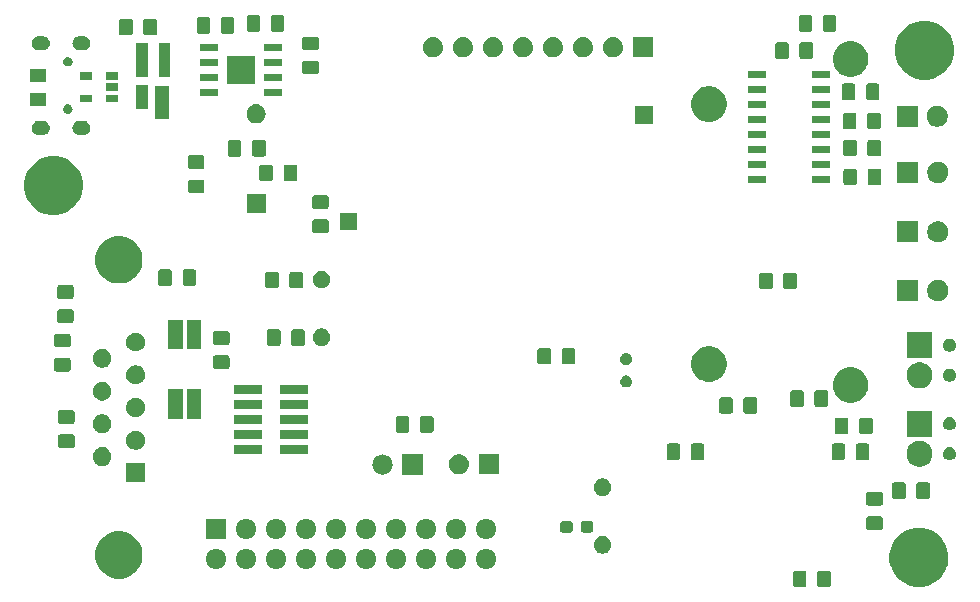
<source format=gbs>
G04 #@! TF.GenerationSoftware,KiCad,Pcbnew,(6.0.0-rc1-dev-1561-g9cac0a38c)*
G04 #@! TF.CreationDate,2019-06-17T18:23:23+02:00
G04 #@! TF.ProjectId,canbox,63616e62-6f78-42e6-9b69-6361645f7063,rev?*
G04 #@! TF.SameCoordinates,Original*
G04 #@! TF.FileFunction,Soldermask,Bot*
G04 #@! TF.FilePolarity,Negative*
%FSLAX46Y46*%
G04 Gerber Fmt 4.6, Leading zero omitted, Abs format (unit mm)*
G04 Created by KiCad (PCBNEW (6.0.0-rc1-dev-1561-g9cac0a38c)) date Mon 17 Jun 2019 06:23:23 PM CEST*
%MOMM*%
%LPD*%
G04 APERTURE LIST*
%ADD10C,0.100000*%
G04 APERTURE END LIST*
D10*
G36*
X103704571Y-129580791D02*
G01*
X103740778Y-129591775D01*
X103774145Y-129609610D01*
X103803390Y-129633610D01*
X103827390Y-129662855D01*
X103845225Y-129696222D01*
X103856209Y-129732429D01*
X103860400Y-129774984D01*
X103860400Y-130778216D01*
X103856209Y-130820771D01*
X103845225Y-130856978D01*
X103827390Y-130890345D01*
X103803390Y-130919590D01*
X103774145Y-130943590D01*
X103740778Y-130961425D01*
X103704571Y-130972409D01*
X103662016Y-130976600D01*
X102908784Y-130976600D01*
X102866229Y-130972409D01*
X102830022Y-130961425D01*
X102796655Y-130943590D01*
X102767410Y-130919590D01*
X102743410Y-130890345D01*
X102725575Y-130856978D01*
X102714591Y-130820771D01*
X102710400Y-130778216D01*
X102710400Y-129774984D01*
X102714591Y-129732429D01*
X102725575Y-129696222D01*
X102743410Y-129662855D01*
X102767410Y-129633610D01*
X102796655Y-129609610D01*
X102830022Y-129591775D01*
X102866229Y-129580791D01*
X102908784Y-129576600D01*
X103662016Y-129576600D01*
X103704571Y-129580791D01*
X103704571Y-129580791D01*
G37*
G36*
X101654571Y-129580791D02*
G01*
X101690778Y-129591775D01*
X101724145Y-129609610D01*
X101753390Y-129633610D01*
X101777390Y-129662855D01*
X101795225Y-129696222D01*
X101806209Y-129732429D01*
X101810400Y-129774984D01*
X101810400Y-130778216D01*
X101806209Y-130820771D01*
X101795225Y-130856978D01*
X101777390Y-130890345D01*
X101753390Y-130919590D01*
X101724145Y-130943590D01*
X101690778Y-130961425D01*
X101654571Y-130972409D01*
X101612016Y-130976600D01*
X100858784Y-130976600D01*
X100816229Y-130972409D01*
X100780022Y-130961425D01*
X100746655Y-130943590D01*
X100717410Y-130919590D01*
X100693410Y-130890345D01*
X100675575Y-130856978D01*
X100664591Y-130820771D01*
X100660400Y-130778216D01*
X100660400Y-129774984D01*
X100664591Y-129732429D01*
X100675575Y-129696222D01*
X100693410Y-129662855D01*
X100717410Y-129633610D01*
X100746655Y-129609610D01*
X100780022Y-129591775D01*
X100816229Y-129580791D01*
X100858784Y-129576600D01*
X101612016Y-129576600D01*
X101654571Y-129580791D01*
X101654571Y-129580791D01*
G37*
G36*
X112057423Y-126043874D02*
G01*
X112057425Y-126043875D01*
X112057426Y-126043875D01*
X112512394Y-126232329D01*
X112921855Y-126505922D01*
X113270078Y-126854145D01*
X113395560Y-127041942D01*
X113543671Y-127263606D01*
X113732126Y-127718577D01*
X113828200Y-128201572D01*
X113828200Y-128694028D01*
X113750965Y-129082314D01*
X113732125Y-129177026D01*
X113543671Y-129631994D01*
X113270078Y-130041455D01*
X112921855Y-130389678D01*
X112512394Y-130663271D01*
X112057426Y-130851725D01*
X112057425Y-130851725D01*
X112057423Y-130851726D01*
X111574428Y-130947800D01*
X111081972Y-130947800D01*
X110598977Y-130851726D01*
X110598975Y-130851725D01*
X110598974Y-130851725D01*
X110144006Y-130663271D01*
X109734545Y-130389678D01*
X109386322Y-130041455D01*
X109112729Y-129631994D01*
X108924275Y-129177026D01*
X108905436Y-129082314D01*
X108828200Y-128694028D01*
X108828200Y-128201572D01*
X108924274Y-127718577D01*
X109112729Y-127263606D01*
X109260840Y-127041942D01*
X109386322Y-126854145D01*
X109734545Y-126505922D01*
X110144006Y-126232329D01*
X110598974Y-126043875D01*
X110598975Y-126043875D01*
X110598977Y-126043874D01*
X111081972Y-125947800D01*
X111574428Y-125947800D01*
X112057423Y-126043874D01*
X112057423Y-126043874D01*
G37*
G36*
X44169778Y-126346859D02*
G01*
X44169780Y-126346860D01*
X44169781Y-126346860D01*
X44533755Y-126497623D01*
X44861324Y-126716497D01*
X45139903Y-126995076D01*
X45351294Y-127311446D01*
X45358777Y-127322645D01*
X45509541Y-127686622D01*
X45586400Y-128073017D01*
X45586400Y-128466983D01*
X45509541Y-128853378D01*
X45509540Y-128853381D01*
X45358777Y-129217355D01*
X45139903Y-129544924D01*
X44861324Y-129823503D01*
X44533755Y-130042377D01*
X44169781Y-130193140D01*
X44169780Y-130193140D01*
X44169778Y-130193141D01*
X43783383Y-130270000D01*
X43389417Y-130270000D01*
X43003022Y-130193141D01*
X43003020Y-130193140D01*
X43003019Y-130193140D01*
X42639045Y-130042377D01*
X42311476Y-129823503D01*
X42032897Y-129544924D01*
X41814023Y-129217355D01*
X41663260Y-128853381D01*
X41663259Y-128853378D01*
X41586400Y-128466983D01*
X41586400Y-128073017D01*
X41663259Y-127686622D01*
X41814023Y-127322645D01*
X41821506Y-127311446D01*
X42032897Y-126995076D01*
X42311476Y-126716497D01*
X42639045Y-126497623D01*
X43003019Y-126346860D01*
X43003020Y-126346860D01*
X43003022Y-126346859D01*
X43389417Y-126270000D01*
X43783383Y-126270000D01*
X44169778Y-126346859D01*
X44169778Y-126346859D01*
G37*
G36*
X67225293Y-127749095D02*
G01*
X67388085Y-127798478D01*
X67538114Y-127878670D01*
X67669612Y-127986588D01*
X67777530Y-128118086D01*
X67857722Y-128268115D01*
X67907105Y-128430907D01*
X67923779Y-128600200D01*
X67907105Y-128769493D01*
X67857722Y-128932285D01*
X67777530Y-129082314D01*
X67669612Y-129213812D01*
X67538114Y-129321730D01*
X67388085Y-129401922D01*
X67225293Y-129451305D01*
X67098426Y-129463800D01*
X67013574Y-129463800D01*
X66886707Y-129451305D01*
X66723915Y-129401922D01*
X66573886Y-129321730D01*
X66442388Y-129213812D01*
X66334470Y-129082314D01*
X66254278Y-128932285D01*
X66204895Y-128769493D01*
X66188221Y-128600200D01*
X66204895Y-128430907D01*
X66254278Y-128268115D01*
X66334470Y-128118086D01*
X66442388Y-127986588D01*
X66573886Y-127878670D01*
X66723915Y-127798478D01*
X66886707Y-127749095D01*
X67013574Y-127736600D01*
X67098426Y-127736600D01*
X67225293Y-127749095D01*
X67225293Y-127749095D01*
G37*
G36*
X69765293Y-127749095D02*
G01*
X69928085Y-127798478D01*
X70078114Y-127878670D01*
X70209612Y-127986588D01*
X70317530Y-128118086D01*
X70397722Y-128268115D01*
X70447105Y-128430907D01*
X70463779Y-128600200D01*
X70447105Y-128769493D01*
X70397722Y-128932285D01*
X70317530Y-129082314D01*
X70209612Y-129213812D01*
X70078114Y-129321730D01*
X69928085Y-129401922D01*
X69765293Y-129451305D01*
X69638426Y-129463800D01*
X69553574Y-129463800D01*
X69426707Y-129451305D01*
X69263915Y-129401922D01*
X69113886Y-129321730D01*
X68982388Y-129213812D01*
X68874470Y-129082314D01*
X68794278Y-128932285D01*
X68744895Y-128769493D01*
X68728221Y-128600200D01*
X68744895Y-128430907D01*
X68794278Y-128268115D01*
X68874470Y-128118086D01*
X68982388Y-127986588D01*
X69113886Y-127878670D01*
X69263915Y-127798478D01*
X69426707Y-127749095D01*
X69553574Y-127736600D01*
X69638426Y-127736600D01*
X69765293Y-127749095D01*
X69765293Y-127749095D01*
G37*
G36*
X51985293Y-127749095D02*
G01*
X52148085Y-127798478D01*
X52298114Y-127878670D01*
X52429612Y-127986588D01*
X52537530Y-128118086D01*
X52617722Y-128268115D01*
X52667105Y-128430907D01*
X52683779Y-128600200D01*
X52667105Y-128769493D01*
X52617722Y-128932285D01*
X52537530Y-129082314D01*
X52429612Y-129213812D01*
X52298114Y-129321730D01*
X52148085Y-129401922D01*
X51985293Y-129451305D01*
X51858426Y-129463800D01*
X51773574Y-129463800D01*
X51646707Y-129451305D01*
X51483915Y-129401922D01*
X51333886Y-129321730D01*
X51202388Y-129213812D01*
X51094470Y-129082314D01*
X51014278Y-128932285D01*
X50964895Y-128769493D01*
X50948221Y-128600200D01*
X50964895Y-128430907D01*
X51014278Y-128268115D01*
X51094470Y-128118086D01*
X51202388Y-127986588D01*
X51333886Y-127878670D01*
X51483915Y-127798478D01*
X51646707Y-127749095D01*
X51773574Y-127736600D01*
X51858426Y-127736600D01*
X51985293Y-127749095D01*
X51985293Y-127749095D01*
G37*
G36*
X54525293Y-127749095D02*
G01*
X54688085Y-127798478D01*
X54838114Y-127878670D01*
X54969612Y-127986588D01*
X55077530Y-128118086D01*
X55157722Y-128268115D01*
X55207105Y-128430907D01*
X55223779Y-128600200D01*
X55207105Y-128769493D01*
X55157722Y-128932285D01*
X55077530Y-129082314D01*
X54969612Y-129213812D01*
X54838114Y-129321730D01*
X54688085Y-129401922D01*
X54525293Y-129451305D01*
X54398426Y-129463800D01*
X54313574Y-129463800D01*
X54186707Y-129451305D01*
X54023915Y-129401922D01*
X53873886Y-129321730D01*
X53742388Y-129213812D01*
X53634470Y-129082314D01*
X53554278Y-128932285D01*
X53504895Y-128769493D01*
X53488221Y-128600200D01*
X53504895Y-128430907D01*
X53554278Y-128268115D01*
X53634470Y-128118086D01*
X53742388Y-127986588D01*
X53873886Y-127878670D01*
X54023915Y-127798478D01*
X54186707Y-127749095D01*
X54313574Y-127736600D01*
X54398426Y-127736600D01*
X54525293Y-127749095D01*
X54525293Y-127749095D01*
G37*
G36*
X57065293Y-127749095D02*
G01*
X57228085Y-127798478D01*
X57378114Y-127878670D01*
X57509612Y-127986588D01*
X57617530Y-128118086D01*
X57697722Y-128268115D01*
X57747105Y-128430907D01*
X57763779Y-128600200D01*
X57747105Y-128769493D01*
X57697722Y-128932285D01*
X57617530Y-129082314D01*
X57509612Y-129213812D01*
X57378114Y-129321730D01*
X57228085Y-129401922D01*
X57065293Y-129451305D01*
X56938426Y-129463800D01*
X56853574Y-129463800D01*
X56726707Y-129451305D01*
X56563915Y-129401922D01*
X56413886Y-129321730D01*
X56282388Y-129213812D01*
X56174470Y-129082314D01*
X56094278Y-128932285D01*
X56044895Y-128769493D01*
X56028221Y-128600200D01*
X56044895Y-128430907D01*
X56094278Y-128268115D01*
X56174470Y-128118086D01*
X56282388Y-127986588D01*
X56413886Y-127878670D01*
X56563915Y-127798478D01*
X56726707Y-127749095D01*
X56853574Y-127736600D01*
X56938426Y-127736600D01*
X57065293Y-127749095D01*
X57065293Y-127749095D01*
G37*
G36*
X59605293Y-127749095D02*
G01*
X59768085Y-127798478D01*
X59918114Y-127878670D01*
X60049612Y-127986588D01*
X60157530Y-128118086D01*
X60237722Y-128268115D01*
X60287105Y-128430907D01*
X60303779Y-128600200D01*
X60287105Y-128769493D01*
X60237722Y-128932285D01*
X60157530Y-129082314D01*
X60049612Y-129213812D01*
X59918114Y-129321730D01*
X59768085Y-129401922D01*
X59605293Y-129451305D01*
X59478426Y-129463800D01*
X59393574Y-129463800D01*
X59266707Y-129451305D01*
X59103915Y-129401922D01*
X58953886Y-129321730D01*
X58822388Y-129213812D01*
X58714470Y-129082314D01*
X58634278Y-128932285D01*
X58584895Y-128769493D01*
X58568221Y-128600200D01*
X58584895Y-128430907D01*
X58634278Y-128268115D01*
X58714470Y-128118086D01*
X58822388Y-127986588D01*
X58953886Y-127878670D01*
X59103915Y-127798478D01*
X59266707Y-127749095D01*
X59393574Y-127736600D01*
X59478426Y-127736600D01*
X59605293Y-127749095D01*
X59605293Y-127749095D01*
G37*
G36*
X72305293Y-127749095D02*
G01*
X72468085Y-127798478D01*
X72618114Y-127878670D01*
X72749612Y-127986588D01*
X72857530Y-128118086D01*
X72937722Y-128268115D01*
X72987105Y-128430907D01*
X73003779Y-128600200D01*
X72987105Y-128769493D01*
X72937722Y-128932285D01*
X72857530Y-129082314D01*
X72749612Y-129213812D01*
X72618114Y-129321730D01*
X72468085Y-129401922D01*
X72305293Y-129451305D01*
X72178426Y-129463800D01*
X72093574Y-129463800D01*
X71966707Y-129451305D01*
X71803915Y-129401922D01*
X71653886Y-129321730D01*
X71522388Y-129213812D01*
X71414470Y-129082314D01*
X71334278Y-128932285D01*
X71284895Y-128769493D01*
X71268221Y-128600200D01*
X71284895Y-128430907D01*
X71334278Y-128268115D01*
X71414470Y-128118086D01*
X71522388Y-127986588D01*
X71653886Y-127878670D01*
X71803915Y-127798478D01*
X71966707Y-127749095D01*
X72093574Y-127736600D01*
X72178426Y-127736600D01*
X72305293Y-127749095D01*
X72305293Y-127749095D01*
G37*
G36*
X62145293Y-127749095D02*
G01*
X62308085Y-127798478D01*
X62458114Y-127878670D01*
X62589612Y-127986588D01*
X62697530Y-128118086D01*
X62777722Y-128268115D01*
X62827105Y-128430907D01*
X62843779Y-128600200D01*
X62827105Y-128769493D01*
X62777722Y-128932285D01*
X62697530Y-129082314D01*
X62589612Y-129213812D01*
X62458114Y-129321730D01*
X62308085Y-129401922D01*
X62145293Y-129451305D01*
X62018426Y-129463800D01*
X61933574Y-129463800D01*
X61806707Y-129451305D01*
X61643915Y-129401922D01*
X61493886Y-129321730D01*
X61362388Y-129213812D01*
X61254470Y-129082314D01*
X61174278Y-128932285D01*
X61124895Y-128769493D01*
X61108221Y-128600200D01*
X61124895Y-128430907D01*
X61174278Y-128268115D01*
X61254470Y-128118086D01*
X61362388Y-127986588D01*
X61493886Y-127878670D01*
X61643915Y-127798478D01*
X61806707Y-127749095D01*
X61933574Y-127736600D01*
X62018426Y-127736600D01*
X62145293Y-127749095D01*
X62145293Y-127749095D01*
G37*
G36*
X64685293Y-127749095D02*
G01*
X64848085Y-127798478D01*
X64998114Y-127878670D01*
X65129612Y-127986588D01*
X65237530Y-128118086D01*
X65317722Y-128268115D01*
X65367105Y-128430907D01*
X65383779Y-128600200D01*
X65367105Y-128769493D01*
X65317722Y-128932285D01*
X65237530Y-129082314D01*
X65129612Y-129213812D01*
X64998114Y-129321730D01*
X64848085Y-129401922D01*
X64685293Y-129451305D01*
X64558426Y-129463800D01*
X64473574Y-129463800D01*
X64346707Y-129451305D01*
X64183915Y-129401922D01*
X64033886Y-129321730D01*
X63902388Y-129213812D01*
X63794470Y-129082314D01*
X63714278Y-128932285D01*
X63664895Y-128769493D01*
X63648221Y-128600200D01*
X63664895Y-128430907D01*
X63714278Y-128268115D01*
X63794470Y-128118086D01*
X63902388Y-127986588D01*
X64033886Y-127878670D01*
X64183915Y-127798478D01*
X64346707Y-127749095D01*
X64473574Y-127736600D01*
X64558426Y-127736600D01*
X64685293Y-127749095D01*
X64685293Y-127749095D01*
G37*
G36*
X74845293Y-127749095D02*
G01*
X75008085Y-127798478D01*
X75158114Y-127878670D01*
X75289612Y-127986588D01*
X75397530Y-128118086D01*
X75477722Y-128268115D01*
X75527105Y-128430907D01*
X75543779Y-128600200D01*
X75527105Y-128769493D01*
X75477722Y-128932285D01*
X75397530Y-129082314D01*
X75289612Y-129213812D01*
X75158114Y-129321730D01*
X75008085Y-129401922D01*
X74845293Y-129451305D01*
X74718426Y-129463800D01*
X74633574Y-129463800D01*
X74506707Y-129451305D01*
X74343915Y-129401922D01*
X74193886Y-129321730D01*
X74062388Y-129213812D01*
X73954470Y-129082314D01*
X73874278Y-128932285D01*
X73824895Y-128769493D01*
X73808221Y-128600200D01*
X73824895Y-128430907D01*
X73874278Y-128268115D01*
X73954470Y-128118086D01*
X74062388Y-127986588D01*
X74193886Y-127878670D01*
X74343915Y-127798478D01*
X74506707Y-127749095D01*
X74633574Y-127736600D01*
X74718426Y-127736600D01*
X74845293Y-127749095D01*
X74845293Y-127749095D01*
G37*
G36*
X84752167Y-126676022D02*
G01*
X84752169Y-126676023D01*
X84752170Y-126676023D01*
X84888658Y-126732559D01*
X85011496Y-126814636D01*
X85115964Y-126919104D01*
X85141571Y-126957428D01*
X85198041Y-127041942D01*
X85254578Y-127178433D01*
X85283400Y-127323331D01*
X85283400Y-127471069D01*
X85276332Y-127506603D01*
X85254577Y-127615970D01*
X85198041Y-127752458D01*
X85115964Y-127875296D01*
X85011496Y-127979764D01*
X84888658Y-128061841D01*
X84752170Y-128118377D01*
X84752169Y-128118377D01*
X84752167Y-128118378D01*
X84607269Y-128147200D01*
X84459531Y-128147200D01*
X84314633Y-128118378D01*
X84314631Y-128118377D01*
X84314630Y-128118377D01*
X84178142Y-128061841D01*
X84055304Y-127979764D01*
X83950836Y-127875296D01*
X83868759Y-127752458D01*
X83812223Y-127615970D01*
X83790469Y-127506603D01*
X83783400Y-127471069D01*
X83783400Y-127323331D01*
X83812222Y-127178433D01*
X83868759Y-127041942D01*
X83925229Y-126957428D01*
X83950836Y-126919104D01*
X84055304Y-126814636D01*
X84178142Y-126732559D01*
X84314630Y-126676023D01*
X84314631Y-126676023D01*
X84314633Y-126676022D01*
X84459531Y-126647200D01*
X84607269Y-126647200D01*
X84752167Y-126676022D01*
X84752167Y-126676022D01*
G37*
G36*
X57065293Y-125209095D02*
G01*
X57228085Y-125258478D01*
X57378114Y-125338670D01*
X57509612Y-125446588D01*
X57617530Y-125578086D01*
X57697722Y-125728115D01*
X57747105Y-125890907D01*
X57763779Y-126060200D01*
X57747105Y-126229493D01*
X57697722Y-126392285D01*
X57617530Y-126542314D01*
X57509612Y-126673812D01*
X57378114Y-126781730D01*
X57228085Y-126861922D01*
X57065293Y-126911305D01*
X56938426Y-126923800D01*
X56853574Y-126923800D01*
X56726707Y-126911305D01*
X56563915Y-126861922D01*
X56413886Y-126781730D01*
X56282388Y-126673812D01*
X56174470Y-126542314D01*
X56094278Y-126392285D01*
X56044895Y-126229493D01*
X56028221Y-126060200D01*
X56044895Y-125890907D01*
X56094278Y-125728115D01*
X56174470Y-125578086D01*
X56282388Y-125446588D01*
X56413886Y-125338670D01*
X56563915Y-125258478D01*
X56726707Y-125209095D01*
X56853574Y-125196600D01*
X56938426Y-125196600D01*
X57065293Y-125209095D01*
X57065293Y-125209095D01*
G37*
G36*
X74845293Y-125209095D02*
G01*
X75008085Y-125258478D01*
X75158114Y-125338670D01*
X75289612Y-125446588D01*
X75397530Y-125578086D01*
X75477722Y-125728115D01*
X75527105Y-125890907D01*
X75543779Y-126060200D01*
X75527105Y-126229493D01*
X75477722Y-126392285D01*
X75397530Y-126542314D01*
X75289612Y-126673812D01*
X75158114Y-126781730D01*
X75008085Y-126861922D01*
X74845293Y-126911305D01*
X74718426Y-126923800D01*
X74633574Y-126923800D01*
X74506707Y-126911305D01*
X74343915Y-126861922D01*
X74193886Y-126781730D01*
X74062388Y-126673812D01*
X73954470Y-126542314D01*
X73874278Y-126392285D01*
X73824895Y-126229493D01*
X73808221Y-126060200D01*
X73824895Y-125890907D01*
X73874278Y-125728115D01*
X73954470Y-125578086D01*
X74062388Y-125446588D01*
X74193886Y-125338670D01*
X74343915Y-125258478D01*
X74506707Y-125209095D01*
X74633574Y-125196600D01*
X74718426Y-125196600D01*
X74845293Y-125209095D01*
X74845293Y-125209095D01*
G37*
G36*
X72305293Y-125209095D02*
G01*
X72468085Y-125258478D01*
X72618114Y-125338670D01*
X72749612Y-125446588D01*
X72857530Y-125578086D01*
X72937722Y-125728115D01*
X72987105Y-125890907D01*
X73003779Y-126060200D01*
X72987105Y-126229493D01*
X72937722Y-126392285D01*
X72857530Y-126542314D01*
X72749612Y-126673812D01*
X72618114Y-126781730D01*
X72468085Y-126861922D01*
X72305293Y-126911305D01*
X72178426Y-126923800D01*
X72093574Y-126923800D01*
X71966707Y-126911305D01*
X71803915Y-126861922D01*
X71653886Y-126781730D01*
X71522388Y-126673812D01*
X71414470Y-126542314D01*
X71334278Y-126392285D01*
X71284895Y-126229493D01*
X71268221Y-126060200D01*
X71284895Y-125890907D01*
X71334278Y-125728115D01*
X71414470Y-125578086D01*
X71522388Y-125446588D01*
X71653886Y-125338670D01*
X71803915Y-125258478D01*
X71966707Y-125209095D01*
X72093574Y-125196600D01*
X72178426Y-125196600D01*
X72305293Y-125209095D01*
X72305293Y-125209095D01*
G37*
G36*
X54525293Y-125209095D02*
G01*
X54688085Y-125258478D01*
X54838114Y-125338670D01*
X54969612Y-125446588D01*
X55077530Y-125578086D01*
X55157722Y-125728115D01*
X55207105Y-125890907D01*
X55223779Y-126060200D01*
X55207105Y-126229493D01*
X55157722Y-126392285D01*
X55077530Y-126542314D01*
X54969612Y-126673812D01*
X54838114Y-126781730D01*
X54688085Y-126861922D01*
X54525293Y-126911305D01*
X54398426Y-126923800D01*
X54313574Y-126923800D01*
X54186707Y-126911305D01*
X54023915Y-126861922D01*
X53873886Y-126781730D01*
X53742388Y-126673812D01*
X53634470Y-126542314D01*
X53554278Y-126392285D01*
X53504895Y-126229493D01*
X53488221Y-126060200D01*
X53504895Y-125890907D01*
X53554278Y-125728115D01*
X53634470Y-125578086D01*
X53742388Y-125446588D01*
X53873886Y-125338670D01*
X54023915Y-125258478D01*
X54186707Y-125209095D01*
X54313574Y-125196600D01*
X54398426Y-125196600D01*
X54525293Y-125209095D01*
X54525293Y-125209095D01*
G37*
G36*
X69765293Y-125209095D02*
G01*
X69928085Y-125258478D01*
X70078114Y-125338670D01*
X70209612Y-125446588D01*
X70317530Y-125578086D01*
X70397722Y-125728115D01*
X70447105Y-125890907D01*
X70463779Y-126060200D01*
X70447105Y-126229493D01*
X70397722Y-126392285D01*
X70317530Y-126542314D01*
X70209612Y-126673812D01*
X70078114Y-126781730D01*
X69928085Y-126861922D01*
X69765293Y-126911305D01*
X69638426Y-126923800D01*
X69553574Y-126923800D01*
X69426707Y-126911305D01*
X69263915Y-126861922D01*
X69113886Y-126781730D01*
X68982388Y-126673812D01*
X68874470Y-126542314D01*
X68794278Y-126392285D01*
X68744895Y-126229493D01*
X68728221Y-126060200D01*
X68744895Y-125890907D01*
X68794278Y-125728115D01*
X68874470Y-125578086D01*
X68982388Y-125446588D01*
X69113886Y-125338670D01*
X69263915Y-125258478D01*
X69426707Y-125209095D01*
X69553574Y-125196600D01*
X69638426Y-125196600D01*
X69765293Y-125209095D01*
X69765293Y-125209095D01*
G37*
G36*
X67225293Y-125209095D02*
G01*
X67388085Y-125258478D01*
X67538114Y-125338670D01*
X67669612Y-125446588D01*
X67777530Y-125578086D01*
X67857722Y-125728115D01*
X67907105Y-125890907D01*
X67923779Y-126060200D01*
X67907105Y-126229493D01*
X67857722Y-126392285D01*
X67777530Y-126542314D01*
X67669612Y-126673812D01*
X67538114Y-126781730D01*
X67388085Y-126861922D01*
X67225293Y-126911305D01*
X67098426Y-126923800D01*
X67013574Y-126923800D01*
X66886707Y-126911305D01*
X66723915Y-126861922D01*
X66573886Y-126781730D01*
X66442388Y-126673812D01*
X66334470Y-126542314D01*
X66254278Y-126392285D01*
X66204895Y-126229493D01*
X66188221Y-126060200D01*
X66204895Y-125890907D01*
X66254278Y-125728115D01*
X66334470Y-125578086D01*
X66442388Y-125446588D01*
X66573886Y-125338670D01*
X66723915Y-125258478D01*
X66886707Y-125209095D01*
X67013574Y-125196600D01*
X67098426Y-125196600D01*
X67225293Y-125209095D01*
X67225293Y-125209095D01*
G37*
G36*
X64685293Y-125209095D02*
G01*
X64848085Y-125258478D01*
X64998114Y-125338670D01*
X65129612Y-125446588D01*
X65237530Y-125578086D01*
X65317722Y-125728115D01*
X65367105Y-125890907D01*
X65383779Y-126060200D01*
X65367105Y-126229493D01*
X65317722Y-126392285D01*
X65237530Y-126542314D01*
X65129612Y-126673812D01*
X64998114Y-126781730D01*
X64848085Y-126861922D01*
X64685293Y-126911305D01*
X64558426Y-126923800D01*
X64473574Y-126923800D01*
X64346707Y-126911305D01*
X64183915Y-126861922D01*
X64033886Y-126781730D01*
X63902388Y-126673812D01*
X63794470Y-126542314D01*
X63714278Y-126392285D01*
X63664895Y-126229493D01*
X63648221Y-126060200D01*
X63664895Y-125890907D01*
X63714278Y-125728115D01*
X63794470Y-125578086D01*
X63902388Y-125446588D01*
X64033886Y-125338670D01*
X64183915Y-125258478D01*
X64346707Y-125209095D01*
X64473574Y-125196600D01*
X64558426Y-125196600D01*
X64685293Y-125209095D01*
X64685293Y-125209095D01*
G37*
G36*
X62145293Y-125209095D02*
G01*
X62308085Y-125258478D01*
X62458114Y-125338670D01*
X62589612Y-125446588D01*
X62697530Y-125578086D01*
X62777722Y-125728115D01*
X62827105Y-125890907D01*
X62843779Y-126060200D01*
X62827105Y-126229493D01*
X62777722Y-126392285D01*
X62697530Y-126542314D01*
X62589612Y-126673812D01*
X62458114Y-126781730D01*
X62308085Y-126861922D01*
X62145293Y-126911305D01*
X62018426Y-126923800D01*
X61933574Y-126923800D01*
X61806707Y-126911305D01*
X61643915Y-126861922D01*
X61493886Y-126781730D01*
X61362388Y-126673812D01*
X61254470Y-126542314D01*
X61174278Y-126392285D01*
X61124895Y-126229493D01*
X61108221Y-126060200D01*
X61124895Y-125890907D01*
X61174278Y-125728115D01*
X61254470Y-125578086D01*
X61362388Y-125446588D01*
X61493886Y-125338670D01*
X61643915Y-125258478D01*
X61806707Y-125209095D01*
X61933574Y-125196600D01*
X62018426Y-125196600D01*
X62145293Y-125209095D01*
X62145293Y-125209095D01*
G37*
G36*
X52679600Y-126923800D02*
G01*
X50952400Y-126923800D01*
X50952400Y-125196600D01*
X52679600Y-125196600D01*
X52679600Y-126923800D01*
X52679600Y-126923800D01*
G37*
G36*
X59605293Y-125209095D02*
G01*
X59768085Y-125258478D01*
X59918114Y-125338670D01*
X60049612Y-125446588D01*
X60157530Y-125578086D01*
X60237722Y-125728115D01*
X60287105Y-125890907D01*
X60303779Y-126060200D01*
X60287105Y-126229493D01*
X60237722Y-126392285D01*
X60157530Y-126542314D01*
X60049612Y-126673812D01*
X59918114Y-126781730D01*
X59768085Y-126861922D01*
X59605293Y-126911305D01*
X59478426Y-126923800D01*
X59393574Y-126923800D01*
X59266707Y-126911305D01*
X59103915Y-126861922D01*
X58953886Y-126781730D01*
X58822388Y-126673812D01*
X58714470Y-126542314D01*
X58634278Y-126392285D01*
X58584895Y-126229493D01*
X58568221Y-126060200D01*
X58584895Y-125890907D01*
X58634278Y-125728115D01*
X58714470Y-125578086D01*
X58822388Y-125446588D01*
X58953886Y-125338670D01*
X59103915Y-125258478D01*
X59266707Y-125209095D01*
X59393574Y-125196600D01*
X59478426Y-125196600D01*
X59605293Y-125209095D01*
X59605293Y-125209095D01*
G37*
G36*
X83607186Y-125411478D02*
G01*
X83642268Y-125422120D01*
X83674599Y-125439401D01*
X83702940Y-125462660D01*
X83726199Y-125491001D01*
X83743480Y-125523332D01*
X83754122Y-125558414D01*
X83758200Y-125599817D01*
X83758200Y-126164983D01*
X83754122Y-126206386D01*
X83743480Y-126241468D01*
X83726199Y-126273799D01*
X83702940Y-126302140D01*
X83674599Y-126325399D01*
X83642268Y-126342680D01*
X83607186Y-126353322D01*
X83565783Y-126357400D01*
X82900617Y-126357400D01*
X82859214Y-126353322D01*
X82824132Y-126342680D01*
X82791801Y-126325399D01*
X82763460Y-126302140D01*
X82740201Y-126273799D01*
X82722920Y-126241468D01*
X82712278Y-126206386D01*
X82708200Y-126164983D01*
X82708200Y-125599817D01*
X82712278Y-125558414D01*
X82722920Y-125523332D01*
X82740201Y-125491001D01*
X82763460Y-125462660D01*
X82791801Y-125439401D01*
X82824132Y-125422120D01*
X82859214Y-125411478D01*
X82900617Y-125407400D01*
X83565783Y-125407400D01*
X83607186Y-125411478D01*
X83607186Y-125411478D01*
G37*
G36*
X81857186Y-125411478D02*
G01*
X81892268Y-125422120D01*
X81924599Y-125439401D01*
X81952940Y-125462660D01*
X81976199Y-125491001D01*
X81993480Y-125523332D01*
X82004122Y-125558414D01*
X82008200Y-125599817D01*
X82008200Y-126164983D01*
X82004122Y-126206386D01*
X81993480Y-126241468D01*
X81976199Y-126273799D01*
X81952940Y-126302140D01*
X81924599Y-126325399D01*
X81892268Y-126342680D01*
X81857186Y-126353322D01*
X81815783Y-126357400D01*
X81150617Y-126357400D01*
X81109214Y-126353322D01*
X81074132Y-126342680D01*
X81041801Y-126325399D01*
X81013460Y-126302140D01*
X80990201Y-126273799D01*
X80972920Y-126241468D01*
X80962278Y-126206386D01*
X80958200Y-126164983D01*
X80958200Y-125599817D01*
X80962278Y-125558414D01*
X80972920Y-125523332D01*
X80990201Y-125491001D01*
X81013460Y-125462660D01*
X81041801Y-125439401D01*
X81074132Y-125422120D01*
X81109214Y-125411478D01*
X81150617Y-125407400D01*
X81815783Y-125407400D01*
X81857186Y-125411478D01*
X81857186Y-125411478D01*
G37*
G36*
X108113171Y-124981391D02*
G01*
X108149378Y-124992375D01*
X108182745Y-125010210D01*
X108211990Y-125034210D01*
X108235990Y-125063455D01*
X108253825Y-125096822D01*
X108264809Y-125133029D01*
X108269000Y-125175584D01*
X108269000Y-125928816D01*
X108264809Y-125971371D01*
X108253825Y-126007578D01*
X108235990Y-126040945D01*
X108211990Y-126070190D01*
X108182745Y-126094190D01*
X108149378Y-126112025D01*
X108113171Y-126123009D01*
X108070616Y-126127200D01*
X107067384Y-126127200D01*
X107024829Y-126123009D01*
X106988622Y-126112025D01*
X106955255Y-126094190D01*
X106926010Y-126070190D01*
X106902010Y-126040945D01*
X106884175Y-126007578D01*
X106873191Y-125971371D01*
X106869000Y-125928816D01*
X106869000Y-125175584D01*
X106873191Y-125133029D01*
X106884175Y-125096822D01*
X106902010Y-125063455D01*
X106926010Y-125034210D01*
X106955255Y-125010210D01*
X106988622Y-124992375D01*
X107024829Y-124981391D01*
X107067384Y-124977200D01*
X108070616Y-124977200D01*
X108113171Y-124981391D01*
X108113171Y-124981391D01*
G37*
G36*
X108113171Y-122931391D02*
G01*
X108149378Y-122942375D01*
X108182745Y-122960210D01*
X108211990Y-122984210D01*
X108235990Y-123013455D01*
X108253825Y-123046822D01*
X108264809Y-123083029D01*
X108269000Y-123125584D01*
X108269000Y-123878816D01*
X108264809Y-123921371D01*
X108253825Y-123957578D01*
X108235990Y-123990945D01*
X108211990Y-124020190D01*
X108182745Y-124044190D01*
X108149378Y-124062025D01*
X108113171Y-124073009D01*
X108070616Y-124077200D01*
X107067384Y-124077200D01*
X107024829Y-124073009D01*
X106988622Y-124062025D01*
X106955255Y-124044190D01*
X106926010Y-124020190D01*
X106902010Y-123990945D01*
X106884175Y-123957578D01*
X106873191Y-123921371D01*
X106869000Y-123878816D01*
X106869000Y-123125584D01*
X106873191Y-123083029D01*
X106884175Y-123046822D01*
X106902010Y-123013455D01*
X106926010Y-122984210D01*
X106955255Y-122960210D01*
X106988622Y-122942375D01*
X107024829Y-122931391D01*
X107067384Y-122927200D01*
X108070616Y-122927200D01*
X108113171Y-122931391D01*
X108113171Y-122931391D01*
G37*
G36*
X112102971Y-122113191D02*
G01*
X112139178Y-122124175D01*
X112172545Y-122142010D01*
X112201790Y-122166010D01*
X112225790Y-122195255D01*
X112243625Y-122228622D01*
X112254609Y-122264829D01*
X112258800Y-122307384D01*
X112258800Y-123310616D01*
X112254609Y-123353171D01*
X112243625Y-123389378D01*
X112225790Y-123422745D01*
X112201790Y-123451990D01*
X112172545Y-123475990D01*
X112139178Y-123493825D01*
X112102971Y-123504809D01*
X112060416Y-123509000D01*
X111307184Y-123509000D01*
X111264629Y-123504809D01*
X111228422Y-123493825D01*
X111195055Y-123475990D01*
X111165810Y-123451990D01*
X111141810Y-123422745D01*
X111123975Y-123389378D01*
X111112991Y-123353171D01*
X111108800Y-123310616D01*
X111108800Y-122307384D01*
X111112991Y-122264829D01*
X111123975Y-122228622D01*
X111141810Y-122195255D01*
X111165810Y-122166010D01*
X111195055Y-122142010D01*
X111228422Y-122124175D01*
X111264629Y-122113191D01*
X111307184Y-122109000D01*
X112060416Y-122109000D01*
X112102971Y-122113191D01*
X112102971Y-122113191D01*
G37*
G36*
X110052971Y-122113191D02*
G01*
X110089178Y-122124175D01*
X110122545Y-122142010D01*
X110151790Y-122166010D01*
X110175790Y-122195255D01*
X110193625Y-122228622D01*
X110204609Y-122264829D01*
X110208800Y-122307384D01*
X110208800Y-123310616D01*
X110204609Y-123353171D01*
X110193625Y-123389378D01*
X110175790Y-123422745D01*
X110151790Y-123451990D01*
X110122545Y-123475990D01*
X110089178Y-123493825D01*
X110052971Y-123504809D01*
X110010416Y-123509000D01*
X109257184Y-123509000D01*
X109214629Y-123504809D01*
X109178422Y-123493825D01*
X109145055Y-123475990D01*
X109115810Y-123451990D01*
X109091810Y-123422745D01*
X109073975Y-123389378D01*
X109062991Y-123353171D01*
X109058800Y-123310616D01*
X109058800Y-122307384D01*
X109062991Y-122264829D01*
X109073975Y-122228622D01*
X109091810Y-122195255D01*
X109115810Y-122166010D01*
X109145055Y-122142010D01*
X109178422Y-122124175D01*
X109214629Y-122113191D01*
X109257184Y-122109000D01*
X110010416Y-122109000D01*
X110052971Y-122113191D01*
X110052971Y-122113191D01*
G37*
G36*
X84752167Y-121796022D02*
G01*
X84752169Y-121796023D01*
X84752170Y-121796023D01*
X84888658Y-121852559D01*
X85011496Y-121934636D01*
X85115964Y-122039104D01*
X85198041Y-122161942D01*
X85254577Y-122298430D01*
X85283400Y-122443333D01*
X85283400Y-122591067D01*
X85254577Y-122735970D01*
X85198041Y-122872458D01*
X85115964Y-122995296D01*
X85011496Y-123099764D01*
X84888658Y-123181841D01*
X84752170Y-123238377D01*
X84752169Y-123238377D01*
X84752167Y-123238378D01*
X84607269Y-123267200D01*
X84459531Y-123267200D01*
X84314633Y-123238378D01*
X84314631Y-123238377D01*
X84314630Y-123238377D01*
X84178142Y-123181841D01*
X84055304Y-123099764D01*
X83950836Y-122995296D01*
X83868759Y-122872458D01*
X83812223Y-122735970D01*
X83783400Y-122591067D01*
X83783400Y-122443333D01*
X83812223Y-122298430D01*
X83868759Y-122161942D01*
X83950836Y-122039104D01*
X84055304Y-121934636D01*
X84178142Y-121852559D01*
X84314630Y-121796023D01*
X84314631Y-121796023D01*
X84314633Y-121796022D01*
X84459531Y-121767200D01*
X84607269Y-121767200D01*
X84752167Y-121796022D01*
X84752167Y-121796022D01*
G37*
G36*
X45806400Y-122110000D02*
G01*
X44206400Y-122110000D01*
X44206400Y-120510000D01*
X45806400Y-120510000D01*
X45806400Y-122110000D01*
X45806400Y-122110000D01*
G37*
G36*
X69303000Y-121449200D02*
G01*
X67603000Y-121449200D01*
X67603000Y-119749200D01*
X69303000Y-119749200D01*
X69303000Y-121449200D01*
X69303000Y-121449200D01*
G37*
G36*
X66079627Y-119761499D02*
G01*
X66156121Y-119784703D01*
X66239855Y-119810103D01*
X66293712Y-119838891D01*
X66387517Y-119889030D01*
X66516948Y-119995252D01*
X66623170Y-120124683D01*
X66650101Y-120175068D01*
X66702097Y-120272345D01*
X66723260Y-120342112D01*
X66750701Y-120432573D01*
X66767113Y-120599200D01*
X66750701Y-120765827D01*
X66723260Y-120856288D01*
X66702097Y-120926055D01*
X66673309Y-120979912D01*
X66623170Y-121073717D01*
X66516948Y-121203148D01*
X66387517Y-121309370D01*
X66293712Y-121359509D01*
X66239855Y-121388297D01*
X66170088Y-121409460D01*
X66079627Y-121436901D01*
X65954757Y-121449200D01*
X65871243Y-121449200D01*
X65746373Y-121436901D01*
X65655912Y-121409460D01*
X65586145Y-121388297D01*
X65532288Y-121359509D01*
X65438483Y-121309370D01*
X65309052Y-121203148D01*
X65202830Y-121073717D01*
X65152691Y-120979912D01*
X65123903Y-120926055D01*
X65102740Y-120856288D01*
X65075299Y-120765827D01*
X65058887Y-120599200D01*
X65075299Y-120432573D01*
X65102740Y-120342112D01*
X65123903Y-120272345D01*
X65175899Y-120175068D01*
X65202830Y-120124683D01*
X65309052Y-119995252D01*
X65438483Y-119889030D01*
X65532288Y-119838891D01*
X65586145Y-119810103D01*
X65669879Y-119784703D01*
X65746373Y-119761499D01*
X65871243Y-119749200D01*
X65954757Y-119749200D01*
X66079627Y-119761499D01*
X66079627Y-119761499D01*
G37*
G36*
X72531227Y-119736099D02*
G01*
X72614960Y-119761499D01*
X72691455Y-119784703D01*
X72738974Y-119810103D01*
X72839117Y-119863630D01*
X72968548Y-119969852D01*
X73074770Y-120099283D01*
X73120153Y-120184190D01*
X73153697Y-120246945D01*
X73153697Y-120246946D01*
X73202301Y-120407173D01*
X73218713Y-120573800D01*
X73202301Y-120740427D01*
X73174860Y-120830888D01*
X73153697Y-120900655D01*
X73140121Y-120926054D01*
X73074770Y-121048317D01*
X72968548Y-121177748D01*
X72839117Y-121283970D01*
X72745312Y-121334109D01*
X72691455Y-121362897D01*
X72621688Y-121384060D01*
X72531227Y-121411501D01*
X72406357Y-121423800D01*
X72322843Y-121423800D01*
X72197973Y-121411501D01*
X72107512Y-121384060D01*
X72037745Y-121362897D01*
X71983888Y-121334109D01*
X71890083Y-121283970D01*
X71760652Y-121177748D01*
X71654430Y-121048317D01*
X71589079Y-120926054D01*
X71575503Y-120900655D01*
X71554340Y-120830888D01*
X71526899Y-120740427D01*
X71510487Y-120573800D01*
X71526899Y-120407173D01*
X71575503Y-120246946D01*
X71575503Y-120246945D01*
X71609047Y-120184190D01*
X71654430Y-120099283D01*
X71760652Y-119969852D01*
X71890083Y-119863630D01*
X71990226Y-119810103D01*
X72037745Y-119784703D01*
X72114240Y-119761499D01*
X72197973Y-119736099D01*
X72322843Y-119723800D01*
X72406357Y-119723800D01*
X72531227Y-119736099D01*
X72531227Y-119736099D01*
G37*
G36*
X75754600Y-121423800D02*
G01*
X74054600Y-121423800D01*
X74054600Y-119723800D01*
X75754600Y-119723800D01*
X75754600Y-121423800D01*
X75754600Y-121423800D01*
G37*
G36*
X111699856Y-118627072D02*
G01*
X111900045Y-118709993D01*
X112080207Y-118830373D01*
X112233427Y-118983593D01*
X112353807Y-119163755D01*
X112436728Y-119363944D01*
X112479000Y-119576457D01*
X112479000Y-119793143D01*
X112436728Y-120005656D01*
X112353807Y-120205845D01*
X112233427Y-120386007D01*
X112080207Y-120539227D01*
X111900045Y-120659607D01*
X111699856Y-120742528D01*
X111487343Y-120784800D01*
X111270657Y-120784800D01*
X111058144Y-120742528D01*
X110857955Y-120659607D01*
X110677793Y-120539227D01*
X110524573Y-120386007D01*
X110404193Y-120205845D01*
X110321272Y-120005656D01*
X110279000Y-119793143D01*
X110279000Y-119576457D01*
X110321272Y-119363944D01*
X110404193Y-119163755D01*
X110524573Y-118983593D01*
X110677793Y-118830373D01*
X110857955Y-118709993D01*
X111058144Y-118627072D01*
X111270657Y-118584800D01*
X111487343Y-118584800D01*
X111699856Y-118627072D01*
X111699856Y-118627072D01*
G37*
G36*
X42399751Y-119155743D02*
G01*
X42399753Y-119155744D01*
X42399754Y-119155744D01*
X42545342Y-119216049D01*
X42594584Y-119248951D01*
X42676370Y-119303599D01*
X42787801Y-119415030D01*
X42875351Y-119546058D01*
X42935657Y-119691649D01*
X42966400Y-119846207D01*
X42966400Y-120003793D01*
X42942354Y-120124683D01*
X42935656Y-120158354D01*
X42875351Y-120303942D01*
X42787802Y-120434969D01*
X42676369Y-120546402D01*
X42545342Y-120633951D01*
X42399754Y-120694256D01*
X42399753Y-120694256D01*
X42399751Y-120694257D01*
X42245193Y-120725000D01*
X42087607Y-120725000D01*
X41933049Y-120694257D01*
X41933047Y-120694256D01*
X41933046Y-120694256D01*
X41787458Y-120633951D01*
X41656431Y-120546402D01*
X41544998Y-120434969D01*
X41457449Y-120303942D01*
X41397144Y-120158354D01*
X41390447Y-120124683D01*
X41366400Y-120003793D01*
X41366400Y-119846207D01*
X41397143Y-119691649D01*
X41457449Y-119546058D01*
X41544999Y-119415030D01*
X41656430Y-119303599D01*
X41738217Y-119248951D01*
X41787458Y-119216049D01*
X41933046Y-119155744D01*
X41933047Y-119155744D01*
X41933049Y-119155743D01*
X42087607Y-119125000D01*
X42245193Y-119125000D01*
X42399751Y-119155743D01*
X42399751Y-119155743D01*
G37*
G36*
X114079429Y-119155936D02*
G01*
X114179523Y-119197397D01*
X114269604Y-119257587D01*
X114346213Y-119334196D01*
X114406403Y-119424277D01*
X114447864Y-119524371D01*
X114469000Y-119630630D01*
X114469000Y-119738970D01*
X114447864Y-119845229D01*
X114406403Y-119945323D01*
X114346213Y-120035404D01*
X114269604Y-120112013D01*
X114179523Y-120172203D01*
X114079429Y-120213664D01*
X113973170Y-120234800D01*
X113864830Y-120234800D01*
X113758571Y-120213664D01*
X113658477Y-120172203D01*
X113568396Y-120112013D01*
X113491787Y-120035404D01*
X113431597Y-119945323D01*
X113390136Y-119845229D01*
X113369000Y-119738970D01*
X113369000Y-119630630D01*
X113390136Y-119524371D01*
X113431597Y-119424277D01*
X113491787Y-119334196D01*
X113568396Y-119257587D01*
X113658477Y-119197397D01*
X113758571Y-119155936D01*
X113864830Y-119134800D01*
X113973170Y-119134800D01*
X114079429Y-119155936D01*
X114079429Y-119155936D01*
G37*
G36*
X106977571Y-118821391D02*
G01*
X107013778Y-118832375D01*
X107047145Y-118850210D01*
X107076390Y-118874210D01*
X107100390Y-118903455D01*
X107118225Y-118936822D01*
X107129209Y-118973029D01*
X107133400Y-119015584D01*
X107133400Y-120018816D01*
X107129209Y-120061371D01*
X107118225Y-120097578D01*
X107100390Y-120130945D01*
X107076390Y-120160190D01*
X107047145Y-120184190D01*
X107013778Y-120202025D01*
X106977571Y-120213009D01*
X106935016Y-120217200D01*
X106181784Y-120217200D01*
X106139229Y-120213009D01*
X106103022Y-120202025D01*
X106069655Y-120184190D01*
X106040410Y-120160190D01*
X106016410Y-120130945D01*
X105998575Y-120097578D01*
X105987591Y-120061371D01*
X105983400Y-120018816D01*
X105983400Y-119015584D01*
X105987591Y-118973029D01*
X105998575Y-118936822D01*
X106016410Y-118903455D01*
X106040410Y-118874210D01*
X106069655Y-118850210D01*
X106103022Y-118832375D01*
X106139229Y-118821391D01*
X106181784Y-118817200D01*
X106935016Y-118817200D01*
X106977571Y-118821391D01*
X106977571Y-118821391D01*
G37*
G36*
X104927571Y-118821391D02*
G01*
X104963778Y-118832375D01*
X104997145Y-118850210D01*
X105026390Y-118874210D01*
X105050390Y-118903455D01*
X105068225Y-118936822D01*
X105079209Y-118973029D01*
X105083400Y-119015584D01*
X105083400Y-120018816D01*
X105079209Y-120061371D01*
X105068225Y-120097578D01*
X105050390Y-120130945D01*
X105026390Y-120160190D01*
X104997145Y-120184190D01*
X104963778Y-120202025D01*
X104927571Y-120213009D01*
X104885016Y-120217200D01*
X104131784Y-120217200D01*
X104089229Y-120213009D01*
X104053022Y-120202025D01*
X104019655Y-120184190D01*
X103990410Y-120160190D01*
X103966410Y-120130945D01*
X103948575Y-120097578D01*
X103937591Y-120061371D01*
X103933400Y-120018816D01*
X103933400Y-119015584D01*
X103937591Y-118973029D01*
X103948575Y-118936822D01*
X103966410Y-118903455D01*
X103990410Y-118874210D01*
X104019655Y-118850210D01*
X104053022Y-118832375D01*
X104089229Y-118821391D01*
X104131784Y-118817200D01*
X104885016Y-118817200D01*
X104927571Y-118821391D01*
X104927571Y-118821391D01*
G37*
G36*
X93002571Y-118821391D02*
G01*
X93038778Y-118832375D01*
X93072145Y-118850210D01*
X93101390Y-118874210D01*
X93125390Y-118903455D01*
X93143225Y-118936822D01*
X93154209Y-118973029D01*
X93158400Y-119015584D01*
X93158400Y-120018816D01*
X93154209Y-120061371D01*
X93143225Y-120097578D01*
X93125390Y-120130945D01*
X93101390Y-120160190D01*
X93072145Y-120184190D01*
X93038778Y-120202025D01*
X93002571Y-120213009D01*
X92960016Y-120217200D01*
X92206784Y-120217200D01*
X92164229Y-120213009D01*
X92128022Y-120202025D01*
X92094655Y-120184190D01*
X92065410Y-120160190D01*
X92041410Y-120130945D01*
X92023575Y-120097578D01*
X92012591Y-120061371D01*
X92008400Y-120018816D01*
X92008400Y-119015584D01*
X92012591Y-118973029D01*
X92023575Y-118936822D01*
X92041410Y-118903455D01*
X92065410Y-118874210D01*
X92094655Y-118850210D01*
X92128022Y-118832375D01*
X92164229Y-118821391D01*
X92206784Y-118817200D01*
X92960016Y-118817200D01*
X93002571Y-118821391D01*
X93002571Y-118821391D01*
G37*
G36*
X90952571Y-118821391D02*
G01*
X90988778Y-118832375D01*
X91022145Y-118850210D01*
X91051390Y-118874210D01*
X91075390Y-118903455D01*
X91093225Y-118936822D01*
X91104209Y-118973029D01*
X91108400Y-119015584D01*
X91108400Y-120018816D01*
X91104209Y-120061371D01*
X91093225Y-120097578D01*
X91075390Y-120130945D01*
X91051390Y-120160190D01*
X91022145Y-120184190D01*
X90988778Y-120202025D01*
X90952571Y-120213009D01*
X90910016Y-120217200D01*
X90156784Y-120217200D01*
X90114229Y-120213009D01*
X90078022Y-120202025D01*
X90044655Y-120184190D01*
X90015410Y-120160190D01*
X89991410Y-120130945D01*
X89973575Y-120097578D01*
X89962591Y-120061371D01*
X89958400Y-120018816D01*
X89958400Y-119015584D01*
X89962591Y-118973029D01*
X89973575Y-118936822D01*
X89991410Y-118903455D01*
X90015410Y-118874210D01*
X90044655Y-118850210D01*
X90078022Y-118832375D01*
X90114229Y-118821391D01*
X90156784Y-118817200D01*
X90910016Y-118817200D01*
X90952571Y-118821391D01*
X90952571Y-118821391D01*
G37*
G36*
X55745400Y-119673800D02*
G01*
X53345400Y-119673800D01*
X53345400Y-118933800D01*
X55745400Y-118933800D01*
X55745400Y-119673800D01*
X55745400Y-119673800D01*
G37*
G36*
X59645400Y-119673800D02*
G01*
X57245400Y-119673800D01*
X57245400Y-118933800D01*
X59645400Y-118933800D01*
X59645400Y-119673800D01*
X59645400Y-119673800D01*
G37*
G36*
X45239751Y-117770743D02*
G01*
X45239753Y-117770744D01*
X45239754Y-117770744D01*
X45385342Y-117831049D01*
X45516369Y-117918598D01*
X45627802Y-118030031D01*
X45715351Y-118161058D01*
X45775656Y-118306646D01*
X45806400Y-118461209D01*
X45806400Y-118618791D01*
X45775656Y-118773354D01*
X45715351Y-118918942D01*
X45627802Y-119049969D01*
X45516369Y-119161402D01*
X45385342Y-119248951D01*
X45239754Y-119309256D01*
X45239753Y-119309256D01*
X45239751Y-119309257D01*
X45085193Y-119340000D01*
X44927607Y-119340000D01*
X44773049Y-119309257D01*
X44773047Y-119309256D01*
X44773046Y-119309256D01*
X44627458Y-119248951D01*
X44496431Y-119161402D01*
X44384998Y-119049969D01*
X44297449Y-118918942D01*
X44237144Y-118773354D01*
X44206400Y-118618791D01*
X44206400Y-118461209D01*
X44237144Y-118306646D01*
X44297449Y-118161058D01*
X44384998Y-118030031D01*
X44496431Y-117918598D01*
X44627458Y-117831049D01*
X44773046Y-117770744D01*
X44773047Y-117770744D01*
X44773049Y-117770743D01*
X44927607Y-117740000D01*
X45085193Y-117740000D01*
X45239751Y-117770743D01*
X45239751Y-117770743D01*
G37*
G36*
X39685571Y-118056191D02*
G01*
X39721778Y-118067175D01*
X39755145Y-118085010D01*
X39784390Y-118109010D01*
X39808390Y-118138255D01*
X39826225Y-118171622D01*
X39837209Y-118207829D01*
X39841400Y-118250384D01*
X39841400Y-119003616D01*
X39837209Y-119046171D01*
X39826225Y-119082378D01*
X39808390Y-119115745D01*
X39784390Y-119144990D01*
X39755145Y-119168990D01*
X39721778Y-119186825D01*
X39685571Y-119197809D01*
X39643016Y-119202000D01*
X38639784Y-119202000D01*
X38597229Y-119197809D01*
X38561022Y-119186825D01*
X38527655Y-119168990D01*
X38498410Y-119144990D01*
X38474410Y-119115745D01*
X38456575Y-119082378D01*
X38445591Y-119046171D01*
X38441400Y-119003616D01*
X38441400Y-118250384D01*
X38445591Y-118207829D01*
X38456575Y-118171622D01*
X38474410Y-118138255D01*
X38498410Y-118109010D01*
X38527655Y-118085010D01*
X38561022Y-118067175D01*
X38597229Y-118056191D01*
X38639784Y-118052000D01*
X39643016Y-118052000D01*
X39685571Y-118056191D01*
X39685571Y-118056191D01*
G37*
G36*
X55745400Y-118403800D02*
G01*
X53345400Y-118403800D01*
X53345400Y-117663800D01*
X55745400Y-117663800D01*
X55745400Y-118403800D01*
X55745400Y-118403800D01*
G37*
G36*
X59645400Y-118403800D02*
G01*
X57245400Y-118403800D01*
X57245400Y-117663800D01*
X59645400Y-117663800D01*
X59645400Y-118403800D01*
X59645400Y-118403800D01*
G37*
G36*
X112479000Y-118244800D02*
G01*
X110279000Y-118244800D01*
X110279000Y-116044800D01*
X112479000Y-116044800D01*
X112479000Y-118244800D01*
X112479000Y-118244800D01*
G37*
G36*
X105201571Y-116626791D02*
G01*
X105237778Y-116637775D01*
X105271145Y-116655610D01*
X105300390Y-116679610D01*
X105324390Y-116708855D01*
X105342225Y-116742222D01*
X105353209Y-116778429D01*
X105357400Y-116820984D01*
X105357400Y-117824216D01*
X105353209Y-117866771D01*
X105342225Y-117902978D01*
X105324390Y-117936345D01*
X105300390Y-117965590D01*
X105271145Y-117989590D01*
X105237778Y-118007425D01*
X105201571Y-118018409D01*
X105159016Y-118022600D01*
X104405784Y-118022600D01*
X104363229Y-118018409D01*
X104327022Y-118007425D01*
X104293655Y-117989590D01*
X104264410Y-117965590D01*
X104240410Y-117936345D01*
X104222575Y-117902978D01*
X104211591Y-117866771D01*
X104207400Y-117824216D01*
X104207400Y-116820984D01*
X104211591Y-116778429D01*
X104222575Y-116742222D01*
X104240410Y-116708855D01*
X104264410Y-116679610D01*
X104293655Y-116655610D01*
X104327022Y-116637775D01*
X104363229Y-116626791D01*
X104405784Y-116622600D01*
X105159016Y-116622600D01*
X105201571Y-116626791D01*
X105201571Y-116626791D01*
G37*
G36*
X107251571Y-116626791D02*
G01*
X107287778Y-116637775D01*
X107321145Y-116655610D01*
X107350390Y-116679610D01*
X107374390Y-116708855D01*
X107392225Y-116742222D01*
X107403209Y-116778429D01*
X107407400Y-116820984D01*
X107407400Y-117824216D01*
X107403209Y-117866771D01*
X107392225Y-117902978D01*
X107374390Y-117936345D01*
X107350390Y-117965590D01*
X107321145Y-117989590D01*
X107287778Y-118007425D01*
X107251571Y-118018409D01*
X107209016Y-118022600D01*
X106455784Y-118022600D01*
X106413229Y-118018409D01*
X106377022Y-118007425D01*
X106343655Y-117989590D01*
X106314410Y-117965590D01*
X106290410Y-117936345D01*
X106272575Y-117902978D01*
X106261591Y-117866771D01*
X106257400Y-117824216D01*
X106257400Y-116820984D01*
X106261591Y-116778429D01*
X106272575Y-116742222D01*
X106290410Y-116708855D01*
X106314410Y-116679610D01*
X106343655Y-116655610D01*
X106377022Y-116637775D01*
X106413229Y-116626791D01*
X106455784Y-116622600D01*
X107209016Y-116622600D01*
X107251571Y-116626791D01*
X107251571Y-116626791D01*
G37*
G36*
X42399751Y-116385743D02*
G01*
X42399753Y-116385744D01*
X42399754Y-116385744D01*
X42545342Y-116446049D01*
X42676369Y-116533598D01*
X42787802Y-116645031D01*
X42836281Y-116717586D01*
X42875351Y-116776058D01*
X42935657Y-116921649D01*
X42966400Y-117076207D01*
X42966400Y-117233793D01*
X42952191Y-117305230D01*
X42935656Y-117388354D01*
X42875351Y-117533942D01*
X42787802Y-117664969D01*
X42676369Y-117776402D01*
X42545342Y-117863951D01*
X42399754Y-117924256D01*
X42399753Y-117924256D01*
X42399751Y-117924257D01*
X42245193Y-117955000D01*
X42087607Y-117955000D01*
X41933049Y-117924257D01*
X41933047Y-117924256D01*
X41933046Y-117924256D01*
X41787458Y-117863951D01*
X41656431Y-117776402D01*
X41544998Y-117664969D01*
X41457449Y-117533942D01*
X41397144Y-117388354D01*
X41380610Y-117305230D01*
X41366400Y-117233793D01*
X41366400Y-117076207D01*
X41397143Y-116921649D01*
X41457449Y-116776058D01*
X41496519Y-116717586D01*
X41544998Y-116645031D01*
X41656431Y-116533598D01*
X41787458Y-116446049D01*
X41933046Y-116385744D01*
X41933047Y-116385744D01*
X41933049Y-116385743D01*
X42087607Y-116355000D01*
X42245193Y-116355000D01*
X42399751Y-116385743D01*
X42399751Y-116385743D01*
G37*
G36*
X70074971Y-116499791D02*
G01*
X70111178Y-116510775D01*
X70144545Y-116528610D01*
X70173790Y-116552610D01*
X70197790Y-116581855D01*
X70215625Y-116615222D01*
X70226609Y-116651429D01*
X70230800Y-116693984D01*
X70230800Y-117697216D01*
X70226609Y-117739771D01*
X70215625Y-117775978D01*
X70197790Y-117809345D01*
X70173790Y-117838590D01*
X70144545Y-117862590D01*
X70111178Y-117880425D01*
X70074971Y-117891409D01*
X70032416Y-117895600D01*
X69279184Y-117895600D01*
X69236629Y-117891409D01*
X69200422Y-117880425D01*
X69167055Y-117862590D01*
X69137810Y-117838590D01*
X69113810Y-117809345D01*
X69095975Y-117775978D01*
X69084991Y-117739771D01*
X69080800Y-117697216D01*
X69080800Y-116693984D01*
X69084991Y-116651429D01*
X69095975Y-116615222D01*
X69113810Y-116581855D01*
X69137810Y-116552610D01*
X69167055Y-116528610D01*
X69200422Y-116510775D01*
X69236629Y-116499791D01*
X69279184Y-116495600D01*
X70032416Y-116495600D01*
X70074971Y-116499791D01*
X70074971Y-116499791D01*
G37*
G36*
X68024971Y-116499791D02*
G01*
X68061178Y-116510775D01*
X68094545Y-116528610D01*
X68123790Y-116552610D01*
X68147790Y-116581855D01*
X68165625Y-116615222D01*
X68176609Y-116651429D01*
X68180800Y-116693984D01*
X68180800Y-117697216D01*
X68176609Y-117739771D01*
X68165625Y-117775978D01*
X68147790Y-117809345D01*
X68123790Y-117838590D01*
X68094545Y-117862590D01*
X68061178Y-117880425D01*
X68024971Y-117891409D01*
X67982416Y-117895600D01*
X67229184Y-117895600D01*
X67186629Y-117891409D01*
X67150422Y-117880425D01*
X67117055Y-117862590D01*
X67087810Y-117838590D01*
X67063810Y-117809345D01*
X67045975Y-117775978D01*
X67034991Y-117739771D01*
X67030800Y-117697216D01*
X67030800Y-116693984D01*
X67034991Y-116651429D01*
X67045975Y-116615222D01*
X67063810Y-116581855D01*
X67087810Y-116552610D01*
X67117055Y-116528610D01*
X67150422Y-116510775D01*
X67186629Y-116499791D01*
X67229184Y-116495600D01*
X67982416Y-116495600D01*
X68024971Y-116499791D01*
X68024971Y-116499791D01*
G37*
G36*
X114079429Y-116615936D02*
G01*
X114179523Y-116657397D01*
X114269604Y-116717587D01*
X114346213Y-116794196D01*
X114406403Y-116884277D01*
X114447864Y-116984371D01*
X114469000Y-117090630D01*
X114469000Y-117198970D01*
X114447864Y-117305229D01*
X114406403Y-117405323D01*
X114346213Y-117495404D01*
X114269604Y-117572013D01*
X114179523Y-117632203D01*
X114079429Y-117673664D01*
X113973170Y-117694800D01*
X113864830Y-117694800D01*
X113758571Y-117673664D01*
X113658477Y-117632203D01*
X113568396Y-117572013D01*
X113491787Y-117495404D01*
X113431597Y-117405323D01*
X113390136Y-117305229D01*
X113369000Y-117198970D01*
X113369000Y-117090630D01*
X113390136Y-116984371D01*
X113431597Y-116884277D01*
X113491787Y-116794196D01*
X113568396Y-116717587D01*
X113658477Y-116657397D01*
X113758571Y-116615936D01*
X113864830Y-116594800D01*
X113973170Y-116594800D01*
X114079429Y-116615936D01*
X114079429Y-116615936D01*
G37*
G36*
X39685571Y-116006191D02*
G01*
X39721778Y-116017175D01*
X39755145Y-116035010D01*
X39784390Y-116059010D01*
X39808390Y-116088255D01*
X39826225Y-116121622D01*
X39837209Y-116157829D01*
X39841400Y-116200384D01*
X39841400Y-116953616D01*
X39837209Y-116996171D01*
X39826225Y-117032378D01*
X39808390Y-117065745D01*
X39784390Y-117094990D01*
X39755145Y-117118990D01*
X39721778Y-117136825D01*
X39685571Y-117147809D01*
X39643016Y-117152000D01*
X38639784Y-117152000D01*
X38597229Y-117147809D01*
X38561022Y-117136825D01*
X38527655Y-117118990D01*
X38498410Y-117094990D01*
X38474410Y-117065745D01*
X38456575Y-117032378D01*
X38445591Y-116996171D01*
X38441400Y-116953616D01*
X38441400Y-116200384D01*
X38445591Y-116157829D01*
X38456575Y-116121622D01*
X38474410Y-116088255D01*
X38498410Y-116059010D01*
X38527655Y-116035010D01*
X38561022Y-116017175D01*
X38597229Y-116006191D01*
X38639784Y-116002000D01*
X39643016Y-116002000D01*
X39685571Y-116006191D01*
X39685571Y-116006191D01*
G37*
G36*
X59645400Y-117133800D02*
G01*
X57245400Y-117133800D01*
X57245400Y-116393800D01*
X59645400Y-116393800D01*
X59645400Y-117133800D01*
X59645400Y-117133800D01*
G37*
G36*
X55745400Y-117133800D02*
G01*
X53345400Y-117133800D01*
X53345400Y-116393800D01*
X55745400Y-116393800D01*
X55745400Y-117133800D01*
X55745400Y-117133800D01*
G37*
G36*
X48986700Y-116747400D02*
G01*
X47786700Y-116747400D01*
X47786700Y-114247400D01*
X48986700Y-114247400D01*
X48986700Y-116747400D01*
X48986700Y-116747400D01*
G37*
G36*
X50536700Y-116747400D02*
G01*
X49336700Y-116747400D01*
X49336700Y-114247400D01*
X50536700Y-114247400D01*
X50536700Y-116747400D01*
X50536700Y-116747400D01*
G37*
G36*
X45239751Y-115000743D02*
G01*
X45239753Y-115000744D01*
X45239754Y-115000744D01*
X45385342Y-115061049D01*
X45516369Y-115148598D01*
X45627802Y-115260031D01*
X45715351Y-115391058D01*
X45768271Y-115518816D01*
X45775657Y-115536649D01*
X45806400Y-115691207D01*
X45806400Y-115848793D01*
X45775926Y-116002000D01*
X45775656Y-116003354D01*
X45715351Y-116148942D01*
X45627802Y-116279969D01*
X45516369Y-116391402D01*
X45385342Y-116478951D01*
X45239754Y-116539256D01*
X45239753Y-116539256D01*
X45239751Y-116539257D01*
X45085193Y-116570000D01*
X44927607Y-116570000D01*
X44773049Y-116539257D01*
X44773047Y-116539256D01*
X44773046Y-116539256D01*
X44627458Y-116478951D01*
X44496431Y-116391402D01*
X44384998Y-116279969D01*
X44297449Y-116148942D01*
X44237144Y-116003354D01*
X44236875Y-116002000D01*
X44206400Y-115848793D01*
X44206400Y-115691207D01*
X44237143Y-115536649D01*
X44244530Y-115518816D01*
X44297449Y-115391058D01*
X44384998Y-115260031D01*
X44496431Y-115148598D01*
X44627458Y-115061049D01*
X44773046Y-115000744D01*
X44773047Y-115000744D01*
X44773049Y-115000743D01*
X44927607Y-114970000D01*
X45085193Y-114970000D01*
X45239751Y-115000743D01*
X45239751Y-115000743D01*
G37*
G36*
X95415171Y-114899591D02*
G01*
X95451378Y-114910575D01*
X95484745Y-114928410D01*
X95513990Y-114952410D01*
X95537990Y-114981655D01*
X95555825Y-115015022D01*
X95566809Y-115051229D01*
X95571000Y-115093784D01*
X95571000Y-116097016D01*
X95566809Y-116139571D01*
X95555825Y-116175778D01*
X95537990Y-116209145D01*
X95513990Y-116238390D01*
X95484745Y-116262390D01*
X95451378Y-116280225D01*
X95415171Y-116291209D01*
X95372616Y-116295400D01*
X94619384Y-116295400D01*
X94576829Y-116291209D01*
X94540622Y-116280225D01*
X94507255Y-116262390D01*
X94478010Y-116238390D01*
X94454010Y-116209145D01*
X94436175Y-116175778D01*
X94425191Y-116139571D01*
X94421000Y-116097016D01*
X94421000Y-115093784D01*
X94425191Y-115051229D01*
X94436175Y-115015022D01*
X94454010Y-114981655D01*
X94478010Y-114952410D01*
X94507255Y-114928410D01*
X94540622Y-114910575D01*
X94576829Y-114899591D01*
X94619384Y-114895400D01*
X95372616Y-114895400D01*
X95415171Y-114899591D01*
X95415171Y-114899591D01*
G37*
G36*
X97465171Y-114899591D02*
G01*
X97501378Y-114910575D01*
X97534745Y-114928410D01*
X97563990Y-114952410D01*
X97587990Y-114981655D01*
X97605825Y-115015022D01*
X97616809Y-115051229D01*
X97621000Y-115093784D01*
X97621000Y-116097016D01*
X97616809Y-116139571D01*
X97605825Y-116175778D01*
X97587990Y-116209145D01*
X97563990Y-116238390D01*
X97534745Y-116262390D01*
X97501378Y-116280225D01*
X97465171Y-116291209D01*
X97422616Y-116295400D01*
X96669384Y-116295400D01*
X96626829Y-116291209D01*
X96590622Y-116280225D01*
X96557255Y-116262390D01*
X96528010Y-116238390D01*
X96504010Y-116209145D01*
X96486175Y-116175778D01*
X96475191Y-116139571D01*
X96471000Y-116097016D01*
X96471000Y-115093784D01*
X96475191Y-115051229D01*
X96486175Y-115015022D01*
X96504010Y-114981655D01*
X96528010Y-114952410D01*
X96557255Y-114928410D01*
X96590622Y-114910575D01*
X96626829Y-114899591D01*
X96669384Y-114895400D01*
X97422616Y-114895400D01*
X97465171Y-114899591D01*
X97465171Y-114899591D01*
G37*
G36*
X59645400Y-115863800D02*
G01*
X57245400Y-115863800D01*
X57245400Y-115123800D01*
X59645400Y-115123800D01*
X59645400Y-115863800D01*
X59645400Y-115863800D01*
G37*
G36*
X55745400Y-115863800D02*
G01*
X53345400Y-115863800D01*
X53345400Y-115123800D01*
X55745400Y-115123800D01*
X55745400Y-115863800D01*
X55745400Y-115863800D01*
G37*
G36*
X103477571Y-114321391D02*
G01*
X103513778Y-114332375D01*
X103547145Y-114350210D01*
X103576390Y-114374210D01*
X103600390Y-114403455D01*
X103618225Y-114436822D01*
X103629209Y-114473029D01*
X103633400Y-114515584D01*
X103633400Y-115518816D01*
X103629209Y-115561371D01*
X103618225Y-115597578D01*
X103600390Y-115630945D01*
X103576390Y-115660190D01*
X103547145Y-115684190D01*
X103513778Y-115702025D01*
X103477571Y-115713009D01*
X103435016Y-115717200D01*
X102681784Y-115717200D01*
X102639229Y-115713009D01*
X102603022Y-115702025D01*
X102569655Y-115684190D01*
X102540410Y-115660190D01*
X102516410Y-115630945D01*
X102498575Y-115597578D01*
X102487591Y-115561371D01*
X102483400Y-115518816D01*
X102483400Y-114515584D01*
X102487591Y-114473029D01*
X102498575Y-114436822D01*
X102516410Y-114403455D01*
X102540410Y-114374210D01*
X102569655Y-114350210D01*
X102603022Y-114332375D01*
X102639229Y-114321391D01*
X102681784Y-114317200D01*
X103435016Y-114317200D01*
X103477571Y-114321391D01*
X103477571Y-114321391D01*
G37*
G36*
X101427571Y-114321391D02*
G01*
X101463778Y-114332375D01*
X101497145Y-114350210D01*
X101526390Y-114374210D01*
X101550390Y-114403455D01*
X101568225Y-114436822D01*
X101579209Y-114473029D01*
X101583400Y-114515584D01*
X101583400Y-115518816D01*
X101579209Y-115561371D01*
X101568225Y-115597578D01*
X101550390Y-115630945D01*
X101526390Y-115660190D01*
X101497145Y-115684190D01*
X101463778Y-115702025D01*
X101427571Y-115713009D01*
X101385016Y-115717200D01*
X100631784Y-115717200D01*
X100589229Y-115713009D01*
X100553022Y-115702025D01*
X100519655Y-115684190D01*
X100490410Y-115660190D01*
X100466410Y-115630945D01*
X100448575Y-115597578D01*
X100437591Y-115561371D01*
X100433400Y-115518816D01*
X100433400Y-114515584D01*
X100437591Y-114473029D01*
X100448575Y-114436822D01*
X100466410Y-114403455D01*
X100490410Y-114374210D01*
X100519655Y-114350210D01*
X100553022Y-114332375D01*
X100589229Y-114321391D01*
X100631784Y-114317200D01*
X101385016Y-114317200D01*
X101427571Y-114321391D01*
X101427571Y-114321391D01*
G37*
G36*
X105980134Y-112433644D02*
G01*
X105980136Y-112433645D01*
X105980137Y-112433645D01*
X106015734Y-112448390D01*
X106253117Y-112546717D01*
X106367122Y-112622893D01*
X106498793Y-112710873D01*
X106707727Y-112919807D01*
X106708963Y-112921657D01*
X106871883Y-113165483D01*
X106923676Y-113290523D01*
X106974224Y-113412555D01*
X106984956Y-113438466D01*
X107042600Y-113728263D01*
X107042600Y-114023737D01*
X106998111Y-114247400D01*
X106984955Y-114313537D01*
X106981702Y-114321391D01*
X106871883Y-114586517D01*
X106850612Y-114618351D01*
X106707727Y-114832193D01*
X106498793Y-115041127D01*
X106419986Y-115093784D01*
X106253117Y-115205283D01*
X106120946Y-115260030D01*
X105980137Y-115318355D01*
X105980136Y-115318355D01*
X105980134Y-115318356D01*
X105690337Y-115376000D01*
X105394863Y-115376000D01*
X105105066Y-115318356D01*
X105105064Y-115318355D01*
X105105063Y-115318355D01*
X104964254Y-115260030D01*
X104832083Y-115205283D01*
X104665214Y-115093784D01*
X104586407Y-115041127D01*
X104377473Y-114832193D01*
X104234588Y-114618351D01*
X104213317Y-114586517D01*
X104103498Y-114321391D01*
X104100245Y-114313537D01*
X104087090Y-114247400D01*
X104042600Y-114023737D01*
X104042600Y-113728263D01*
X104100244Y-113438466D01*
X104110977Y-113412555D01*
X104161524Y-113290523D01*
X104213317Y-113165483D01*
X104376237Y-112921657D01*
X104377473Y-112919807D01*
X104586407Y-112710873D01*
X104718078Y-112622893D01*
X104832083Y-112546717D01*
X105069466Y-112448390D01*
X105105063Y-112433645D01*
X105105064Y-112433645D01*
X105105066Y-112433644D01*
X105394863Y-112376000D01*
X105690337Y-112376000D01*
X105980134Y-112433644D01*
X105980134Y-112433644D01*
G37*
G36*
X42399751Y-113615743D02*
G01*
X42399753Y-113615744D01*
X42399754Y-113615744D01*
X42545342Y-113676049D01*
X42676369Y-113763598D01*
X42787802Y-113875031D01*
X42835740Y-113946776D01*
X42875351Y-114006058D01*
X42935657Y-114151649D01*
X42966400Y-114306207D01*
X42966400Y-114463793D01*
X42945832Y-114567199D01*
X42935656Y-114618354D01*
X42875351Y-114763942D01*
X42787802Y-114894969D01*
X42676369Y-115006402D01*
X42545342Y-115093951D01*
X42399754Y-115154256D01*
X42399753Y-115154256D01*
X42399751Y-115154257D01*
X42245193Y-115185000D01*
X42087607Y-115185000D01*
X41933049Y-115154257D01*
X41933047Y-115154256D01*
X41933046Y-115154256D01*
X41787458Y-115093951D01*
X41656431Y-115006402D01*
X41544998Y-114894969D01*
X41457449Y-114763942D01*
X41397144Y-114618354D01*
X41386969Y-114567199D01*
X41366400Y-114463793D01*
X41366400Y-114306207D01*
X41397143Y-114151649D01*
X41457449Y-114006058D01*
X41497060Y-113946776D01*
X41544998Y-113875031D01*
X41656431Y-113763598D01*
X41787458Y-113676049D01*
X41933046Y-113615744D01*
X41933047Y-113615744D01*
X41933049Y-113615743D01*
X42087607Y-113585000D01*
X42245193Y-113585000D01*
X42399751Y-113615743D01*
X42399751Y-113615743D01*
G37*
G36*
X55745400Y-114593800D02*
G01*
X53345400Y-114593800D01*
X53345400Y-113853800D01*
X55745400Y-113853800D01*
X55745400Y-114593800D01*
X55745400Y-114593800D01*
G37*
G36*
X59645400Y-114593800D02*
G01*
X57245400Y-114593800D01*
X57245400Y-113853800D01*
X59645400Y-113853800D01*
X59645400Y-114593800D01*
X59645400Y-114593800D01*
G37*
G36*
X111699856Y-111972272D02*
G01*
X111900045Y-112055193D01*
X112080207Y-112175573D01*
X112233427Y-112328793D01*
X112353807Y-112508955D01*
X112436728Y-112709144D01*
X112479000Y-112921657D01*
X112479000Y-113138343D01*
X112436728Y-113350856D01*
X112353807Y-113551045D01*
X112233427Y-113731207D01*
X112080207Y-113884427D01*
X111900045Y-114004807D01*
X111699856Y-114087728D01*
X111487343Y-114130000D01*
X111270657Y-114130000D01*
X111058144Y-114087728D01*
X110857955Y-114004807D01*
X110677793Y-113884427D01*
X110524573Y-113731207D01*
X110404193Y-113551045D01*
X110321272Y-113350856D01*
X110279000Y-113138343D01*
X110279000Y-112921657D01*
X110321272Y-112709144D01*
X110404193Y-112508955D01*
X110524573Y-112328793D01*
X110677793Y-112175573D01*
X110857955Y-112055193D01*
X111058144Y-111972272D01*
X111270657Y-111930000D01*
X111487343Y-111930000D01*
X111699856Y-111972272D01*
X111699856Y-111972272D01*
G37*
G36*
X86683643Y-113077614D02*
G01*
X86774639Y-113115306D01*
X86856530Y-113170024D01*
X86926176Y-113239670D01*
X86980894Y-113321561D01*
X87018586Y-113412557D01*
X87037800Y-113509152D01*
X87037800Y-113607648D01*
X87018586Y-113704243D01*
X86980894Y-113795239D01*
X86926176Y-113877130D01*
X86856530Y-113946776D01*
X86774639Y-114001494D01*
X86683643Y-114039186D01*
X86587048Y-114058400D01*
X86488552Y-114058400D01*
X86391957Y-114039186D01*
X86300961Y-114001494D01*
X86219070Y-113946776D01*
X86149424Y-113877130D01*
X86094706Y-113795239D01*
X86057014Y-113704243D01*
X86037800Y-113607648D01*
X86037800Y-113509152D01*
X86057014Y-113412557D01*
X86094706Y-113321561D01*
X86149424Y-113239670D01*
X86219070Y-113170024D01*
X86300961Y-113115306D01*
X86391957Y-113077614D01*
X86488552Y-113058400D01*
X86587048Y-113058400D01*
X86683643Y-113077614D01*
X86683643Y-113077614D01*
G37*
G36*
X45239751Y-112230743D02*
G01*
X45239753Y-112230744D01*
X45239754Y-112230744D01*
X45385342Y-112291049D01*
X45516369Y-112378598D01*
X45627802Y-112490031D01*
X45715351Y-112621058D01*
X45760144Y-112729196D01*
X45775657Y-112766649D01*
X45806400Y-112921207D01*
X45806400Y-113078793D01*
X45784195Y-113190429D01*
X45775656Y-113233354D01*
X45715351Y-113378942D01*
X45627802Y-113509969D01*
X45516369Y-113621402D01*
X45385342Y-113708951D01*
X45239754Y-113769256D01*
X45239753Y-113769256D01*
X45239751Y-113769257D01*
X45085193Y-113800000D01*
X44927607Y-113800000D01*
X44773049Y-113769257D01*
X44773047Y-113769256D01*
X44773046Y-113769256D01*
X44627458Y-113708951D01*
X44496431Y-113621402D01*
X44384998Y-113509969D01*
X44297449Y-113378942D01*
X44237144Y-113233354D01*
X44228606Y-113190429D01*
X44206400Y-113078793D01*
X44206400Y-112921207D01*
X44237143Y-112766649D01*
X44252657Y-112729196D01*
X44297449Y-112621058D01*
X44384998Y-112490031D01*
X44496431Y-112378598D01*
X44627458Y-112291049D01*
X44773046Y-112230744D01*
X44773047Y-112230744D01*
X44773049Y-112230743D01*
X44927607Y-112200000D01*
X45085193Y-112200000D01*
X45239751Y-112230743D01*
X45239751Y-112230743D01*
G37*
G36*
X114079429Y-112501136D02*
G01*
X114179523Y-112542597D01*
X114232763Y-112578171D01*
X114269603Y-112602786D01*
X114346214Y-112679397D01*
X114360642Y-112700990D01*
X114406403Y-112769477D01*
X114447864Y-112869571D01*
X114469000Y-112975830D01*
X114469000Y-113084170D01*
X114447864Y-113190429D01*
X114406403Y-113290523D01*
X114346213Y-113380604D01*
X114269604Y-113457213D01*
X114179523Y-113517403D01*
X114079429Y-113558864D01*
X113973170Y-113580000D01*
X113864830Y-113580000D01*
X113758571Y-113558864D01*
X113658477Y-113517403D01*
X113568396Y-113457213D01*
X113491787Y-113380604D01*
X113431597Y-113290523D01*
X113390136Y-113190429D01*
X113369000Y-113084170D01*
X113369000Y-112975830D01*
X113390136Y-112869571D01*
X113431597Y-112769477D01*
X113477358Y-112700990D01*
X113491786Y-112679397D01*
X113568397Y-112602786D01*
X113605237Y-112578171D01*
X113658477Y-112542597D01*
X113758571Y-112501136D01*
X113864830Y-112480000D01*
X113973170Y-112480000D01*
X114079429Y-112501136D01*
X114079429Y-112501136D01*
G37*
G36*
X93980134Y-110633644D02*
G01*
X93980136Y-110633645D01*
X93980137Y-110633645D01*
X93999989Y-110641868D01*
X94253117Y-110746717D01*
X94403799Y-110847400D01*
X94461013Y-110885629D01*
X94498794Y-110910874D01*
X94707726Y-111119806D01*
X94871883Y-111365483D01*
X94932253Y-111511229D01*
X94964132Y-111588191D01*
X94984956Y-111638466D01*
X95042600Y-111928263D01*
X95042600Y-112223737D01*
X94985867Y-112508955D01*
X94984955Y-112513537D01*
X94972918Y-112542597D01*
X94871883Y-112786517D01*
X94762197Y-112950673D01*
X94745388Y-112975830D01*
X94707726Y-113032194D01*
X94498794Y-113241126D01*
X94253117Y-113405283D01*
X94127744Y-113457214D01*
X93980137Y-113518355D01*
X93980136Y-113518355D01*
X93980134Y-113518356D01*
X93690337Y-113576000D01*
X93394863Y-113576000D01*
X93105066Y-113518356D01*
X93105064Y-113518355D01*
X93105063Y-113518355D01*
X92957456Y-113457214D01*
X92832083Y-113405283D01*
X92586406Y-113241126D01*
X92377474Y-113032194D01*
X92339813Y-112975830D01*
X92323003Y-112950673D01*
X92213317Y-112786517D01*
X92112282Y-112542597D01*
X92100245Y-112513537D01*
X92099334Y-112508955D01*
X92042600Y-112223737D01*
X92042600Y-111928263D01*
X92100244Y-111638466D01*
X92121069Y-111588191D01*
X92152947Y-111511229D01*
X92213317Y-111365483D01*
X92377474Y-111119806D01*
X92586406Y-110910874D01*
X92624188Y-110885629D01*
X92681401Y-110847400D01*
X92832083Y-110746717D01*
X93085211Y-110641868D01*
X93105063Y-110633645D01*
X93105064Y-110633645D01*
X93105066Y-110633644D01*
X93394863Y-110576000D01*
X93690337Y-110576000D01*
X93980134Y-110633644D01*
X93980134Y-110633644D01*
G37*
G36*
X39355371Y-111588191D02*
G01*
X39391578Y-111599175D01*
X39424945Y-111617010D01*
X39454190Y-111641010D01*
X39478190Y-111670255D01*
X39496025Y-111703622D01*
X39507009Y-111739829D01*
X39511200Y-111782384D01*
X39511200Y-112535616D01*
X39507009Y-112578171D01*
X39496025Y-112614378D01*
X39478190Y-112647745D01*
X39454190Y-112676990D01*
X39424945Y-112700990D01*
X39391578Y-112718825D01*
X39355371Y-112729809D01*
X39312816Y-112734000D01*
X38309584Y-112734000D01*
X38267029Y-112729809D01*
X38230822Y-112718825D01*
X38197455Y-112700990D01*
X38168210Y-112676990D01*
X38144210Y-112647745D01*
X38126375Y-112614378D01*
X38115391Y-112578171D01*
X38111200Y-112535616D01*
X38111200Y-111782384D01*
X38115391Y-111739829D01*
X38126375Y-111703622D01*
X38144210Y-111670255D01*
X38168210Y-111641010D01*
X38197455Y-111617010D01*
X38230822Y-111599175D01*
X38267029Y-111588191D01*
X38309584Y-111584000D01*
X39312816Y-111584000D01*
X39355371Y-111588191D01*
X39355371Y-111588191D01*
G37*
G36*
X52804671Y-111359591D02*
G01*
X52840878Y-111370575D01*
X52874245Y-111388410D01*
X52903490Y-111412410D01*
X52927490Y-111441655D01*
X52945325Y-111475022D01*
X52956309Y-111511229D01*
X52960500Y-111553784D01*
X52960500Y-112307016D01*
X52956309Y-112349571D01*
X52945325Y-112385778D01*
X52927490Y-112419145D01*
X52903490Y-112448390D01*
X52874245Y-112472390D01*
X52840878Y-112490225D01*
X52804671Y-112501209D01*
X52762116Y-112505400D01*
X51758884Y-112505400D01*
X51716329Y-112501209D01*
X51680122Y-112490225D01*
X51646755Y-112472390D01*
X51617510Y-112448390D01*
X51593510Y-112419145D01*
X51575675Y-112385778D01*
X51564691Y-112349571D01*
X51560500Y-112307016D01*
X51560500Y-111553784D01*
X51564691Y-111511229D01*
X51575675Y-111475022D01*
X51593510Y-111441655D01*
X51617510Y-111412410D01*
X51646755Y-111388410D01*
X51680122Y-111370575D01*
X51716329Y-111359591D01*
X51758884Y-111355400D01*
X52762116Y-111355400D01*
X52804671Y-111359591D01*
X52804671Y-111359591D01*
G37*
G36*
X42399751Y-110845743D02*
G01*
X42399753Y-110845744D01*
X42399754Y-110845744D01*
X42545342Y-110906049D01*
X42652130Y-110977402D01*
X42676370Y-110993599D01*
X42787801Y-111105030D01*
X42875351Y-111236058D01*
X42935657Y-111381649D01*
X42966400Y-111536207D01*
X42966400Y-111693793D01*
X42938512Y-111833999D01*
X42935656Y-111848354D01*
X42875351Y-111993942D01*
X42787802Y-112124969D01*
X42676369Y-112236402D01*
X42545342Y-112323951D01*
X42399754Y-112384256D01*
X42399753Y-112384256D01*
X42399751Y-112384257D01*
X42245193Y-112415000D01*
X42087607Y-112415000D01*
X41933049Y-112384257D01*
X41933047Y-112384256D01*
X41933046Y-112384256D01*
X41787458Y-112323951D01*
X41656431Y-112236402D01*
X41544998Y-112124969D01*
X41457449Y-111993942D01*
X41397144Y-111848354D01*
X41394289Y-111833999D01*
X41366400Y-111693793D01*
X41366400Y-111536207D01*
X41397143Y-111381649D01*
X41457449Y-111236058D01*
X41544999Y-111105030D01*
X41656430Y-110993599D01*
X41680671Y-110977402D01*
X41787458Y-110906049D01*
X41933046Y-110845744D01*
X41933047Y-110845744D01*
X41933049Y-110845743D01*
X42087607Y-110815000D01*
X42245193Y-110815000D01*
X42399751Y-110845743D01*
X42399751Y-110845743D01*
G37*
G36*
X86683643Y-111177614D02*
G01*
X86774639Y-111215306D01*
X86856530Y-111270024D01*
X86926176Y-111339670D01*
X86980894Y-111421561D01*
X87018586Y-111512557D01*
X87037800Y-111609152D01*
X87037800Y-111707648D01*
X87018586Y-111804243D01*
X86980894Y-111895239D01*
X86926176Y-111977130D01*
X86856530Y-112046776D01*
X86774639Y-112101494D01*
X86683643Y-112139186D01*
X86587048Y-112158400D01*
X86488552Y-112158400D01*
X86391957Y-112139186D01*
X86300961Y-112101494D01*
X86219070Y-112046776D01*
X86149424Y-111977130D01*
X86094706Y-111895239D01*
X86057014Y-111804243D01*
X86037800Y-111707648D01*
X86037800Y-111609152D01*
X86057014Y-111512557D01*
X86094706Y-111421561D01*
X86149424Y-111339670D01*
X86219070Y-111270024D01*
X86300961Y-111215306D01*
X86391957Y-111177614D01*
X86488552Y-111158400D01*
X86587048Y-111158400D01*
X86683643Y-111177614D01*
X86683643Y-111177614D01*
G37*
G36*
X82080171Y-110733991D02*
G01*
X82116378Y-110744975D01*
X82149745Y-110762810D01*
X82178990Y-110786810D01*
X82202990Y-110816055D01*
X82220825Y-110849422D01*
X82231809Y-110885629D01*
X82236000Y-110928184D01*
X82236000Y-111931416D01*
X82231809Y-111973971D01*
X82220825Y-112010178D01*
X82202990Y-112043545D01*
X82178990Y-112072790D01*
X82149745Y-112096790D01*
X82116378Y-112114625D01*
X82080171Y-112125609D01*
X82037616Y-112129800D01*
X81284384Y-112129800D01*
X81241829Y-112125609D01*
X81205622Y-112114625D01*
X81172255Y-112096790D01*
X81143010Y-112072790D01*
X81119010Y-112043545D01*
X81101175Y-112010178D01*
X81090191Y-111973971D01*
X81086000Y-111931416D01*
X81086000Y-110928184D01*
X81090191Y-110885629D01*
X81101175Y-110849422D01*
X81119010Y-110816055D01*
X81143010Y-110786810D01*
X81172255Y-110762810D01*
X81205622Y-110744975D01*
X81241829Y-110733991D01*
X81284384Y-110729800D01*
X82037616Y-110729800D01*
X82080171Y-110733991D01*
X82080171Y-110733991D01*
G37*
G36*
X80030171Y-110733991D02*
G01*
X80066378Y-110744975D01*
X80099745Y-110762810D01*
X80128990Y-110786810D01*
X80152990Y-110816055D01*
X80170825Y-110849422D01*
X80181809Y-110885629D01*
X80186000Y-110928184D01*
X80186000Y-111931416D01*
X80181809Y-111973971D01*
X80170825Y-112010178D01*
X80152990Y-112043545D01*
X80128990Y-112072790D01*
X80099745Y-112096790D01*
X80066378Y-112114625D01*
X80030171Y-112125609D01*
X79987616Y-112129800D01*
X79234384Y-112129800D01*
X79191829Y-112125609D01*
X79155622Y-112114625D01*
X79122255Y-112096790D01*
X79093010Y-112072790D01*
X79069010Y-112043545D01*
X79051175Y-112010178D01*
X79040191Y-111973971D01*
X79036000Y-111931416D01*
X79036000Y-110928184D01*
X79040191Y-110885629D01*
X79051175Y-110849422D01*
X79069010Y-110816055D01*
X79093010Y-110786810D01*
X79122255Y-110762810D01*
X79155622Y-110744975D01*
X79191829Y-110733991D01*
X79234384Y-110729800D01*
X79987616Y-110729800D01*
X80030171Y-110733991D01*
X80030171Y-110733991D01*
G37*
G36*
X112479000Y-111590000D02*
G01*
X110279000Y-111590000D01*
X110279000Y-109390000D01*
X112479000Y-109390000D01*
X112479000Y-111590000D01*
X112479000Y-111590000D01*
G37*
G36*
X114079429Y-109961136D02*
G01*
X114179523Y-110002597D01*
X114269604Y-110062787D01*
X114346213Y-110139396D01*
X114406403Y-110229477D01*
X114447864Y-110329571D01*
X114469000Y-110435830D01*
X114469000Y-110544170D01*
X114447864Y-110650429D01*
X114406403Y-110750523D01*
X114346213Y-110840604D01*
X114269604Y-110917213D01*
X114179523Y-110977403D01*
X114079429Y-111018864D01*
X113973170Y-111040000D01*
X113864830Y-111040000D01*
X113758571Y-111018864D01*
X113658477Y-110977403D01*
X113568396Y-110917213D01*
X113491787Y-110840604D01*
X113431597Y-110750523D01*
X113390136Y-110650429D01*
X113369000Y-110544170D01*
X113369000Y-110435830D01*
X113390136Y-110329571D01*
X113431597Y-110229477D01*
X113491787Y-110139396D01*
X113568396Y-110062787D01*
X113658477Y-110002597D01*
X113758571Y-109961136D01*
X113864830Y-109940000D01*
X113973170Y-109940000D01*
X114079429Y-109961136D01*
X114079429Y-109961136D01*
G37*
G36*
X45239751Y-109460743D02*
G01*
X45239753Y-109460744D01*
X45239754Y-109460744D01*
X45385342Y-109521049D01*
X45516369Y-109608598D01*
X45627802Y-109720031D01*
X45715351Y-109851058D01*
X45760948Y-109961137D01*
X45775657Y-109996649D01*
X45806400Y-110151207D01*
X45806400Y-110308793D01*
X45777239Y-110455400D01*
X45775656Y-110463354D01*
X45715351Y-110608942D01*
X45627802Y-110739969D01*
X45516369Y-110851402D01*
X45385342Y-110938951D01*
X45239754Y-110999256D01*
X45239753Y-110999256D01*
X45239751Y-110999257D01*
X45085193Y-111030000D01*
X44927607Y-111030000D01*
X44773049Y-110999257D01*
X44773047Y-110999256D01*
X44773046Y-110999256D01*
X44627458Y-110938951D01*
X44496431Y-110851402D01*
X44384998Y-110739969D01*
X44297449Y-110608942D01*
X44237144Y-110463354D01*
X44235562Y-110455400D01*
X44206400Y-110308793D01*
X44206400Y-110151207D01*
X44237143Y-109996649D01*
X44251853Y-109961137D01*
X44297449Y-109851058D01*
X44384998Y-109720031D01*
X44496431Y-109608598D01*
X44627458Y-109521049D01*
X44773046Y-109460744D01*
X44773047Y-109460744D01*
X44773049Y-109460743D01*
X44927607Y-109430000D01*
X45085193Y-109430000D01*
X45239751Y-109460743D01*
X45239751Y-109460743D01*
G37*
G36*
X50536700Y-110847400D02*
G01*
X49336700Y-110847400D01*
X49336700Y-108347400D01*
X50536700Y-108347400D01*
X50536700Y-110847400D01*
X50536700Y-110847400D01*
G37*
G36*
X48986700Y-110847400D02*
G01*
X47786700Y-110847400D01*
X47786700Y-108347400D01*
X48986700Y-108347400D01*
X48986700Y-110847400D01*
X48986700Y-110847400D01*
G37*
G36*
X39355371Y-109538191D02*
G01*
X39391578Y-109549175D01*
X39424945Y-109567010D01*
X39454190Y-109591010D01*
X39478190Y-109620255D01*
X39496025Y-109653622D01*
X39507009Y-109689829D01*
X39511200Y-109732384D01*
X39511200Y-110485616D01*
X39507009Y-110528171D01*
X39496025Y-110564378D01*
X39478190Y-110597745D01*
X39454190Y-110626990D01*
X39424945Y-110650990D01*
X39391578Y-110668825D01*
X39355371Y-110679809D01*
X39312816Y-110684000D01*
X38309584Y-110684000D01*
X38267029Y-110679809D01*
X38230822Y-110668825D01*
X38197455Y-110650990D01*
X38168210Y-110626990D01*
X38144210Y-110597745D01*
X38126375Y-110564378D01*
X38115391Y-110528171D01*
X38111200Y-110485616D01*
X38111200Y-109732384D01*
X38115391Y-109689829D01*
X38126375Y-109653622D01*
X38144210Y-109620255D01*
X38168210Y-109591010D01*
X38197455Y-109567010D01*
X38230822Y-109549175D01*
X38267029Y-109538191D01*
X38309584Y-109534000D01*
X39312816Y-109534000D01*
X39355371Y-109538191D01*
X39355371Y-109538191D01*
G37*
G36*
X60975567Y-109104002D02*
G01*
X60975569Y-109104003D01*
X60975570Y-109104003D01*
X61112058Y-109160539D01*
X61234896Y-109242616D01*
X61339364Y-109347084D01*
X61415633Y-109461229D01*
X61421441Y-109469922D01*
X61477978Y-109606413D01*
X61506800Y-109751311D01*
X61506800Y-109899049D01*
X61486203Y-110002598D01*
X61477977Y-110043950D01*
X61421441Y-110180438D01*
X61339364Y-110303276D01*
X61234896Y-110407744D01*
X61112058Y-110489821D01*
X60975570Y-110546357D01*
X60975569Y-110546357D01*
X60975567Y-110546358D01*
X60830669Y-110575180D01*
X60682931Y-110575180D01*
X60538033Y-110546358D01*
X60538031Y-110546357D01*
X60538030Y-110546357D01*
X60401542Y-110489821D01*
X60278704Y-110407744D01*
X60174236Y-110303276D01*
X60092159Y-110180438D01*
X60035623Y-110043950D01*
X60027398Y-110002598D01*
X60006800Y-109899049D01*
X60006800Y-109751311D01*
X60035622Y-109606413D01*
X60092159Y-109469922D01*
X60097967Y-109461229D01*
X60174236Y-109347084D01*
X60278704Y-109242616D01*
X60401542Y-109160539D01*
X60538030Y-109104003D01*
X60538031Y-109104003D01*
X60538033Y-109104002D01*
X60682931Y-109075180D01*
X60830669Y-109075180D01*
X60975567Y-109104002D01*
X60975567Y-109104002D01*
G37*
G36*
X59176991Y-109154111D02*
G01*
X59213198Y-109165095D01*
X59246565Y-109182930D01*
X59275810Y-109206930D01*
X59299810Y-109236175D01*
X59317645Y-109269542D01*
X59328629Y-109305749D01*
X59332820Y-109348304D01*
X59332820Y-110351536D01*
X59328629Y-110394091D01*
X59317645Y-110430298D01*
X59299810Y-110463665D01*
X59275810Y-110492910D01*
X59246565Y-110516910D01*
X59213198Y-110534745D01*
X59176991Y-110545729D01*
X59134436Y-110549920D01*
X58381204Y-110549920D01*
X58338649Y-110545729D01*
X58302442Y-110534745D01*
X58269075Y-110516910D01*
X58239830Y-110492910D01*
X58215830Y-110463665D01*
X58197995Y-110430298D01*
X58187011Y-110394091D01*
X58182820Y-110351536D01*
X58182820Y-109348304D01*
X58187011Y-109305749D01*
X58197995Y-109269542D01*
X58215830Y-109236175D01*
X58239830Y-109206930D01*
X58269075Y-109182930D01*
X58302442Y-109165095D01*
X58338649Y-109154111D01*
X58381204Y-109149920D01*
X59134436Y-109149920D01*
X59176991Y-109154111D01*
X59176991Y-109154111D01*
G37*
G36*
X57126991Y-109154111D02*
G01*
X57163198Y-109165095D01*
X57196565Y-109182930D01*
X57225810Y-109206930D01*
X57249810Y-109236175D01*
X57267645Y-109269542D01*
X57278629Y-109305749D01*
X57282820Y-109348304D01*
X57282820Y-110351536D01*
X57278629Y-110394091D01*
X57267645Y-110430298D01*
X57249810Y-110463665D01*
X57225810Y-110492910D01*
X57196565Y-110516910D01*
X57163198Y-110534745D01*
X57126991Y-110545729D01*
X57084436Y-110549920D01*
X56331204Y-110549920D01*
X56288649Y-110545729D01*
X56252442Y-110534745D01*
X56219075Y-110516910D01*
X56189830Y-110492910D01*
X56165830Y-110463665D01*
X56147995Y-110430298D01*
X56137011Y-110394091D01*
X56132820Y-110351536D01*
X56132820Y-109348304D01*
X56137011Y-109305749D01*
X56147995Y-109269542D01*
X56165830Y-109236175D01*
X56189830Y-109206930D01*
X56219075Y-109182930D01*
X56252442Y-109165095D01*
X56288649Y-109154111D01*
X56331204Y-109149920D01*
X57084436Y-109149920D01*
X57126991Y-109154111D01*
X57126991Y-109154111D01*
G37*
G36*
X52804671Y-109309591D02*
G01*
X52840878Y-109320575D01*
X52874245Y-109338410D01*
X52903490Y-109362410D01*
X52927490Y-109391655D01*
X52945325Y-109425022D01*
X52956309Y-109461229D01*
X52960500Y-109503784D01*
X52960500Y-110257016D01*
X52956309Y-110299571D01*
X52945325Y-110335778D01*
X52927490Y-110369145D01*
X52903490Y-110398390D01*
X52874245Y-110422390D01*
X52840878Y-110440225D01*
X52804671Y-110451209D01*
X52762116Y-110455400D01*
X51758884Y-110455400D01*
X51716329Y-110451209D01*
X51680122Y-110440225D01*
X51646755Y-110422390D01*
X51617510Y-110398390D01*
X51593510Y-110369145D01*
X51575675Y-110335778D01*
X51564691Y-110299571D01*
X51560500Y-110257016D01*
X51560500Y-109503784D01*
X51564691Y-109461229D01*
X51575675Y-109425022D01*
X51593510Y-109391655D01*
X51617510Y-109362410D01*
X51646755Y-109338410D01*
X51680122Y-109320575D01*
X51716329Y-109309591D01*
X51758884Y-109305400D01*
X52762116Y-109305400D01*
X52804671Y-109309591D01*
X52804671Y-109309591D01*
G37*
G36*
X39609371Y-107464391D02*
G01*
X39645578Y-107475375D01*
X39678945Y-107493210D01*
X39708190Y-107517210D01*
X39732190Y-107546455D01*
X39750025Y-107579822D01*
X39761009Y-107616029D01*
X39765200Y-107658584D01*
X39765200Y-108411816D01*
X39761009Y-108454371D01*
X39750025Y-108490578D01*
X39732190Y-108523945D01*
X39708190Y-108553190D01*
X39678945Y-108577190D01*
X39645578Y-108595025D01*
X39609371Y-108606009D01*
X39566816Y-108610200D01*
X38563584Y-108610200D01*
X38521029Y-108606009D01*
X38484822Y-108595025D01*
X38451455Y-108577190D01*
X38422210Y-108553190D01*
X38398210Y-108523945D01*
X38380375Y-108490578D01*
X38369391Y-108454371D01*
X38365200Y-108411816D01*
X38365200Y-107658584D01*
X38369391Y-107616029D01*
X38380375Y-107579822D01*
X38398210Y-107546455D01*
X38422210Y-107517210D01*
X38451455Y-107493210D01*
X38484822Y-107475375D01*
X38521029Y-107464391D01*
X38563584Y-107460200D01*
X39566816Y-107460200D01*
X39609371Y-107464391D01*
X39609371Y-107464391D01*
G37*
G36*
X113186320Y-105000486D02*
G01*
X113186322Y-105000487D01*
X113186323Y-105000487D01*
X113231135Y-105019049D01*
X113350110Y-105068330D01*
X113497517Y-105166824D01*
X113622876Y-105292183D01*
X113718852Y-105435821D01*
X113721370Y-105439590D01*
X113787844Y-105600071D01*
X113789214Y-105603380D01*
X113823800Y-105777258D01*
X113823800Y-105954542D01*
X113789214Y-106128420D01*
X113721370Y-106292210D01*
X113622876Y-106439617D01*
X113497517Y-106564976D01*
X113350110Y-106663470D01*
X113186323Y-106731313D01*
X113186322Y-106731313D01*
X113186320Y-106731314D01*
X113012442Y-106765900D01*
X112835158Y-106765900D01*
X112661280Y-106731314D01*
X112661278Y-106731313D01*
X112661277Y-106731313D01*
X112497490Y-106663470D01*
X112350083Y-106564976D01*
X112224724Y-106439617D01*
X112126230Y-106292210D01*
X112058386Y-106128420D01*
X112023800Y-105954542D01*
X112023800Y-105777258D01*
X112058386Y-105603380D01*
X112059757Y-105600071D01*
X112126230Y-105439590D01*
X112128748Y-105435821D01*
X112224724Y-105292183D01*
X112350083Y-105166824D01*
X112497490Y-105068330D01*
X112616465Y-105019049D01*
X112661277Y-105000487D01*
X112661278Y-105000487D01*
X112661280Y-105000486D01*
X112835158Y-104965900D01*
X113012442Y-104965900D01*
X113186320Y-105000486D01*
X113186320Y-105000486D01*
G37*
G36*
X111283800Y-106765900D02*
G01*
X109483800Y-106765900D01*
X109483800Y-104965900D01*
X111283800Y-104965900D01*
X111283800Y-106765900D01*
X111283800Y-106765900D01*
G37*
G36*
X39609371Y-105414391D02*
G01*
X39645578Y-105425375D01*
X39678945Y-105443210D01*
X39708190Y-105467210D01*
X39732190Y-105496455D01*
X39750025Y-105529822D01*
X39761009Y-105566029D01*
X39765200Y-105608584D01*
X39765200Y-106361816D01*
X39761009Y-106404371D01*
X39750025Y-106440578D01*
X39732190Y-106473945D01*
X39708190Y-106503190D01*
X39678945Y-106527190D01*
X39645578Y-106545025D01*
X39609371Y-106556009D01*
X39566816Y-106560200D01*
X38563584Y-106560200D01*
X38521029Y-106556009D01*
X38484822Y-106545025D01*
X38451455Y-106527190D01*
X38422210Y-106503190D01*
X38398210Y-106473945D01*
X38380375Y-106440578D01*
X38369391Y-106404371D01*
X38365200Y-106361816D01*
X38365200Y-105608584D01*
X38369391Y-105566029D01*
X38380375Y-105529822D01*
X38398210Y-105496455D01*
X38422210Y-105467210D01*
X38451455Y-105443210D01*
X38484822Y-105425375D01*
X38521029Y-105414391D01*
X38563584Y-105410200D01*
X39566816Y-105410200D01*
X39609371Y-105414391D01*
X39609371Y-105414391D01*
G37*
G36*
X100850771Y-104358591D02*
G01*
X100886978Y-104369575D01*
X100920345Y-104387410D01*
X100949590Y-104411410D01*
X100973590Y-104440655D01*
X100991425Y-104474022D01*
X101002409Y-104510229D01*
X101006600Y-104552784D01*
X101006600Y-105556016D01*
X101002409Y-105598571D01*
X100991425Y-105634778D01*
X100973590Y-105668145D01*
X100949590Y-105697390D01*
X100920345Y-105721390D01*
X100886978Y-105739225D01*
X100850771Y-105750209D01*
X100808216Y-105754400D01*
X100054984Y-105754400D01*
X100012429Y-105750209D01*
X99976222Y-105739225D01*
X99942855Y-105721390D01*
X99913610Y-105697390D01*
X99889610Y-105668145D01*
X99871775Y-105634778D01*
X99860791Y-105598571D01*
X99856600Y-105556016D01*
X99856600Y-104552784D01*
X99860791Y-104510229D01*
X99871775Y-104474022D01*
X99889610Y-104440655D01*
X99913610Y-104411410D01*
X99942855Y-104387410D01*
X99976222Y-104369575D01*
X100012429Y-104358591D01*
X100054984Y-104354400D01*
X100808216Y-104354400D01*
X100850771Y-104358591D01*
X100850771Y-104358591D01*
G37*
G36*
X98800771Y-104358591D02*
G01*
X98836978Y-104369575D01*
X98870345Y-104387410D01*
X98899590Y-104411410D01*
X98923590Y-104440655D01*
X98941425Y-104474022D01*
X98952409Y-104510229D01*
X98956600Y-104552784D01*
X98956600Y-105556016D01*
X98952409Y-105598571D01*
X98941425Y-105634778D01*
X98923590Y-105668145D01*
X98899590Y-105697390D01*
X98870345Y-105721390D01*
X98836978Y-105739225D01*
X98800771Y-105750209D01*
X98758216Y-105754400D01*
X98004984Y-105754400D01*
X97962429Y-105750209D01*
X97926222Y-105739225D01*
X97892855Y-105721390D01*
X97863610Y-105697390D01*
X97839610Y-105668145D01*
X97821775Y-105634778D01*
X97810791Y-105598571D01*
X97806600Y-105556016D01*
X97806600Y-104552784D01*
X97810791Y-104510229D01*
X97821775Y-104474022D01*
X97839610Y-104440655D01*
X97863610Y-104411410D01*
X97892855Y-104387410D01*
X97926222Y-104369575D01*
X97962429Y-104358591D01*
X98004984Y-104354400D01*
X98758216Y-104354400D01*
X98800771Y-104358591D01*
X98800771Y-104358591D01*
G37*
G36*
X60975567Y-104224002D02*
G01*
X60975569Y-104224003D01*
X60975570Y-104224003D01*
X61112058Y-104280539D01*
X61234896Y-104362616D01*
X61339364Y-104467084D01*
X61391376Y-104544926D01*
X61421441Y-104589922D01*
X61477978Y-104726413D01*
X61506800Y-104871311D01*
X61506800Y-105019049D01*
X61502160Y-105042377D01*
X61477977Y-105163950D01*
X61421441Y-105300438D01*
X61339364Y-105423276D01*
X61234896Y-105527744D01*
X61112058Y-105609821D01*
X60975570Y-105666357D01*
X60975569Y-105666357D01*
X60975567Y-105666358D01*
X60830669Y-105695180D01*
X60682931Y-105695180D01*
X60538033Y-105666358D01*
X60538031Y-105666357D01*
X60538030Y-105666357D01*
X60401542Y-105609821D01*
X60278704Y-105527744D01*
X60174236Y-105423276D01*
X60092159Y-105300438D01*
X60035623Y-105163950D01*
X60011441Y-105042377D01*
X60006800Y-105019049D01*
X60006800Y-104871311D01*
X60035622Y-104726413D01*
X60092159Y-104589922D01*
X60122224Y-104544926D01*
X60174236Y-104467084D01*
X60278704Y-104362616D01*
X60401542Y-104280539D01*
X60538030Y-104224003D01*
X60538031Y-104224003D01*
X60538033Y-104224002D01*
X60682931Y-104195180D01*
X60830669Y-104195180D01*
X60975567Y-104224002D01*
X60975567Y-104224002D01*
G37*
G36*
X56973431Y-104290011D02*
G01*
X57009638Y-104300995D01*
X57043005Y-104318830D01*
X57072250Y-104342830D01*
X57096250Y-104372075D01*
X57114085Y-104405442D01*
X57125069Y-104441649D01*
X57129260Y-104484204D01*
X57129260Y-105487436D01*
X57125069Y-105529991D01*
X57114085Y-105566198D01*
X57096250Y-105599565D01*
X57072250Y-105628810D01*
X57043005Y-105652810D01*
X57009638Y-105670645D01*
X56973431Y-105681629D01*
X56930876Y-105685820D01*
X56177644Y-105685820D01*
X56135089Y-105681629D01*
X56098882Y-105670645D01*
X56065515Y-105652810D01*
X56036270Y-105628810D01*
X56012270Y-105599565D01*
X55994435Y-105566198D01*
X55983451Y-105529991D01*
X55979260Y-105487436D01*
X55979260Y-104484204D01*
X55983451Y-104441649D01*
X55994435Y-104405442D01*
X56012270Y-104372075D01*
X56036270Y-104342830D01*
X56065515Y-104318830D01*
X56098882Y-104300995D01*
X56135089Y-104290011D01*
X56177644Y-104285820D01*
X56930876Y-104285820D01*
X56973431Y-104290011D01*
X56973431Y-104290011D01*
G37*
G36*
X59023431Y-104290011D02*
G01*
X59059638Y-104300995D01*
X59093005Y-104318830D01*
X59122250Y-104342830D01*
X59146250Y-104372075D01*
X59164085Y-104405442D01*
X59175069Y-104441649D01*
X59179260Y-104484204D01*
X59179260Y-105487436D01*
X59175069Y-105529991D01*
X59164085Y-105566198D01*
X59146250Y-105599565D01*
X59122250Y-105628810D01*
X59093005Y-105652810D01*
X59059638Y-105670645D01*
X59023431Y-105681629D01*
X58980876Y-105685820D01*
X58227644Y-105685820D01*
X58185089Y-105681629D01*
X58148882Y-105670645D01*
X58115515Y-105652810D01*
X58086270Y-105628810D01*
X58062270Y-105599565D01*
X58044435Y-105566198D01*
X58033451Y-105529991D01*
X58029260Y-105487436D01*
X58029260Y-104484204D01*
X58033451Y-104441649D01*
X58044435Y-104405442D01*
X58062270Y-104372075D01*
X58086270Y-104342830D01*
X58115515Y-104318830D01*
X58148882Y-104300995D01*
X58185089Y-104290011D01*
X58227644Y-104285820D01*
X58980876Y-104285820D01*
X59023431Y-104290011D01*
X59023431Y-104290011D01*
G37*
G36*
X47924571Y-104079191D02*
G01*
X47960778Y-104090175D01*
X47994145Y-104108010D01*
X48023390Y-104132010D01*
X48047390Y-104161255D01*
X48065225Y-104194622D01*
X48076209Y-104230829D01*
X48080400Y-104273384D01*
X48080400Y-105276616D01*
X48076209Y-105319171D01*
X48065225Y-105355378D01*
X48047390Y-105388745D01*
X48023390Y-105417990D01*
X47994145Y-105441990D01*
X47960778Y-105459825D01*
X47924571Y-105470809D01*
X47882016Y-105475000D01*
X47128784Y-105475000D01*
X47086229Y-105470809D01*
X47050022Y-105459825D01*
X47016655Y-105441990D01*
X46987410Y-105417990D01*
X46963410Y-105388745D01*
X46945575Y-105355378D01*
X46934591Y-105319171D01*
X46930400Y-105276616D01*
X46930400Y-104273384D01*
X46934591Y-104230829D01*
X46945575Y-104194622D01*
X46963410Y-104161255D01*
X46987410Y-104132010D01*
X47016655Y-104108010D01*
X47050022Y-104090175D01*
X47086229Y-104079191D01*
X47128784Y-104075000D01*
X47882016Y-104075000D01*
X47924571Y-104079191D01*
X47924571Y-104079191D01*
G37*
G36*
X49974571Y-104079191D02*
G01*
X50010778Y-104090175D01*
X50044145Y-104108010D01*
X50073390Y-104132010D01*
X50097390Y-104161255D01*
X50115225Y-104194622D01*
X50126209Y-104230829D01*
X50130400Y-104273384D01*
X50130400Y-105276616D01*
X50126209Y-105319171D01*
X50115225Y-105355378D01*
X50097390Y-105388745D01*
X50073390Y-105417990D01*
X50044145Y-105441990D01*
X50010778Y-105459825D01*
X49974571Y-105470809D01*
X49932016Y-105475000D01*
X49178784Y-105475000D01*
X49136229Y-105470809D01*
X49100022Y-105459825D01*
X49066655Y-105441990D01*
X49037410Y-105417990D01*
X49013410Y-105388745D01*
X48995575Y-105355378D01*
X48984591Y-105319171D01*
X48980400Y-105276616D01*
X48980400Y-104273384D01*
X48984591Y-104230829D01*
X48995575Y-104194622D01*
X49013410Y-104161255D01*
X49037410Y-104132010D01*
X49066655Y-104108010D01*
X49100022Y-104090175D01*
X49136229Y-104079191D01*
X49178784Y-104075000D01*
X49932016Y-104075000D01*
X49974571Y-104079191D01*
X49974571Y-104079191D01*
G37*
G36*
X44169778Y-101346859D02*
G01*
X44169780Y-101346860D01*
X44169781Y-101346860D01*
X44533755Y-101497623D01*
X44861324Y-101716497D01*
X45139903Y-101995076D01*
X45358777Y-102322645D01*
X45509541Y-102686622D01*
X45586400Y-103073017D01*
X45586400Y-103466983D01*
X45509541Y-103853378D01*
X45509540Y-103853381D01*
X45358777Y-104217355D01*
X45139903Y-104544924D01*
X44861324Y-104823503D01*
X44533755Y-105042377D01*
X44169781Y-105193140D01*
X44169780Y-105193140D01*
X44169778Y-105193141D01*
X43783383Y-105270000D01*
X43389417Y-105270000D01*
X43003022Y-105193141D01*
X43003020Y-105193140D01*
X43003019Y-105193140D01*
X42639045Y-105042377D01*
X42311476Y-104823503D01*
X42032897Y-104544924D01*
X41814023Y-104217355D01*
X41663260Y-103853381D01*
X41663259Y-103853378D01*
X41586400Y-103466983D01*
X41586400Y-103073017D01*
X41663259Y-102686622D01*
X41814023Y-102322645D01*
X42032897Y-101995076D01*
X42311476Y-101716497D01*
X42639045Y-101497623D01*
X43003019Y-101346860D01*
X43003020Y-101346860D01*
X43003022Y-101346859D01*
X43389417Y-101270000D01*
X43783383Y-101270000D01*
X44169778Y-101346859D01*
X44169778Y-101346859D01*
G37*
G36*
X111283800Y-101801500D02*
G01*
X109483800Y-101801500D01*
X109483800Y-100001500D01*
X111283800Y-100001500D01*
X111283800Y-101801500D01*
X111283800Y-101801500D01*
G37*
G36*
X113186320Y-100036086D02*
G01*
X113186322Y-100036087D01*
X113186323Y-100036087D01*
X113338688Y-100099199D01*
X113350110Y-100103930D01*
X113497517Y-100202424D01*
X113622876Y-100327783D01*
X113721370Y-100475190D01*
X113789214Y-100638980D01*
X113823800Y-100812858D01*
X113823800Y-100990142D01*
X113789214Y-101164020D01*
X113721370Y-101327810D01*
X113622876Y-101475217D01*
X113497517Y-101600576D01*
X113350110Y-101699070D01*
X113186323Y-101766913D01*
X113186322Y-101766913D01*
X113186320Y-101766914D01*
X113012442Y-101801500D01*
X112835158Y-101801500D01*
X112661280Y-101766914D01*
X112661278Y-101766913D01*
X112661277Y-101766913D01*
X112497490Y-101699070D01*
X112350083Y-101600576D01*
X112224724Y-101475217D01*
X112126230Y-101327810D01*
X112058386Y-101164020D01*
X112023800Y-100990142D01*
X112023800Y-100812858D01*
X112058386Y-100638980D01*
X112126230Y-100475190D01*
X112224724Y-100327783D01*
X112350083Y-100202424D01*
X112497490Y-100103930D01*
X112508912Y-100099199D01*
X112661277Y-100036087D01*
X112661278Y-100036087D01*
X112661280Y-100036086D01*
X112835158Y-100001500D01*
X113012442Y-100001500D01*
X113186320Y-100036086D01*
X113186320Y-100036086D01*
G37*
G36*
X61199371Y-99853391D02*
G01*
X61235578Y-99864375D01*
X61268945Y-99882210D01*
X61298190Y-99906210D01*
X61322190Y-99935455D01*
X61340025Y-99968822D01*
X61351009Y-100005029D01*
X61355200Y-100047584D01*
X61355200Y-100800816D01*
X61351009Y-100843371D01*
X61340025Y-100879578D01*
X61322190Y-100912945D01*
X61298190Y-100942190D01*
X61268945Y-100966190D01*
X61235578Y-100984025D01*
X61199371Y-100995009D01*
X61156816Y-100999200D01*
X60153584Y-100999200D01*
X60111029Y-100995009D01*
X60074822Y-100984025D01*
X60041455Y-100966190D01*
X60012210Y-100942190D01*
X59988210Y-100912945D01*
X59970375Y-100879578D01*
X59959391Y-100843371D01*
X59955200Y-100800816D01*
X59955200Y-100047584D01*
X59959391Y-100005029D01*
X59970375Y-99968822D01*
X59988210Y-99935455D01*
X60012210Y-99906210D01*
X60041455Y-99882210D01*
X60074822Y-99864375D01*
X60111029Y-99853391D01*
X60153584Y-99849200D01*
X61156816Y-99849200D01*
X61199371Y-99853391D01*
X61199371Y-99853391D01*
G37*
G36*
X63783400Y-100767200D02*
G01*
X62283400Y-100767200D01*
X62283400Y-99267200D01*
X63783400Y-99267200D01*
X63783400Y-100767200D01*
X63783400Y-100767200D01*
G37*
G36*
X38783023Y-94573274D02*
G01*
X38783025Y-94573275D01*
X38783026Y-94573275D01*
X39237994Y-94761729D01*
X39647455Y-95035322D01*
X39995678Y-95383545D01*
X40200960Y-95690772D01*
X40269271Y-95793006D01*
X40457726Y-96247977D01*
X40553800Y-96730972D01*
X40553800Y-97223428D01*
X40474718Y-97621000D01*
X40457725Y-97706426D01*
X40269271Y-98161394D01*
X39995678Y-98570855D01*
X39647455Y-98919078D01*
X39237994Y-99192671D01*
X38783026Y-99381125D01*
X38783025Y-99381125D01*
X38783023Y-99381126D01*
X38300028Y-99477200D01*
X37807572Y-99477200D01*
X37324577Y-99381126D01*
X37324575Y-99381125D01*
X37324574Y-99381125D01*
X36869606Y-99192671D01*
X36460145Y-98919078D01*
X36111922Y-98570855D01*
X35838329Y-98161394D01*
X35649875Y-97706426D01*
X35632883Y-97621000D01*
X35553800Y-97223428D01*
X35553800Y-96730972D01*
X35649874Y-96247977D01*
X35838329Y-95793006D01*
X35906640Y-95690772D01*
X36111922Y-95383545D01*
X36460145Y-95035322D01*
X36869606Y-94761729D01*
X37324574Y-94573275D01*
X37324575Y-94573275D01*
X37324577Y-94573274D01*
X37807572Y-94477200D01*
X38300028Y-94477200D01*
X38783023Y-94573274D01*
X38783023Y-94573274D01*
G37*
G36*
X56006900Y-99326600D02*
G01*
X54406900Y-99326600D01*
X54406900Y-97726600D01*
X56006900Y-97726600D01*
X56006900Y-99326600D01*
X56006900Y-99326600D01*
G37*
G36*
X61199371Y-97803391D02*
G01*
X61235578Y-97814375D01*
X61268945Y-97832210D01*
X61298190Y-97856210D01*
X61322190Y-97885455D01*
X61340025Y-97918822D01*
X61351009Y-97955029D01*
X61355200Y-97997584D01*
X61355200Y-98750816D01*
X61351009Y-98793371D01*
X61340025Y-98829578D01*
X61322190Y-98862945D01*
X61298190Y-98892190D01*
X61268945Y-98916190D01*
X61235578Y-98934025D01*
X61199371Y-98945009D01*
X61156816Y-98949200D01*
X60153584Y-98949200D01*
X60111029Y-98945009D01*
X60074822Y-98934025D01*
X60041455Y-98916190D01*
X60012210Y-98892190D01*
X59988210Y-98862945D01*
X59970375Y-98829578D01*
X59959391Y-98793371D01*
X59955200Y-98750816D01*
X59955200Y-97997584D01*
X59959391Y-97955029D01*
X59970375Y-97918822D01*
X59988210Y-97885455D01*
X60012210Y-97856210D01*
X60041455Y-97832210D01*
X60074822Y-97814375D01*
X60111029Y-97803391D01*
X60153584Y-97799200D01*
X61156816Y-97799200D01*
X61199371Y-97803391D01*
X61199371Y-97803391D01*
G37*
G36*
X50683771Y-96475191D02*
G01*
X50719978Y-96486175D01*
X50753345Y-96504010D01*
X50782590Y-96528010D01*
X50806590Y-96557255D01*
X50824425Y-96590622D01*
X50835409Y-96626829D01*
X50839600Y-96669384D01*
X50839600Y-97422616D01*
X50835409Y-97465171D01*
X50824425Y-97501378D01*
X50806590Y-97534745D01*
X50782590Y-97563990D01*
X50753345Y-97587990D01*
X50719978Y-97605825D01*
X50683771Y-97616809D01*
X50641216Y-97621000D01*
X49637984Y-97621000D01*
X49595429Y-97616809D01*
X49559222Y-97605825D01*
X49525855Y-97587990D01*
X49496610Y-97563990D01*
X49472610Y-97534745D01*
X49454775Y-97501378D01*
X49443791Y-97465171D01*
X49439600Y-97422616D01*
X49439600Y-96669384D01*
X49443791Y-96626829D01*
X49454775Y-96590622D01*
X49472610Y-96557255D01*
X49496610Y-96528010D01*
X49525855Y-96504010D01*
X49559222Y-96486175D01*
X49595429Y-96475191D01*
X49637984Y-96471000D01*
X50641216Y-96471000D01*
X50683771Y-96475191D01*
X50683771Y-96475191D01*
G37*
G36*
X107988171Y-95544791D02*
G01*
X108024378Y-95555775D01*
X108057745Y-95573610D01*
X108086990Y-95597610D01*
X108110990Y-95626855D01*
X108128825Y-95660222D01*
X108139809Y-95696429D01*
X108144000Y-95738984D01*
X108144000Y-96742216D01*
X108139809Y-96784771D01*
X108128825Y-96820978D01*
X108110990Y-96854345D01*
X108086990Y-96883590D01*
X108057745Y-96907590D01*
X108024378Y-96925425D01*
X107988171Y-96936409D01*
X107945616Y-96940600D01*
X107192384Y-96940600D01*
X107149829Y-96936409D01*
X107113622Y-96925425D01*
X107080255Y-96907590D01*
X107051010Y-96883590D01*
X107027010Y-96854345D01*
X107009175Y-96820978D01*
X106998191Y-96784771D01*
X106994000Y-96742216D01*
X106994000Y-95738984D01*
X106998191Y-95696429D01*
X107009175Y-95660222D01*
X107027010Y-95626855D01*
X107051010Y-95597610D01*
X107080255Y-95573610D01*
X107113622Y-95555775D01*
X107149829Y-95544791D01*
X107192384Y-95540600D01*
X107945616Y-95540600D01*
X107988171Y-95544791D01*
X107988171Y-95544791D01*
G37*
G36*
X105938171Y-95544791D02*
G01*
X105974378Y-95555775D01*
X106007745Y-95573610D01*
X106036990Y-95597610D01*
X106060990Y-95626855D01*
X106078825Y-95660222D01*
X106089809Y-95696429D01*
X106094000Y-95738984D01*
X106094000Y-96742216D01*
X106089809Y-96784771D01*
X106078825Y-96820978D01*
X106060990Y-96854345D01*
X106036990Y-96883590D01*
X106007745Y-96907590D01*
X105974378Y-96925425D01*
X105938171Y-96936409D01*
X105895616Y-96940600D01*
X105142384Y-96940600D01*
X105099829Y-96936409D01*
X105063622Y-96925425D01*
X105030255Y-96907590D01*
X105001010Y-96883590D01*
X104977010Y-96854345D01*
X104959175Y-96820978D01*
X104948191Y-96784771D01*
X104944000Y-96742216D01*
X104944000Y-95738984D01*
X104948191Y-95696429D01*
X104959175Y-95660222D01*
X104977010Y-95626855D01*
X105001010Y-95597610D01*
X105030255Y-95573610D01*
X105063622Y-95555775D01*
X105099829Y-95544791D01*
X105142384Y-95540600D01*
X105895616Y-95540600D01*
X105938171Y-95544791D01*
X105938171Y-95544791D01*
G37*
G36*
X113186320Y-95000486D02*
G01*
X113186322Y-95000487D01*
X113186323Y-95000487D01*
X113336767Y-95062803D01*
X113350110Y-95068330D01*
X113497517Y-95166824D01*
X113622876Y-95292183D01*
X113672352Y-95366229D01*
X113721370Y-95439590D01*
X113780662Y-95582732D01*
X113789214Y-95603380D01*
X113823800Y-95777258D01*
X113823800Y-95954542D01*
X113789214Y-96128420D01*
X113721370Y-96292210D01*
X113622876Y-96439617D01*
X113497517Y-96564976D01*
X113435807Y-96606209D01*
X113350110Y-96663470D01*
X113186323Y-96731313D01*
X113186322Y-96731313D01*
X113186320Y-96731314D01*
X113012442Y-96765900D01*
X112835158Y-96765900D01*
X112661280Y-96731314D01*
X112661278Y-96731313D01*
X112661277Y-96731313D01*
X112497490Y-96663470D01*
X112411793Y-96606209D01*
X112350083Y-96564976D01*
X112224724Y-96439617D01*
X112126230Y-96292210D01*
X112058386Y-96128420D01*
X112023800Y-95954542D01*
X112023800Y-95777258D01*
X112058386Y-95603380D01*
X112066939Y-95582732D01*
X112126230Y-95439590D01*
X112175248Y-95366229D01*
X112224724Y-95292183D01*
X112350083Y-95166824D01*
X112497490Y-95068330D01*
X112510833Y-95062803D01*
X112661277Y-95000487D01*
X112661278Y-95000487D01*
X112661280Y-95000486D01*
X112835158Y-94965900D01*
X113012442Y-94965900D01*
X113186320Y-95000486D01*
X113186320Y-95000486D01*
G37*
G36*
X111283800Y-96765900D02*
G01*
X109483800Y-96765900D01*
X109483800Y-94965900D01*
X111283800Y-94965900D01*
X111283800Y-96765900D01*
X111283800Y-96765900D01*
G37*
G36*
X103792700Y-96756500D02*
G01*
X102292700Y-96756500D01*
X102292700Y-96156500D01*
X103792700Y-96156500D01*
X103792700Y-96756500D01*
X103792700Y-96756500D01*
G37*
G36*
X98392700Y-96756500D02*
G01*
X96892700Y-96756500D01*
X96892700Y-96156500D01*
X98392700Y-96156500D01*
X98392700Y-96756500D01*
X98392700Y-96756500D01*
G37*
G36*
X56484371Y-95214591D02*
G01*
X56520578Y-95225575D01*
X56553945Y-95243410D01*
X56583190Y-95267410D01*
X56607190Y-95296655D01*
X56625025Y-95330022D01*
X56636009Y-95366229D01*
X56640200Y-95408784D01*
X56640200Y-96412016D01*
X56636009Y-96454571D01*
X56625025Y-96490778D01*
X56607190Y-96524145D01*
X56583190Y-96553390D01*
X56553945Y-96577390D01*
X56520578Y-96595225D01*
X56484371Y-96606209D01*
X56441816Y-96610400D01*
X55688584Y-96610400D01*
X55646029Y-96606209D01*
X55609822Y-96595225D01*
X55576455Y-96577390D01*
X55547210Y-96553390D01*
X55523210Y-96524145D01*
X55505375Y-96490778D01*
X55494391Y-96454571D01*
X55490200Y-96412016D01*
X55490200Y-95408784D01*
X55494391Y-95366229D01*
X55505375Y-95330022D01*
X55523210Y-95296655D01*
X55547210Y-95267410D01*
X55576455Y-95243410D01*
X55609822Y-95225575D01*
X55646029Y-95214591D01*
X55688584Y-95210400D01*
X56441816Y-95210400D01*
X56484371Y-95214591D01*
X56484371Y-95214591D01*
G37*
G36*
X58534371Y-95214591D02*
G01*
X58570578Y-95225575D01*
X58603945Y-95243410D01*
X58633190Y-95267410D01*
X58657190Y-95296655D01*
X58675025Y-95330022D01*
X58686009Y-95366229D01*
X58690200Y-95408784D01*
X58690200Y-96412016D01*
X58686009Y-96454571D01*
X58675025Y-96490778D01*
X58657190Y-96524145D01*
X58633190Y-96553390D01*
X58603945Y-96577390D01*
X58570578Y-96595225D01*
X58534371Y-96606209D01*
X58491816Y-96610400D01*
X57738584Y-96610400D01*
X57696029Y-96606209D01*
X57659822Y-96595225D01*
X57626455Y-96577390D01*
X57597210Y-96553390D01*
X57573210Y-96524145D01*
X57555375Y-96490778D01*
X57544391Y-96454571D01*
X57540200Y-96412016D01*
X57540200Y-95408784D01*
X57544391Y-95366229D01*
X57555375Y-95330022D01*
X57573210Y-95296655D01*
X57597210Y-95267410D01*
X57626455Y-95243410D01*
X57659822Y-95225575D01*
X57696029Y-95214591D01*
X57738584Y-95210400D01*
X58491816Y-95210400D01*
X58534371Y-95214591D01*
X58534371Y-95214591D01*
G37*
G36*
X50683771Y-94425191D02*
G01*
X50719978Y-94436175D01*
X50753345Y-94454010D01*
X50782590Y-94478010D01*
X50806590Y-94507255D01*
X50824425Y-94540622D01*
X50835409Y-94576829D01*
X50839600Y-94619384D01*
X50839600Y-95372616D01*
X50835409Y-95415171D01*
X50824425Y-95451378D01*
X50806590Y-95484745D01*
X50782590Y-95513990D01*
X50753345Y-95537990D01*
X50719978Y-95555825D01*
X50683771Y-95566809D01*
X50641216Y-95571000D01*
X49637984Y-95571000D01*
X49595429Y-95566809D01*
X49559222Y-95555825D01*
X49525855Y-95537990D01*
X49496610Y-95513990D01*
X49472610Y-95484745D01*
X49454775Y-95451378D01*
X49443791Y-95415171D01*
X49439600Y-95372616D01*
X49439600Y-94619384D01*
X49443791Y-94576829D01*
X49454775Y-94540622D01*
X49472610Y-94507255D01*
X49496610Y-94478010D01*
X49525855Y-94454010D01*
X49559222Y-94436175D01*
X49595429Y-94425191D01*
X49637984Y-94421000D01*
X50641216Y-94421000D01*
X50683771Y-94425191D01*
X50683771Y-94425191D01*
G37*
G36*
X98392700Y-95486500D02*
G01*
X96892700Y-95486500D01*
X96892700Y-94886500D01*
X98392700Y-94886500D01*
X98392700Y-95486500D01*
X98392700Y-95486500D01*
G37*
G36*
X103792700Y-95486500D02*
G01*
X102292700Y-95486500D01*
X102292700Y-94886500D01*
X103792700Y-94886500D01*
X103792700Y-95486500D01*
X103792700Y-95486500D01*
G37*
G36*
X55867371Y-93131791D02*
G01*
X55903578Y-93142775D01*
X55936945Y-93160610D01*
X55966190Y-93184610D01*
X55990190Y-93213855D01*
X56008025Y-93247222D01*
X56019009Y-93283429D01*
X56023200Y-93325984D01*
X56023200Y-94329216D01*
X56019009Y-94371771D01*
X56008025Y-94407978D01*
X55990190Y-94441345D01*
X55966190Y-94470590D01*
X55936945Y-94494590D01*
X55903578Y-94512425D01*
X55867371Y-94523409D01*
X55824816Y-94527600D01*
X55071584Y-94527600D01*
X55029029Y-94523409D01*
X54992822Y-94512425D01*
X54959455Y-94494590D01*
X54930210Y-94470590D01*
X54906210Y-94441345D01*
X54888375Y-94407978D01*
X54877391Y-94371771D01*
X54873200Y-94329216D01*
X54873200Y-93325984D01*
X54877391Y-93283429D01*
X54888375Y-93247222D01*
X54906210Y-93213855D01*
X54930210Y-93184610D01*
X54959455Y-93160610D01*
X54992822Y-93142775D01*
X55029029Y-93131791D01*
X55071584Y-93127600D01*
X55824816Y-93127600D01*
X55867371Y-93131791D01*
X55867371Y-93131791D01*
G37*
G36*
X53817371Y-93131791D02*
G01*
X53853578Y-93142775D01*
X53886945Y-93160610D01*
X53916190Y-93184610D01*
X53940190Y-93213855D01*
X53958025Y-93247222D01*
X53969009Y-93283429D01*
X53973200Y-93325984D01*
X53973200Y-94329216D01*
X53969009Y-94371771D01*
X53958025Y-94407978D01*
X53940190Y-94441345D01*
X53916190Y-94470590D01*
X53886945Y-94494590D01*
X53853578Y-94512425D01*
X53817371Y-94523409D01*
X53774816Y-94527600D01*
X53021584Y-94527600D01*
X52979029Y-94523409D01*
X52942822Y-94512425D01*
X52909455Y-94494590D01*
X52880210Y-94470590D01*
X52856210Y-94441345D01*
X52838375Y-94407978D01*
X52827391Y-94371771D01*
X52823200Y-94329216D01*
X52823200Y-93325984D01*
X52827391Y-93283429D01*
X52838375Y-93247222D01*
X52856210Y-93213855D01*
X52880210Y-93184610D01*
X52909455Y-93160610D01*
X52942822Y-93142775D01*
X52979029Y-93131791D01*
X53021584Y-93127600D01*
X53774816Y-93127600D01*
X53817371Y-93131791D01*
X53817371Y-93131791D01*
G37*
G36*
X107959071Y-93119091D02*
G01*
X107995278Y-93130075D01*
X108028645Y-93147910D01*
X108057890Y-93171910D01*
X108081890Y-93201155D01*
X108099725Y-93234522D01*
X108110709Y-93270729D01*
X108114900Y-93313284D01*
X108114900Y-94316516D01*
X108110709Y-94359071D01*
X108099725Y-94395278D01*
X108081890Y-94428645D01*
X108057890Y-94457890D01*
X108028645Y-94481890D01*
X107995278Y-94499725D01*
X107959071Y-94510709D01*
X107916516Y-94514900D01*
X107163284Y-94514900D01*
X107120729Y-94510709D01*
X107084522Y-94499725D01*
X107051155Y-94481890D01*
X107021910Y-94457890D01*
X106997910Y-94428645D01*
X106980075Y-94395278D01*
X106969091Y-94359071D01*
X106964900Y-94316516D01*
X106964900Y-93313284D01*
X106969091Y-93270729D01*
X106980075Y-93234522D01*
X106997910Y-93201155D01*
X107021910Y-93171910D01*
X107051155Y-93147910D01*
X107084522Y-93130075D01*
X107120729Y-93119091D01*
X107163284Y-93114900D01*
X107916516Y-93114900D01*
X107959071Y-93119091D01*
X107959071Y-93119091D01*
G37*
G36*
X105909071Y-93119091D02*
G01*
X105945278Y-93130075D01*
X105978645Y-93147910D01*
X106007890Y-93171910D01*
X106031890Y-93201155D01*
X106049725Y-93234522D01*
X106060709Y-93270729D01*
X106064900Y-93313284D01*
X106064900Y-94316516D01*
X106060709Y-94359071D01*
X106049725Y-94395278D01*
X106031890Y-94428645D01*
X106007890Y-94457890D01*
X105978645Y-94481890D01*
X105945278Y-94499725D01*
X105909071Y-94510709D01*
X105866516Y-94514900D01*
X105113284Y-94514900D01*
X105070729Y-94510709D01*
X105034522Y-94499725D01*
X105001155Y-94481890D01*
X104971910Y-94457890D01*
X104947910Y-94428645D01*
X104930075Y-94395278D01*
X104919091Y-94359071D01*
X104914900Y-94316516D01*
X104914900Y-93313284D01*
X104919091Y-93270729D01*
X104930075Y-93234522D01*
X104947910Y-93201155D01*
X104971910Y-93171910D01*
X105001155Y-93147910D01*
X105034522Y-93130075D01*
X105070729Y-93119091D01*
X105113284Y-93114900D01*
X105866516Y-93114900D01*
X105909071Y-93119091D01*
X105909071Y-93119091D01*
G37*
G36*
X98392700Y-94216500D02*
G01*
X96892700Y-94216500D01*
X96892700Y-93616500D01*
X98392700Y-93616500D01*
X98392700Y-94216500D01*
X98392700Y-94216500D01*
G37*
G36*
X103792700Y-94216500D02*
G01*
X102292700Y-94216500D01*
X102292700Y-93616500D01*
X103792700Y-93616500D01*
X103792700Y-94216500D01*
X103792700Y-94216500D01*
G37*
G36*
X103792700Y-92946500D02*
G01*
X102292700Y-92946500D01*
X102292700Y-92346500D01*
X103792700Y-92346500D01*
X103792700Y-92946500D01*
X103792700Y-92946500D01*
G37*
G36*
X98392700Y-92946500D02*
G01*
X96892700Y-92946500D01*
X96892700Y-92346500D01*
X98392700Y-92346500D01*
X98392700Y-92946500D01*
X98392700Y-92946500D01*
G37*
G36*
X40699617Y-91483680D02*
G01*
X40812722Y-91517990D01*
X40868436Y-91547770D01*
X40916955Y-91573704D01*
X41008317Y-91648683D01*
X41083295Y-91740044D01*
X41139010Y-91844278D01*
X41173320Y-91957383D01*
X41184904Y-92075000D01*
X41173320Y-92192617D01*
X41139010Y-92305722D01*
X41117213Y-92346500D01*
X41083296Y-92409955D01*
X41008317Y-92501317D01*
X40916955Y-92576296D01*
X40868436Y-92602230D01*
X40812722Y-92632010D01*
X40699617Y-92666320D01*
X40611483Y-92675000D01*
X40228517Y-92675000D01*
X40140383Y-92666320D01*
X40027278Y-92632010D01*
X39971564Y-92602230D01*
X39923045Y-92576296D01*
X39831683Y-92501317D01*
X39756704Y-92409955D01*
X39722787Y-92346500D01*
X39700990Y-92305722D01*
X39666680Y-92192617D01*
X39655096Y-92075000D01*
X39666680Y-91957383D01*
X39700990Y-91844278D01*
X39756705Y-91740044D01*
X39831683Y-91648683D01*
X39923045Y-91573704D01*
X39971564Y-91547770D01*
X40027278Y-91517990D01*
X40140383Y-91483680D01*
X40228517Y-91475000D01*
X40611483Y-91475000D01*
X40699617Y-91483680D01*
X40699617Y-91483680D01*
G37*
G36*
X37249617Y-91483680D02*
G01*
X37362722Y-91517990D01*
X37418436Y-91547770D01*
X37466955Y-91573704D01*
X37558317Y-91648683D01*
X37633295Y-91740044D01*
X37689010Y-91844278D01*
X37723320Y-91957383D01*
X37734904Y-92075000D01*
X37723320Y-92192617D01*
X37689010Y-92305722D01*
X37667213Y-92346500D01*
X37633296Y-92409955D01*
X37558317Y-92501317D01*
X37466955Y-92576296D01*
X37418436Y-92602230D01*
X37362722Y-92632010D01*
X37249617Y-92666320D01*
X37161483Y-92675000D01*
X36778517Y-92675000D01*
X36690383Y-92666320D01*
X36577278Y-92632010D01*
X36521564Y-92602230D01*
X36473045Y-92576296D01*
X36381683Y-92501317D01*
X36306704Y-92409955D01*
X36272787Y-92346500D01*
X36250990Y-92305722D01*
X36216680Y-92192617D01*
X36205096Y-92075000D01*
X36216680Y-91957383D01*
X36250990Y-91844278D01*
X36306705Y-91740044D01*
X36381683Y-91648683D01*
X36473045Y-91573704D01*
X36521564Y-91547770D01*
X36577278Y-91517990D01*
X36690383Y-91483680D01*
X36778517Y-91475000D01*
X37161483Y-91475000D01*
X37249617Y-91483680D01*
X37249617Y-91483680D01*
G37*
G36*
X105887371Y-90820391D02*
G01*
X105923578Y-90831375D01*
X105956945Y-90849210D01*
X105986190Y-90873210D01*
X106010190Y-90902455D01*
X106028025Y-90935822D01*
X106039009Y-90972029D01*
X106043200Y-91014584D01*
X106043200Y-92017816D01*
X106039009Y-92060371D01*
X106028025Y-92096578D01*
X106010190Y-92129945D01*
X105986190Y-92159190D01*
X105956945Y-92183190D01*
X105923578Y-92201025D01*
X105887371Y-92212009D01*
X105844816Y-92216200D01*
X105091584Y-92216200D01*
X105049029Y-92212009D01*
X105012822Y-92201025D01*
X104979455Y-92183190D01*
X104950210Y-92159190D01*
X104926210Y-92129945D01*
X104908375Y-92096578D01*
X104897391Y-92060371D01*
X104893200Y-92017816D01*
X104893200Y-91014584D01*
X104897391Y-90972029D01*
X104908375Y-90935822D01*
X104926210Y-90902455D01*
X104950210Y-90873210D01*
X104979455Y-90849210D01*
X105012822Y-90831375D01*
X105049029Y-90820391D01*
X105091584Y-90816200D01*
X105844816Y-90816200D01*
X105887371Y-90820391D01*
X105887371Y-90820391D01*
G37*
G36*
X107937371Y-90820391D02*
G01*
X107973578Y-90831375D01*
X108006945Y-90849210D01*
X108036190Y-90873210D01*
X108060190Y-90902455D01*
X108078025Y-90935822D01*
X108089009Y-90972029D01*
X108093200Y-91014584D01*
X108093200Y-92017816D01*
X108089009Y-92060371D01*
X108078025Y-92096578D01*
X108060190Y-92129945D01*
X108036190Y-92159190D01*
X108006945Y-92183190D01*
X107973578Y-92201025D01*
X107937371Y-92212009D01*
X107894816Y-92216200D01*
X107141584Y-92216200D01*
X107099029Y-92212009D01*
X107062822Y-92201025D01*
X107029455Y-92183190D01*
X107000210Y-92159190D01*
X106976210Y-92129945D01*
X106958375Y-92096578D01*
X106947391Y-92060371D01*
X106943200Y-92017816D01*
X106943200Y-91014584D01*
X106947391Y-90972029D01*
X106958375Y-90935822D01*
X106976210Y-90902455D01*
X107000210Y-90873210D01*
X107029455Y-90849210D01*
X107062822Y-90831375D01*
X107099029Y-90820391D01*
X107141584Y-90816200D01*
X107894816Y-90816200D01*
X107937371Y-90820391D01*
X107937371Y-90820391D01*
G37*
G36*
X111237600Y-92009800D02*
G01*
X109437600Y-92009800D01*
X109437600Y-90209800D01*
X111237600Y-90209800D01*
X111237600Y-92009800D01*
X111237600Y-92009800D01*
G37*
G36*
X113140120Y-90244386D02*
G01*
X113140122Y-90244387D01*
X113140123Y-90244387D01*
X113202431Y-90270196D01*
X113303910Y-90312230D01*
X113451317Y-90410724D01*
X113576676Y-90536083D01*
X113618697Y-90598972D01*
X113675170Y-90683490D01*
X113727863Y-90810701D01*
X113743014Y-90847280D01*
X113777600Y-91021158D01*
X113777600Y-91198442D01*
X113746816Y-91353208D01*
X113743013Y-91372323D01*
X113696887Y-91483680D01*
X113675170Y-91536110D01*
X113576676Y-91683517D01*
X113451317Y-91808876D01*
X113303910Y-91907370D01*
X113140123Y-91975213D01*
X113140122Y-91975213D01*
X113140120Y-91975214D01*
X112966242Y-92009800D01*
X112788958Y-92009800D01*
X112615080Y-91975214D01*
X112615078Y-91975213D01*
X112615077Y-91975213D01*
X112451290Y-91907370D01*
X112303883Y-91808876D01*
X112178524Y-91683517D01*
X112080030Y-91536110D01*
X112058313Y-91483680D01*
X112012187Y-91372323D01*
X112008385Y-91353208D01*
X111977600Y-91198442D01*
X111977600Y-91021158D01*
X112012186Y-90847280D01*
X112027338Y-90810701D01*
X112080030Y-90683490D01*
X112136503Y-90598972D01*
X112178524Y-90536083D01*
X112303883Y-90410724D01*
X112451290Y-90312230D01*
X112552769Y-90270196D01*
X112615077Y-90244387D01*
X112615078Y-90244387D01*
X112615080Y-90244386D01*
X112788958Y-90209800D01*
X112966242Y-90209800D01*
X113140120Y-90244386D01*
X113140120Y-90244386D01*
G37*
G36*
X88783400Y-91750000D02*
G01*
X87283400Y-91750000D01*
X87283400Y-90250000D01*
X88783400Y-90250000D01*
X88783400Y-91750000D01*
X88783400Y-91750000D01*
G37*
G36*
X55363725Y-90118175D02*
G01*
X55514528Y-90163921D01*
X55653508Y-90238207D01*
X55775322Y-90338178D01*
X55875293Y-90459992D01*
X55949579Y-90598972D01*
X55995325Y-90749775D01*
X56010771Y-90906600D01*
X55995325Y-91063425D01*
X55949579Y-91214228D01*
X55875293Y-91353208D01*
X55775322Y-91475022D01*
X55653508Y-91574993D01*
X55514528Y-91649279D01*
X55363725Y-91695025D01*
X55246199Y-91706600D01*
X55167601Y-91706600D01*
X55050075Y-91695025D01*
X54899272Y-91649279D01*
X54760292Y-91574993D01*
X54638478Y-91475022D01*
X54538507Y-91353208D01*
X54464221Y-91214228D01*
X54418475Y-91063425D01*
X54403029Y-90906600D01*
X54418475Y-90749775D01*
X54464221Y-90598972D01*
X54538507Y-90459992D01*
X54638478Y-90338178D01*
X54760292Y-90238207D01*
X54899272Y-90163921D01*
X55050075Y-90118175D01*
X55167601Y-90106600D01*
X55246199Y-90106600D01*
X55363725Y-90118175D01*
X55363725Y-90118175D01*
G37*
G36*
X98392700Y-91676500D02*
G01*
X96892700Y-91676500D01*
X96892700Y-91076500D01*
X98392700Y-91076500D01*
X98392700Y-91676500D01*
X98392700Y-91676500D01*
G37*
G36*
X103792700Y-91676500D02*
G01*
X102292700Y-91676500D01*
X102292700Y-91076500D01*
X103792700Y-91076500D01*
X103792700Y-91676500D01*
X103792700Y-91676500D01*
G37*
G36*
X93980134Y-88633644D02*
G01*
X93980136Y-88633645D01*
X93980137Y-88633645D01*
X94080974Y-88675413D01*
X94253117Y-88746717D01*
X94342588Y-88806500D01*
X94498793Y-88910873D01*
X94707727Y-89119807D01*
X94749290Y-89182010D01*
X94871883Y-89365483D01*
X94923336Y-89489701D01*
X94980867Y-89628593D01*
X94984956Y-89638466D01*
X95042600Y-89928263D01*
X95042600Y-90223737D01*
X94995485Y-90460603D01*
X94984955Y-90513537D01*
X94949567Y-90598972D01*
X94871883Y-90786517D01*
X94777810Y-90927307D01*
X94748930Y-90970529D01*
X94707726Y-91032194D01*
X94498794Y-91241126D01*
X94253117Y-91405283D01*
X94084805Y-91475000D01*
X93980137Y-91518355D01*
X93980136Y-91518355D01*
X93980134Y-91518356D01*
X93690337Y-91576000D01*
X93394863Y-91576000D01*
X93105066Y-91518356D01*
X93105064Y-91518355D01*
X93105063Y-91518355D01*
X93000395Y-91475000D01*
X92832083Y-91405283D01*
X92586406Y-91241126D01*
X92377474Y-91032194D01*
X92336271Y-90970529D01*
X92307390Y-90927307D01*
X92213317Y-90786517D01*
X92135633Y-90598972D01*
X92100245Y-90513537D01*
X92089716Y-90460603D01*
X92042600Y-90223737D01*
X92042600Y-89928263D01*
X92100244Y-89638466D01*
X92104334Y-89628593D01*
X92161864Y-89489701D01*
X92213317Y-89365483D01*
X92335910Y-89182010D01*
X92377473Y-89119807D01*
X92586407Y-88910873D01*
X92742612Y-88806500D01*
X92832083Y-88746717D01*
X93004226Y-88675413D01*
X93105063Y-88633645D01*
X93105064Y-88633645D01*
X93105066Y-88633644D01*
X93394863Y-88576000D01*
X93690337Y-88576000D01*
X93980134Y-88633644D01*
X93980134Y-88633644D01*
G37*
G36*
X47870000Y-91350000D02*
G01*
X46670000Y-91350000D01*
X46670000Y-88550000D01*
X47870000Y-88550000D01*
X47870000Y-91350000D01*
X47870000Y-91350000D01*
G37*
G36*
X39386674Y-90115371D02*
G01*
X39459471Y-90145524D01*
X39486961Y-90163893D01*
X39524985Y-90189300D01*
X39580700Y-90245015D01*
X39580701Y-90245017D01*
X39624476Y-90310529D01*
X39654629Y-90383326D01*
X39670000Y-90460601D01*
X39670000Y-90539399D01*
X39654629Y-90616674D01*
X39624476Y-90689471D01*
X39591719Y-90738494D01*
X39580700Y-90754985D01*
X39524985Y-90810700D01*
X39510481Y-90820391D01*
X39459471Y-90854476D01*
X39386674Y-90884629D01*
X39309399Y-90900000D01*
X39230601Y-90900000D01*
X39153326Y-90884629D01*
X39080529Y-90854476D01*
X39029519Y-90820391D01*
X39015015Y-90810700D01*
X38959300Y-90754985D01*
X38948281Y-90738494D01*
X38915524Y-90689471D01*
X38885371Y-90616674D01*
X38870000Y-90539399D01*
X38870000Y-90460601D01*
X38885371Y-90383326D01*
X38915524Y-90310529D01*
X38959299Y-90245017D01*
X38959300Y-90245015D01*
X39015015Y-90189300D01*
X39053039Y-90163893D01*
X39080529Y-90145524D01*
X39153326Y-90115371D01*
X39230601Y-90100000D01*
X39309399Y-90100000D01*
X39386674Y-90115371D01*
X39386674Y-90115371D01*
G37*
G36*
X46050000Y-90500000D02*
G01*
X45050000Y-90500000D01*
X45050000Y-88500000D01*
X46050000Y-88500000D01*
X46050000Y-90500000D01*
X46050000Y-90500000D01*
G37*
G36*
X98392700Y-90406500D02*
G01*
X96892700Y-90406500D01*
X96892700Y-89806500D01*
X98392700Y-89806500D01*
X98392700Y-90406500D01*
X98392700Y-90406500D01*
G37*
G36*
X103792700Y-90406500D02*
G01*
X102292700Y-90406500D01*
X102292700Y-89806500D01*
X103792700Y-89806500D01*
X103792700Y-90406500D01*
X103792700Y-90406500D01*
G37*
G36*
X37294171Y-89129191D02*
G01*
X37330378Y-89140175D01*
X37363745Y-89158010D01*
X37392990Y-89182010D01*
X37416990Y-89211255D01*
X37434825Y-89244622D01*
X37445809Y-89280829D01*
X37450000Y-89323384D01*
X37450000Y-90076616D01*
X37445809Y-90119171D01*
X37434825Y-90155378D01*
X37416990Y-90188745D01*
X37392990Y-90217990D01*
X37363745Y-90241990D01*
X37330378Y-90259825D01*
X37294171Y-90270809D01*
X37251616Y-90275000D01*
X36248384Y-90275000D01*
X36205829Y-90270809D01*
X36169622Y-90259825D01*
X36136255Y-90241990D01*
X36107010Y-90217990D01*
X36083010Y-90188745D01*
X36065175Y-90155378D01*
X36054191Y-90119171D01*
X36050000Y-90076616D01*
X36050000Y-89323384D01*
X36054191Y-89280829D01*
X36065175Y-89244622D01*
X36083010Y-89211255D01*
X36107010Y-89182010D01*
X36136255Y-89158010D01*
X36169622Y-89140175D01*
X36205829Y-89129191D01*
X36248384Y-89125000D01*
X37251616Y-89125000D01*
X37294171Y-89129191D01*
X37294171Y-89129191D01*
G37*
G36*
X43530000Y-89925000D02*
G01*
X42470000Y-89925000D01*
X42470000Y-89275000D01*
X43530000Y-89275000D01*
X43530000Y-89925000D01*
X43530000Y-89925000D01*
G37*
G36*
X41330000Y-89925000D02*
G01*
X40270000Y-89925000D01*
X40270000Y-89275000D01*
X41330000Y-89275000D01*
X41330000Y-89925000D01*
X41330000Y-89925000D01*
G37*
G36*
X107835771Y-88343891D02*
G01*
X107871978Y-88354875D01*
X107905345Y-88372710D01*
X107934590Y-88396710D01*
X107958590Y-88425955D01*
X107976425Y-88459322D01*
X107987409Y-88495529D01*
X107991600Y-88538084D01*
X107991600Y-89541316D01*
X107987409Y-89583871D01*
X107976425Y-89620078D01*
X107958590Y-89653445D01*
X107934590Y-89682690D01*
X107905345Y-89706690D01*
X107871978Y-89724525D01*
X107835771Y-89735509D01*
X107793216Y-89739700D01*
X107039984Y-89739700D01*
X106997429Y-89735509D01*
X106961222Y-89724525D01*
X106927855Y-89706690D01*
X106898610Y-89682690D01*
X106874610Y-89653445D01*
X106856775Y-89620078D01*
X106845791Y-89583871D01*
X106841600Y-89541316D01*
X106841600Y-88538084D01*
X106845791Y-88495529D01*
X106856775Y-88459322D01*
X106874610Y-88425955D01*
X106898610Y-88396710D01*
X106927855Y-88372710D01*
X106961222Y-88354875D01*
X106997429Y-88343891D01*
X107039984Y-88339700D01*
X107793216Y-88339700D01*
X107835771Y-88343891D01*
X107835771Y-88343891D01*
G37*
G36*
X105785771Y-88343891D02*
G01*
X105821978Y-88354875D01*
X105855345Y-88372710D01*
X105884590Y-88396710D01*
X105908590Y-88425955D01*
X105926425Y-88459322D01*
X105937409Y-88495529D01*
X105941600Y-88538084D01*
X105941600Y-89541316D01*
X105937409Y-89583871D01*
X105926425Y-89620078D01*
X105908590Y-89653445D01*
X105884590Y-89682690D01*
X105855345Y-89706690D01*
X105821978Y-89724525D01*
X105785771Y-89735509D01*
X105743216Y-89739700D01*
X104989984Y-89739700D01*
X104947429Y-89735509D01*
X104911222Y-89724525D01*
X104877855Y-89706690D01*
X104848610Y-89682690D01*
X104824610Y-89653445D01*
X104806775Y-89620078D01*
X104795791Y-89583871D01*
X104791600Y-89541316D01*
X104791600Y-88538084D01*
X104795791Y-88495529D01*
X104806775Y-88459322D01*
X104824610Y-88425955D01*
X104848610Y-88396710D01*
X104877855Y-88372710D01*
X104911222Y-88354875D01*
X104947429Y-88343891D01*
X104989984Y-88339700D01*
X105743216Y-88339700D01*
X105785771Y-88343891D01*
X105785771Y-88343891D01*
G37*
G36*
X57402500Y-89406500D02*
G01*
X55852500Y-89406500D01*
X55852500Y-88806500D01*
X57402500Y-88806500D01*
X57402500Y-89406500D01*
X57402500Y-89406500D01*
G37*
G36*
X52002500Y-89406500D02*
G01*
X50452500Y-89406500D01*
X50452500Y-88806500D01*
X52002500Y-88806500D01*
X52002500Y-89406500D01*
X52002500Y-89406500D01*
G37*
G36*
X103792700Y-89136500D02*
G01*
X102292700Y-89136500D01*
X102292700Y-88536500D01*
X103792700Y-88536500D01*
X103792700Y-89136500D01*
X103792700Y-89136500D01*
G37*
G36*
X98392700Y-89136500D02*
G01*
X96892700Y-89136500D01*
X96892700Y-88536500D01*
X98392700Y-88536500D01*
X98392700Y-89136500D01*
X98392700Y-89136500D01*
G37*
G36*
X43530000Y-88975000D02*
G01*
X42470000Y-88975000D01*
X42470000Y-88325000D01*
X43530000Y-88325000D01*
X43530000Y-88975000D01*
X43530000Y-88975000D01*
G37*
G36*
X55102500Y-88376500D02*
G01*
X52752500Y-88376500D01*
X52752500Y-86026500D01*
X55102500Y-86026500D01*
X55102500Y-88376500D01*
X55102500Y-88376500D01*
G37*
G36*
X37294171Y-87079191D02*
G01*
X37330378Y-87090175D01*
X37363745Y-87108010D01*
X37392990Y-87132010D01*
X37416990Y-87161255D01*
X37434825Y-87194622D01*
X37445809Y-87230829D01*
X37450000Y-87273384D01*
X37450000Y-88026616D01*
X37445809Y-88069171D01*
X37434825Y-88105378D01*
X37416990Y-88138745D01*
X37392990Y-88167990D01*
X37363745Y-88191990D01*
X37330378Y-88209825D01*
X37294171Y-88220809D01*
X37251616Y-88225000D01*
X36248384Y-88225000D01*
X36205829Y-88220809D01*
X36169622Y-88209825D01*
X36136255Y-88191990D01*
X36107010Y-88167990D01*
X36083010Y-88138745D01*
X36065175Y-88105378D01*
X36054191Y-88069171D01*
X36050000Y-88026616D01*
X36050000Y-87273384D01*
X36054191Y-87230829D01*
X36065175Y-87194622D01*
X36083010Y-87161255D01*
X36107010Y-87132010D01*
X36136255Y-87108010D01*
X36169622Y-87090175D01*
X36205829Y-87079191D01*
X36248384Y-87075000D01*
X37251616Y-87075000D01*
X37294171Y-87079191D01*
X37294171Y-87079191D01*
G37*
G36*
X57402500Y-88136500D02*
G01*
X55852500Y-88136500D01*
X55852500Y-87536500D01*
X57402500Y-87536500D01*
X57402500Y-88136500D01*
X57402500Y-88136500D01*
G37*
G36*
X52002500Y-88136500D02*
G01*
X50452500Y-88136500D01*
X50452500Y-87536500D01*
X52002500Y-87536500D01*
X52002500Y-88136500D01*
X52002500Y-88136500D01*
G37*
G36*
X41330000Y-88025000D02*
G01*
X40270000Y-88025000D01*
X40270000Y-87375000D01*
X41330000Y-87375000D01*
X41330000Y-88025000D01*
X41330000Y-88025000D01*
G37*
G36*
X43530000Y-88025000D02*
G01*
X42470000Y-88025000D01*
X42470000Y-87375000D01*
X43530000Y-87375000D01*
X43530000Y-88025000D01*
X43530000Y-88025000D01*
G37*
G36*
X112527323Y-83120414D02*
G01*
X112527325Y-83120415D01*
X112527326Y-83120415D01*
X112982294Y-83308869D01*
X113391755Y-83582462D01*
X113739978Y-83930685D01*
X114013571Y-84340146D01*
X114201267Y-84793283D01*
X114202026Y-84795117D01*
X114298100Y-85278112D01*
X114298100Y-85770568D01*
X114203292Y-86247200D01*
X114202025Y-86253566D01*
X114013571Y-86708534D01*
X113739978Y-87117995D01*
X113391755Y-87466218D01*
X112982294Y-87739811D01*
X112527326Y-87928265D01*
X112527325Y-87928265D01*
X112527323Y-87928266D01*
X112044328Y-88024340D01*
X111551872Y-88024340D01*
X111068877Y-87928266D01*
X111068875Y-87928265D01*
X111068874Y-87928265D01*
X110613906Y-87739811D01*
X110204445Y-87466218D01*
X109856222Y-87117995D01*
X109582629Y-86708534D01*
X109394175Y-86253566D01*
X109392909Y-86247200D01*
X109298100Y-85770568D01*
X109298100Y-85278112D01*
X109394174Y-84795117D01*
X109394934Y-84793283D01*
X109582629Y-84340146D01*
X109856222Y-83930685D01*
X110204445Y-83582462D01*
X110613906Y-83308869D01*
X111068874Y-83120415D01*
X111068875Y-83120415D01*
X111068877Y-83120414D01*
X111551872Y-83024340D01*
X112044328Y-83024340D01*
X112527323Y-83120414D01*
X112527323Y-83120414D01*
G37*
G36*
X103792700Y-87866500D02*
G01*
X102292700Y-87866500D01*
X102292700Y-87266500D01*
X103792700Y-87266500D01*
X103792700Y-87866500D01*
X103792700Y-87866500D01*
G37*
G36*
X98392700Y-87866500D02*
G01*
X96892700Y-87866500D01*
X96892700Y-87266500D01*
X98392700Y-87266500D01*
X98392700Y-87866500D01*
X98392700Y-87866500D01*
G37*
G36*
X105980134Y-84833644D02*
G01*
X105980136Y-84833645D01*
X105980137Y-84833645D01*
X106022979Y-84851391D01*
X106253117Y-84946717D01*
X106337393Y-85003029D01*
X106498793Y-85110873D01*
X106707727Y-85319807D01*
X106717791Y-85334869D01*
X106871883Y-85565483D01*
X106984956Y-85838466D01*
X107042600Y-86128263D01*
X107042600Y-86423737D01*
X106985951Y-86708534D01*
X106984955Y-86713537D01*
X106944709Y-86810700D01*
X106871883Y-86986517D01*
X106784608Y-87117132D01*
X106707727Y-87232193D01*
X106498793Y-87441127D01*
X106417273Y-87495597D01*
X106253117Y-87605283D01*
X106134719Y-87654325D01*
X105980137Y-87718355D01*
X105980136Y-87718355D01*
X105980134Y-87718356D01*
X105690337Y-87776000D01*
X105394863Y-87776000D01*
X105105066Y-87718356D01*
X105105064Y-87718355D01*
X105105063Y-87718355D01*
X104950481Y-87654325D01*
X104832083Y-87605283D01*
X104667927Y-87495597D01*
X104586407Y-87441127D01*
X104377473Y-87232193D01*
X104300592Y-87117132D01*
X104213317Y-86986517D01*
X104140491Y-86810700D01*
X104100245Y-86713537D01*
X104099250Y-86708534D01*
X104042600Y-86423737D01*
X104042600Y-86128263D01*
X104100244Y-85838466D01*
X104213317Y-85565483D01*
X104367409Y-85334869D01*
X104377473Y-85319807D01*
X104586407Y-85110873D01*
X104747807Y-85003029D01*
X104832083Y-84946717D01*
X105062221Y-84851391D01*
X105105063Y-84833645D01*
X105105064Y-84833645D01*
X105105066Y-84833644D01*
X105394863Y-84776000D01*
X105690337Y-84776000D01*
X105980134Y-84833644D01*
X105980134Y-84833644D01*
G37*
G36*
X46050000Y-87750000D02*
G01*
X45050000Y-87750000D01*
X45050000Y-84950000D01*
X46050000Y-84950000D01*
X46050000Y-87750000D01*
X46050000Y-87750000D01*
G37*
G36*
X47950000Y-87750000D02*
G01*
X46950000Y-87750000D01*
X46950000Y-84950000D01*
X47950000Y-84950000D01*
X47950000Y-87750000D01*
X47950000Y-87750000D01*
G37*
G36*
X60361171Y-86424191D02*
G01*
X60397378Y-86435175D01*
X60430745Y-86453010D01*
X60459990Y-86477010D01*
X60483990Y-86506255D01*
X60501825Y-86539622D01*
X60512809Y-86575829D01*
X60517000Y-86618384D01*
X60517000Y-87371616D01*
X60512809Y-87414171D01*
X60501825Y-87450378D01*
X60483990Y-87483745D01*
X60459990Y-87512990D01*
X60430745Y-87536990D01*
X60397378Y-87554825D01*
X60361171Y-87565809D01*
X60318616Y-87570000D01*
X59315384Y-87570000D01*
X59272829Y-87565809D01*
X59236622Y-87554825D01*
X59203255Y-87536990D01*
X59174010Y-87512990D01*
X59150010Y-87483745D01*
X59132175Y-87450378D01*
X59121191Y-87414171D01*
X59117000Y-87371616D01*
X59117000Y-86618384D01*
X59121191Y-86575829D01*
X59132175Y-86539622D01*
X59150010Y-86506255D01*
X59174010Y-86477010D01*
X59203255Y-86453010D01*
X59236622Y-86435175D01*
X59272829Y-86424191D01*
X59315384Y-86420000D01*
X60318616Y-86420000D01*
X60361171Y-86424191D01*
X60361171Y-86424191D01*
G37*
G36*
X39386674Y-86115371D02*
G01*
X39459471Y-86145524D01*
X39508494Y-86178281D01*
X39524985Y-86189300D01*
X39580700Y-86245015D01*
X39591719Y-86261506D01*
X39624476Y-86310529D01*
X39654629Y-86383326D01*
X39670000Y-86460601D01*
X39670000Y-86539399D01*
X39654629Y-86616674D01*
X39624476Y-86689471D01*
X39611738Y-86708534D01*
X39580700Y-86754985D01*
X39524985Y-86810700D01*
X39524883Y-86810768D01*
X39459471Y-86854476D01*
X39386674Y-86884629D01*
X39309399Y-86900000D01*
X39230601Y-86900000D01*
X39153326Y-86884629D01*
X39080529Y-86854476D01*
X39015117Y-86810768D01*
X39015015Y-86810700D01*
X38959300Y-86754985D01*
X38928262Y-86708534D01*
X38915524Y-86689471D01*
X38885371Y-86616674D01*
X38870000Y-86539399D01*
X38870000Y-86460601D01*
X38885371Y-86383326D01*
X38915524Y-86310529D01*
X38948281Y-86261506D01*
X38959300Y-86245015D01*
X39015015Y-86189300D01*
X39031506Y-86178281D01*
X39080529Y-86145524D01*
X39153326Y-86115371D01*
X39230601Y-86100000D01*
X39309399Y-86100000D01*
X39386674Y-86115371D01*
X39386674Y-86115371D01*
G37*
G36*
X57402500Y-86866500D02*
G01*
X55852500Y-86866500D01*
X55852500Y-86266500D01*
X57402500Y-86266500D01*
X57402500Y-86866500D01*
X57402500Y-86866500D01*
G37*
G36*
X52002500Y-86866500D02*
G01*
X50452500Y-86866500D01*
X50452500Y-86266500D01*
X52002500Y-86266500D01*
X52002500Y-86866500D01*
X52002500Y-86866500D01*
G37*
G36*
X102205971Y-84851391D02*
G01*
X102242178Y-84862375D01*
X102275545Y-84880210D01*
X102304790Y-84904210D01*
X102328790Y-84933455D01*
X102346625Y-84966822D01*
X102357609Y-85003029D01*
X102361800Y-85045584D01*
X102361800Y-86048816D01*
X102357609Y-86091371D01*
X102346625Y-86127578D01*
X102328790Y-86160945D01*
X102304790Y-86190190D01*
X102275545Y-86214190D01*
X102242178Y-86232025D01*
X102205971Y-86243009D01*
X102163416Y-86247200D01*
X101410184Y-86247200D01*
X101367629Y-86243009D01*
X101331422Y-86232025D01*
X101298055Y-86214190D01*
X101268810Y-86190190D01*
X101244810Y-86160945D01*
X101226975Y-86127578D01*
X101215991Y-86091371D01*
X101211800Y-86048816D01*
X101211800Y-85045584D01*
X101215991Y-85003029D01*
X101226975Y-84966822D01*
X101244810Y-84933455D01*
X101268810Y-84904210D01*
X101298055Y-84880210D01*
X101331422Y-84862375D01*
X101367629Y-84851391D01*
X101410184Y-84847200D01*
X102163416Y-84847200D01*
X102205971Y-84851391D01*
X102205971Y-84851391D01*
G37*
G36*
X100155971Y-84851391D02*
G01*
X100192178Y-84862375D01*
X100225545Y-84880210D01*
X100254790Y-84904210D01*
X100278790Y-84933455D01*
X100296625Y-84966822D01*
X100307609Y-85003029D01*
X100311800Y-85045584D01*
X100311800Y-86048816D01*
X100307609Y-86091371D01*
X100296625Y-86127578D01*
X100278790Y-86160945D01*
X100254790Y-86190190D01*
X100225545Y-86214190D01*
X100192178Y-86232025D01*
X100155971Y-86243009D01*
X100113416Y-86247200D01*
X99360184Y-86247200D01*
X99317629Y-86243009D01*
X99281422Y-86232025D01*
X99248055Y-86214190D01*
X99218810Y-86190190D01*
X99194810Y-86160945D01*
X99176975Y-86127578D01*
X99165991Y-86091371D01*
X99161800Y-86048816D01*
X99161800Y-85045584D01*
X99165991Y-85003029D01*
X99176975Y-84966822D01*
X99194810Y-84933455D01*
X99218810Y-84904210D01*
X99248055Y-84880210D01*
X99281422Y-84862375D01*
X99317629Y-84851391D01*
X99360184Y-84847200D01*
X100113416Y-84847200D01*
X100155971Y-84851391D01*
X100155971Y-84851391D01*
G37*
G36*
X88810200Y-86117800D02*
G01*
X87110200Y-86117800D01*
X87110200Y-84417800D01*
X88810200Y-84417800D01*
X88810200Y-86117800D01*
X88810200Y-86117800D01*
G37*
G36*
X85586827Y-84430099D02*
G01*
X85630091Y-84443223D01*
X85747055Y-84478703D01*
X85800912Y-84507491D01*
X85894717Y-84557630D01*
X86024148Y-84663852D01*
X86130370Y-84793283D01*
X86167300Y-84862375D01*
X86209297Y-84940945D01*
X86226149Y-84996500D01*
X86257901Y-85101173D01*
X86274313Y-85267800D01*
X86257901Y-85434427D01*
X86236546Y-85504825D01*
X86209297Y-85594655D01*
X86184516Y-85641016D01*
X86130370Y-85742317D01*
X86024148Y-85871748D01*
X85894717Y-85977970D01*
X85803923Y-86026500D01*
X85747055Y-86056897D01*
X85677288Y-86078060D01*
X85586827Y-86105501D01*
X85461957Y-86117800D01*
X85378443Y-86117800D01*
X85253573Y-86105501D01*
X85163112Y-86078060D01*
X85093345Y-86056897D01*
X85036477Y-86026500D01*
X84945683Y-85977970D01*
X84816252Y-85871748D01*
X84710030Y-85742317D01*
X84655884Y-85641016D01*
X84631103Y-85594655D01*
X84603854Y-85504825D01*
X84582499Y-85434427D01*
X84566087Y-85267800D01*
X84582499Y-85101173D01*
X84614251Y-84996500D01*
X84631103Y-84940945D01*
X84673100Y-84862375D01*
X84710030Y-84793283D01*
X84816252Y-84663852D01*
X84945683Y-84557630D01*
X85039488Y-84507491D01*
X85093345Y-84478703D01*
X85210309Y-84443223D01*
X85253573Y-84430099D01*
X85378443Y-84417800D01*
X85461957Y-84417800D01*
X85586827Y-84430099D01*
X85586827Y-84430099D01*
G37*
G36*
X83046827Y-84430099D02*
G01*
X83090091Y-84443223D01*
X83207055Y-84478703D01*
X83260912Y-84507491D01*
X83354717Y-84557630D01*
X83484148Y-84663852D01*
X83590370Y-84793283D01*
X83627300Y-84862375D01*
X83669297Y-84940945D01*
X83686149Y-84996500D01*
X83717901Y-85101173D01*
X83734313Y-85267800D01*
X83717901Y-85434427D01*
X83696546Y-85504825D01*
X83669297Y-85594655D01*
X83644516Y-85641016D01*
X83590370Y-85742317D01*
X83484148Y-85871748D01*
X83354717Y-85977970D01*
X83263923Y-86026500D01*
X83207055Y-86056897D01*
X83137288Y-86078060D01*
X83046827Y-86105501D01*
X82921957Y-86117800D01*
X82838443Y-86117800D01*
X82713573Y-86105501D01*
X82623112Y-86078060D01*
X82553345Y-86056897D01*
X82496477Y-86026500D01*
X82405683Y-85977970D01*
X82276252Y-85871748D01*
X82170030Y-85742317D01*
X82115884Y-85641016D01*
X82091103Y-85594655D01*
X82063854Y-85504825D01*
X82042499Y-85434427D01*
X82026087Y-85267800D01*
X82042499Y-85101173D01*
X82074251Y-84996500D01*
X82091103Y-84940945D01*
X82133100Y-84862375D01*
X82170030Y-84793283D01*
X82276252Y-84663852D01*
X82405683Y-84557630D01*
X82499488Y-84507491D01*
X82553345Y-84478703D01*
X82670309Y-84443223D01*
X82713573Y-84430099D01*
X82838443Y-84417800D01*
X82921957Y-84417800D01*
X83046827Y-84430099D01*
X83046827Y-84430099D01*
G37*
G36*
X80506827Y-84430099D02*
G01*
X80550091Y-84443223D01*
X80667055Y-84478703D01*
X80720912Y-84507491D01*
X80814717Y-84557630D01*
X80944148Y-84663852D01*
X81050370Y-84793283D01*
X81087300Y-84862375D01*
X81129297Y-84940945D01*
X81146149Y-84996500D01*
X81177901Y-85101173D01*
X81194313Y-85267800D01*
X81177901Y-85434427D01*
X81156546Y-85504825D01*
X81129297Y-85594655D01*
X81104516Y-85641016D01*
X81050370Y-85742317D01*
X80944148Y-85871748D01*
X80814717Y-85977970D01*
X80723923Y-86026500D01*
X80667055Y-86056897D01*
X80597288Y-86078060D01*
X80506827Y-86105501D01*
X80381957Y-86117800D01*
X80298443Y-86117800D01*
X80173573Y-86105501D01*
X80083112Y-86078060D01*
X80013345Y-86056897D01*
X79956477Y-86026500D01*
X79865683Y-85977970D01*
X79736252Y-85871748D01*
X79630030Y-85742317D01*
X79575884Y-85641016D01*
X79551103Y-85594655D01*
X79523854Y-85504825D01*
X79502499Y-85434427D01*
X79486087Y-85267800D01*
X79502499Y-85101173D01*
X79534251Y-84996500D01*
X79551103Y-84940945D01*
X79593100Y-84862375D01*
X79630030Y-84793283D01*
X79736252Y-84663852D01*
X79865683Y-84557630D01*
X79959488Y-84507491D01*
X80013345Y-84478703D01*
X80130309Y-84443223D01*
X80173573Y-84430099D01*
X80298443Y-84417800D01*
X80381957Y-84417800D01*
X80506827Y-84430099D01*
X80506827Y-84430099D01*
G37*
G36*
X77966827Y-84430099D02*
G01*
X78010091Y-84443223D01*
X78127055Y-84478703D01*
X78180912Y-84507491D01*
X78274717Y-84557630D01*
X78404148Y-84663852D01*
X78510370Y-84793283D01*
X78547300Y-84862375D01*
X78589297Y-84940945D01*
X78606149Y-84996500D01*
X78637901Y-85101173D01*
X78654313Y-85267800D01*
X78637901Y-85434427D01*
X78616546Y-85504825D01*
X78589297Y-85594655D01*
X78564516Y-85641016D01*
X78510370Y-85742317D01*
X78404148Y-85871748D01*
X78274717Y-85977970D01*
X78183923Y-86026500D01*
X78127055Y-86056897D01*
X78057288Y-86078060D01*
X77966827Y-86105501D01*
X77841957Y-86117800D01*
X77758443Y-86117800D01*
X77633573Y-86105501D01*
X77543112Y-86078060D01*
X77473345Y-86056897D01*
X77416477Y-86026500D01*
X77325683Y-85977970D01*
X77196252Y-85871748D01*
X77090030Y-85742317D01*
X77035884Y-85641016D01*
X77011103Y-85594655D01*
X76983854Y-85504825D01*
X76962499Y-85434427D01*
X76946087Y-85267800D01*
X76962499Y-85101173D01*
X76994251Y-84996500D01*
X77011103Y-84940945D01*
X77053100Y-84862375D01*
X77090030Y-84793283D01*
X77196252Y-84663852D01*
X77325683Y-84557630D01*
X77419488Y-84507491D01*
X77473345Y-84478703D01*
X77590309Y-84443223D01*
X77633573Y-84430099D01*
X77758443Y-84417800D01*
X77841957Y-84417800D01*
X77966827Y-84430099D01*
X77966827Y-84430099D01*
G37*
G36*
X75426827Y-84430099D02*
G01*
X75470091Y-84443223D01*
X75587055Y-84478703D01*
X75640912Y-84507491D01*
X75734717Y-84557630D01*
X75864148Y-84663852D01*
X75970370Y-84793283D01*
X76007300Y-84862375D01*
X76049297Y-84940945D01*
X76066149Y-84996500D01*
X76097901Y-85101173D01*
X76114313Y-85267800D01*
X76097901Y-85434427D01*
X76076546Y-85504825D01*
X76049297Y-85594655D01*
X76024516Y-85641016D01*
X75970370Y-85742317D01*
X75864148Y-85871748D01*
X75734717Y-85977970D01*
X75643923Y-86026500D01*
X75587055Y-86056897D01*
X75517288Y-86078060D01*
X75426827Y-86105501D01*
X75301957Y-86117800D01*
X75218443Y-86117800D01*
X75093573Y-86105501D01*
X75003112Y-86078060D01*
X74933345Y-86056897D01*
X74876477Y-86026500D01*
X74785683Y-85977970D01*
X74656252Y-85871748D01*
X74550030Y-85742317D01*
X74495884Y-85641016D01*
X74471103Y-85594655D01*
X74443854Y-85504825D01*
X74422499Y-85434427D01*
X74406087Y-85267800D01*
X74422499Y-85101173D01*
X74454251Y-84996500D01*
X74471103Y-84940945D01*
X74513100Y-84862375D01*
X74550030Y-84793283D01*
X74656252Y-84663852D01*
X74785683Y-84557630D01*
X74879488Y-84507491D01*
X74933345Y-84478703D01*
X75050309Y-84443223D01*
X75093573Y-84430099D01*
X75218443Y-84417800D01*
X75301957Y-84417800D01*
X75426827Y-84430099D01*
X75426827Y-84430099D01*
G37*
G36*
X72886827Y-84430099D02*
G01*
X72930091Y-84443223D01*
X73047055Y-84478703D01*
X73100912Y-84507491D01*
X73194717Y-84557630D01*
X73324148Y-84663852D01*
X73430370Y-84793283D01*
X73467300Y-84862375D01*
X73509297Y-84940945D01*
X73526149Y-84996500D01*
X73557901Y-85101173D01*
X73574313Y-85267800D01*
X73557901Y-85434427D01*
X73536546Y-85504825D01*
X73509297Y-85594655D01*
X73484516Y-85641016D01*
X73430370Y-85742317D01*
X73324148Y-85871748D01*
X73194717Y-85977970D01*
X73103923Y-86026500D01*
X73047055Y-86056897D01*
X72977288Y-86078060D01*
X72886827Y-86105501D01*
X72761957Y-86117800D01*
X72678443Y-86117800D01*
X72553573Y-86105501D01*
X72463112Y-86078060D01*
X72393345Y-86056897D01*
X72336477Y-86026500D01*
X72245683Y-85977970D01*
X72116252Y-85871748D01*
X72010030Y-85742317D01*
X71955884Y-85641016D01*
X71931103Y-85594655D01*
X71903854Y-85504825D01*
X71882499Y-85434427D01*
X71866087Y-85267800D01*
X71882499Y-85101173D01*
X71914251Y-84996500D01*
X71931103Y-84940945D01*
X71973100Y-84862375D01*
X72010030Y-84793283D01*
X72116252Y-84663852D01*
X72245683Y-84557630D01*
X72339488Y-84507491D01*
X72393345Y-84478703D01*
X72510309Y-84443223D01*
X72553573Y-84430099D01*
X72678443Y-84417800D01*
X72761957Y-84417800D01*
X72886827Y-84430099D01*
X72886827Y-84430099D01*
G37*
G36*
X70346827Y-84430099D02*
G01*
X70390091Y-84443223D01*
X70507055Y-84478703D01*
X70560912Y-84507491D01*
X70654717Y-84557630D01*
X70784148Y-84663852D01*
X70890370Y-84793283D01*
X70927300Y-84862375D01*
X70969297Y-84940945D01*
X70986149Y-84996500D01*
X71017901Y-85101173D01*
X71034313Y-85267800D01*
X71017901Y-85434427D01*
X70996546Y-85504825D01*
X70969297Y-85594655D01*
X70944516Y-85641016D01*
X70890370Y-85742317D01*
X70784148Y-85871748D01*
X70654717Y-85977970D01*
X70563923Y-86026500D01*
X70507055Y-86056897D01*
X70437288Y-86078060D01*
X70346827Y-86105501D01*
X70221957Y-86117800D01*
X70138443Y-86117800D01*
X70013573Y-86105501D01*
X69923112Y-86078060D01*
X69853345Y-86056897D01*
X69796477Y-86026500D01*
X69705683Y-85977970D01*
X69576252Y-85871748D01*
X69470030Y-85742317D01*
X69415884Y-85641016D01*
X69391103Y-85594655D01*
X69363854Y-85504825D01*
X69342499Y-85434427D01*
X69326087Y-85267800D01*
X69342499Y-85101173D01*
X69374251Y-84996500D01*
X69391103Y-84940945D01*
X69433100Y-84862375D01*
X69470030Y-84793283D01*
X69576252Y-84663852D01*
X69705683Y-84557630D01*
X69799488Y-84507491D01*
X69853345Y-84478703D01*
X69970309Y-84443223D01*
X70013573Y-84430099D01*
X70138443Y-84417800D01*
X70221957Y-84417800D01*
X70346827Y-84430099D01*
X70346827Y-84430099D01*
G37*
G36*
X57402500Y-85596500D02*
G01*
X55852500Y-85596500D01*
X55852500Y-84996500D01*
X57402500Y-84996500D01*
X57402500Y-85596500D01*
X57402500Y-85596500D01*
G37*
G36*
X52002500Y-85596500D02*
G01*
X50452500Y-85596500D01*
X50452500Y-84996500D01*
X52002500Y-84996500D01*
X52002500Y-85596500D01*
X52002500Y-85596500D01*
G37*
G36*
X37249617Y-84333680D02*
G01*
X37362722Y-84367990D01*
X37418436Y-84397770D01*
X37466955Y-84423704D01*
X37558317Y-84498683D01*
X37627632Y-84583143D01*
X37633295Y-84590044D01*
X37689010Y-84694278D01*
X37723320Y-84807383D01*
X37734904Y-84925000D01*
X37723320Y-85042617D01*
X37689010Y-85155722D01*
X37681450Y-85169865D01*
X37633296Y-85259955D01*
X37558317Y-85351317D01*
X37466955Y-85426296D01*
X37418436Y-85452230D01*
X37362722Y-85482010D01*
X37249617Y-85516320D01*
X37161483Y-85525000D01*
X36778517Y-85525000D01*
X36690383Y-85516320D01*
X36577278Y-85482010D01*
X36521564Y-85452230D01*
X36473045Y-85426296D01*
X36381683Y-85351317D01*
X36306704Y-85259955D01*
X36258550Y-85169865D01*
X36250990Y-85155722D01*
X36216680Y-85042617D01*
X36205096Y-84925000D01*
X36216680Y-84807383D01*
X36250990Y-84694278D01*
X36306705Y-84590044D01*
X36312369Y-84583143D01*
X36381683Y-84498683D01*
X36473045Y-84423704D01*
X36521564Y-84397770D01*
X36577278Y-84367990D01*
X36690383Y-84333680D01*
X36778517Y-84325000D01*
X37161483Y-84325000D01*
X37249617Y-84333680D01*
X37249617Y-84333680D01*
G37*
G36*
X40699617Y-84333680D02*
G01*
X40812722Y-84367990D01*
X40868436Y-84397770D01*
X40916955Y-84423704D01*
X41008317Y-84498683D01*
X41077632Y-84583143D01*
X41083295Y-84590044D01*
X41139010Y-84694278D01*
X41173320Y-84807383D01*
X41184904Y-84925000D01*
X41173320Y-85042617D01*
X41139010Y-85155722D01*
X41131450Y-85169865D01*
X41083296Y-85259955D01*
X41008317Y-85351317D01*
X40916955Y-85426296D01*
X40868436Y-85452230D01*
X40812722Y-85482010D01*
X40699617Y-85516320D01*
X40611483Y-85525000D01*
X40228517Y-85525000D01*
X40140383Y-85516320D01*
X40027278Y-85482010D01*
X39971564Y-85452230D01*
X39923045Y-85426296D01*
X39831683Y-85351317D01*
X39756704Y-85259955D01*
X39708550Y-85169865D01*
X39700990Y-85155722D01*
X39666680Y-85042617D01*
X39655096Y-84925000D01*
X39666680Y-84807383D01*
X39700990Y-84694278D01*
X39756705Y-84590044D01*
X39762369Y-84583143D01*
X39831683Y-84498683D01*
X39923045Y-84423704D01*
X39971564Y-84397770D01*
X40027278Y-84367990D01*
X40140383Y-84333680D01*
X40228517Y-84325000D01*
X40611483Y-84325000D01*
X40699617Y-84333680D01*
X40699617Y-84333680D01*
G37*
G36*
X60361171Y-84374191D02*
G01*
X60397378Y-84385175D01*
X60430745Y-84403010D01*
X60459990Y-84427010D01*
X60483990Y-84456255D01*
X60501825Y-84489622D01*
X60512809Y-84525829D01*
X60517000Y-84568384D01*
X60517000Y-85321616D01*
X60512809Y-85364171D01*
X60501825Y-85400378D01*
X60483990Y-85433745D01*
X60459990Y-85462990D01*
X60430745Y-85486990D01*
X60397378Y-85504825D01*
X60361171Y-85515809D01*
X60318616Y-85520000D01*
X59315384Y-85520000D01*
X59272829Y-85515809D01*
X59236622Y-85504825D01*
X59203255Y-85486990D01*
X59174010Y-85462990D01*
X59150010Y-85433745D01*
X59132175Y-85400378D01*
X59121191Y-85364171D01*
X59117000Y-85321616D01*
X59117000Y-84568384D01*
X59121191Y-84525829D01*
X59132175Y-84489622D01*
X59150010Y-84456255D01*
X59174010Y-84427010D01*
X59203255Y-84403010D01*
X59236622Y-84385175D01*
X59272829Y-84374191D01*
X59315384Y-84370000D01*
X60318616Y-84370000D01*
X60361171Y-84374191D01*
X60361171Y-84374191D01*
G37*
G36*
X44606171Y-82870191D02*
G01*
X44642378Y-82881175D01*
X44675745Y-82899010D01*
X44704990Y-82923010D01*
X44728990Y-82952255D01*
X44746825Y-82985622D01*
X44757809Y-83021829D01*
X44762000Y-83064384D01*
X44762000Y-84067616D01*
X44757809Y-84110171D01*
X44746825Y-84146378D01*
X44728990Y-84179745D01*
X44704990Y-84208990D01*
X44675745Y-84232990D01*
X44642378Y-84250825D01*
X44606171Y-84261809D01*
X44563616Y-84266000D01*
X43810384Y-84266000D01*
X43767829Y-84261809D01*
X43731622Y-84250825D01*
X43698255Y-84232990D01*
X43669010Y-84208990D01*
X43645010Y-84179745D01*
X43627175Y-84146378D01*
X43616191Y-84110171D01*
X43612000Y-84067616D01*
X43612000Y-83064384D01*
X43616191Y-83021829D01*
X43627175Y-82985622D01*
X43645010Y-82952255D01*
X43669010Y-82923010D01*
X43698255Y-82899010D01*
X43731622Y-82881175D01*
X43767829Y-82870191D01*
X43810384Y-82866000D01*
X44563616Y-82866000D01*
X44606171Y-82870191D01*
X44606171Y-82870191D01*
G37*
G36*
X46656171Y-82870191D02*
G01*
X46692378Y-82881175D01*
X46725745Y-82899010D01*
X46754990Y-82923010D01*
X46778990Y-82952255D01*
X46796825Y-82985622D01*
X46807809Y-83021829D01*
X46812000Y-83064384D01*
X46812000Y-84067616D01*
X46807809Y-84110171D01*
X46796825Y-84146378D01*
X46778990Y-84179745D01*
X46754990Y-84208990D01*
X46725745Y-84232990D01*
X46692378Y-84250825D01*
X46656171Y-84261809D01*
X46613616Y-84266000D01*
X45860384Y-84266000D01*
X45817829Y-84261809D01*
X45781622Y-84250825D01*
X45748255Y-84232990D01*
X45719010Y-84208990D01*
X45695010Y-84179745D01*
X45677175Y-84146378D01*
X45666191Y-84110171D01*
X45662000Y-84067616D01*
X45662000Y-83064384D01*
X45666191Y-83021829D01*
X45677175Y-82985622D01*
X45695010Y-82952255D01*
X45719010Y-82923010D01*
X45748255Y-82899010D01*
X45781622Y-82881175D01*
X45817829Y-82870191D01*
X45860384Y-82866000D01*
X46613616Y-82866000D01*
X46656171Y-82870191D01*
X46656171Y-82870191D01*
G37*
G36*
X51163071Y-82730491D02*
G01*
X51199278Y-82741475D01*
X51232645Y-82759310D01*
X51261890Y-82783310D01*
X51285890Y-82812555D01*
X51303725Y-82845922D01*
X51314709Y-82882129D01*
X51318900Y-82924684D01*
X51318900Y-83927916D01*
X51314709Y-83970471D01*
X51303725Y-84006678D01*
X51285890Y-84040045D01*
X51261890Y-84069290D01*
X51232645Y-84093290D01*
X51199278Y-84111125D01*
X51163071Y-84122109D01*
X51120516Y-84126300D01*
X50367284Y-84126300D01*
X50324729Y-84122109D01*
X50288522Y-84111125D01*
X50255155Y-84093290D01*
X50225910Y-84069290D01*
X50201910Y-84040045D01*
X50184075Y-84006678D01*
X50173091Y-83970471D01*
X50168900Y-83927916D01*
X50168900Y-82924684D01*
X50173091Y-82882129D01*
X50184075Y-82845922D01*
X50201910Y-82812555D01*
X50225910Y-82783310D01*
X50255155Y-82759310D01*
X50288522Y-82741475D01*
X50324729Y-82730491D01*
X50367284Y-82726300D01*
X51120516Y-82726300D01*
X51163071Y-82730491D01*
X51163071Y-82730491D01*
G37*
G36*
X53213071Y-82730491D02*
G01*
X53249278Y-82741475D01*
X53282645Y-82759310D01*
X53311890Y-82783310D01*
X53335890Y-82812555D01*
X53353725Y-82845922D01*
X53364709Y-82882129D01*
X53368900Y-82924684D01*
X53368900Y-83927916D01*
X53364709Y-83970471D01*
X53353725Y-84006678D01*
X53335890Y-84040045D01*
X53311890Y-84069290D01*
X53282645Y-84093290D01*
X53249278Y-84111125D01*
X53213071Y-84122109D01*
X53170516Y-84126300D01*
X52417284Y-84126300D01*
X52374729Y-84122109D01*
X52338522Y-84111125D01*
X52305155Y-84093290D01*
X52275910Y-84069290D01*
X52251910Y-84040045D01*
X52234075Y-84006678D01*
X52223091Y-83970471D01*
X52218900Y-83927916D01*
X52218900Y-82924684D01*
X52223091Y-82882129D01*
X52234075Y-82845922D01*
X52251910Y-82812555D01*
X52275910Y-82783310D01*
X52305155Y-82759310D01*
X52338522Y-82741475D01*
X52374729Y-82730491D01*
X52417284Y-82726300D01*
X53170516Y-82726300D01*
X53213071Y-82730491D01*
X53213071Y-82730491D01*
G37*
G36*
X104187171Y-82565391D02*
G01*
X104223378Y-82576375D01*
X104256745Y-82594210D01*
X104285990Y-82618210D01*
X104309990Y-82647455D01*
X104327825Y-82680822D01*
X104338809Y-82717029D01*
X104343000Y-82759584D01*
X104343000Y-83762816D01*
X104338809Y-83805371D01*
X104327825Y-83841578D01*
X104309990Y-83874945D01*
X104285990Y-83904190D01*
X104256745Y-83928190D01*
X104223378Y-83946025D01*
X104187171Y-83957009D01*
X104144616Y-83961200D01*
X103391384Y-83961200D01*
X103348829Y-83957009D01*
X103312622Y-83946025D01*
X103279255Y-83928190D01*
X103250010Y-83904190D01*
X103226010Y-83874945D01*
X103208175Y-83841578D01*
X103197191Y-83805371D01*
X103193000Y-83762816D01*
X103193000Y-82759584D01*
X103197191Y-82717029D01*
X103208175Y-82680822D01*
X103226010Y-82647455D01*
X103250010Y-82618210D01*
X103279255Y-82594210D01*
X103312622Y-82576375D01*
X103348829Y-82565391D01*
X103391384Y-82561200D01*
X104144616Y-82561200D01*
X104187171Y-82565391D01*
X104187171Y-82565391D01*
G37*
G36*
X102137171Y-82565391D02*
G01*
X102173378Y-82576375D01*
X102206745Y-82594210D01*
X102235990Y-82618210D01*
X102259990Y-82647455D01*
X102277825Y-82680822D01*
X102288809Y-82717029D01*
X102293000Y-82759584D01*
X102293000Y-83762816D01*
X102288809Y-83805371D01*
X102277825Y-83841578D01*
X102259990Y-83874945D01*
X102235990Y-83904190D01*
X102206745Y-83928190D01*
X102173378Y-83946025D01*
X102137171Y-83957009D01*
X102094616Y-83961200D01*
X101341384Y-83961200D01*
X101298829Y-83957009D01*
X101262622Y-83946025D01*
X101229255Y-83928190D01*
X101200010Y-83904190D01*
X101176010Y-83874945D01*
X101158175Y-83841578D01*
X101147191Y-83805371D01*
X101143000Y-83762816D01*
X101143000Y-82759584D01*
X101147191Y-82717029D01*
X101158175Y-82680822D01*
X101176010Y-82647455D01*
X101200010Y-82618210D01*
X101229255Y-82594210D01*
X101262622Y-82576375D01*
X101298829Y-82565391D01*
X101341384Y-82561200D01*
X102094616Y-82561200D01*
X102137171Y-82565391D01*
X102137171Y-82565391D01*
G37*
G36*
X55404871Y-82552691D02*
G01*
X55441078Y-82563675D01*
X55474445Y-82581510D01*
X55503690Y-82605510D01*
X55527690Y-82634755D01*
X55545525Y-82668122D01*
X55556509Y-82704329D01*
X55560700Y-82746884D01*
X55560700Y-83750116D01*
X55556509Y-83792671D01*
X55545525Y-83828878D01*
X55527690Y-83862245D01*
X55503690Y-83891490D01*
X55474445Y-83915490D01*
X55441078Y-83933325D01*
X55404871Y-83944309D01*
X55362316Y-83948500D01*
X54609084Y-83948500D01*
X54566529Y-83944309D01*
X54530322Y-83933325D01*
X54496955Y-83915490D01*
X54467710Y-83891490D01*
X54443710Y-83862245D01*
X54425875Y-83828878D01*
X54414891Y-83792671D01*
X54410700Y-83750116D01*
X54410700Y-82746884D01*
X54414891Y-82704329D01*
X54425875Y-82668122D01*
X54443710Y-82634755D01*
X54467710Y-82605510D01*
X54496955Y-82581510D01*
X54530322Y-82563675D01*
X54566529Y-82552691D01*
X54609084Y-82548500D01*
X55362316Y-82548500D01*
X55404871Y-82552691D01*
X55404871Y-82552691D01*
G37*
G36*
X57454871Y-82552691D02*
G01*
X57491078Y-82563675D01*
X57524445Y-82581510D01*
X57553690Y-82605510D01*
X57577690Y-82634755D01*
X57595525Y-82668122D01*
X57606509Y-82704329D01*
X57610700Y-82746884D01*
X57610700Y-83750116D01*
X57606509Y-83792671D01*
X57595525Y-83828878D01*
X57577690Y-83862245D01*
X57553690Y-83891490D01*
X57524445Y-83915490D01*
X57491078Y-83933325D01*
X57454871Y-83944309D01*
X57412316Y-83948500D01*
X56659084Y-83948500D01*
X56616529Y-83944309D01*
X56580322Y-83933325D01*
X56546955Y-83915490D01*
X56517710Y-83891490D01*
X56493710Y-83862245D01*
X56475875Y-83828878D01*
X56464891Y-83792671D01*
X56460700Y-83750116D01*
X56460700Y-82746884D01*
X56464891Y-82704329D01*
X56475875Y-82668122D01*
X56493710Y-82634755D01*
X56517710Y-82605510D01*
X56546955Y-82581510D01*
X56580322Y-82563675D01*
X56616529Y-82552691D01*
X56659084Y-82548500D01*
X57412316Y-82548500D01*
X57454871Y-82552691D01*
X57454871Y-82552691D01*
G37*
M02*

</source>
